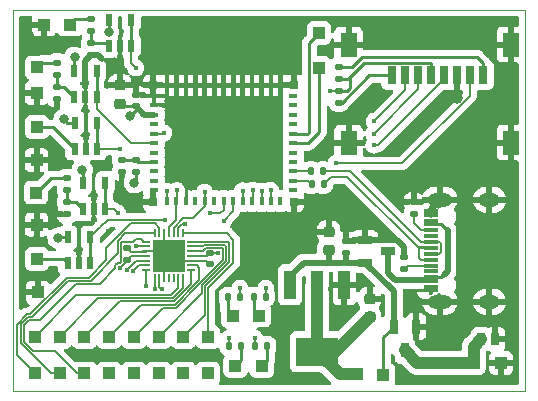
<source format=gbr>
%TF.GenerationSoftware,KiCad,Pcbnew,6.0.10-1.fc37*%
%TF.CreationDate,2023-01-09T06:29:54-08:00*%
%TF.ProjectId,data_logger_esp32c3,64617461-5f6c-46f6-9767-65725f657370,rev?*%
%TF.SameCoordinates,Original*%
%TF.FileFunction,Copper,L1,Top*%
%TF.FilePolarity,Positive*%
%FSLAX46Y46*%
G04 Gerber Fmt 4.6, Leading zero omitted, Abs format (unit mm)*
G04 Created by KiCad (PCBNEW 6.0.10-1.fc37) date 2023-01-09 06:29:54*
%MOMM*%
%LPD*%
G01*
G04 APERTURE LIST*
G04 Aperture macros list*
%AMRoundRect*
0 Rectangle with rounded corners*
0 $1 Rounding radius*
0 $2 $3 $4 $5 $6 $7 $8 $9 X,Y pos of 4 corners*
0 Add a 4 corners polygon primitive as box body*
4,1,4,$2,$3,$4,$5,$6,$7,$8,$9,$2,$3,0*
0 Add four circle primitives for the rounded corners*
1,1,$1+$1,$2,$3*
1,1,$1+$1,$4,$5*
1,1,$1+$1,$6,$7*
1,1,$1+$1,$8,$9*
0 Add four rect primitives between the rounded corners*
20,1,$1+$1,$2,$3,$4,$5,0*
20,1,$1+$1,$4,$5,$6,$7,0*
20,1,$1+$1,$6,$7,$8,$9,0*
20,1,$1+$1,$8,$9,$2,$3,0*%
%AMFreePoly0*
4,1,6,0.725000,-0.725000,-0.725000,-0.725000,-0.725000,0.125000,-0.125000,0.725000,0.725000,0.725000,0.725000,-0.725000,0.725000,-0.725000,$1*%
G04 Aperture macros list end*
%TA.AperFunction,Profile*%
%ADD10C,0.100000*%
%TD*%
%TA.AperFunction,SMDPad,CuDef*%
%ADD11R,0.599999X0.999998*%
%TD*%
%TA.AperFunction,ComponentPad*%
%ADD12R,1.000000X1.000000*%
%TD*%
%TA.AperFunction,SMDPad,CuDef*%
%ADD13RoundRect,0.135000X0.185000X-0.135000X0.185000X0.135000X-0.185000X0.135000X-0.185000X-0.135000X0*%
%TD*%
%TA.AperFunction,SMDPad,CuDef*%
%ADD14RoundRect,0.140000X-0.170000X0.140000X-0.170000X-0.140000X0.170000X-0.140000X0.170000X0.140000X0*%
%TD*%
%TA.AperFunction,SMDPad,CuDef*%
%ADD15RoundRect,0.135000X-0.185000X0.135000X-0.185000X-0.135000X0.185000X-0.135000X0.185000X0.135000X0*%
%TD*%
%TA.AperFunction,SMDPad,CuDef*%
%ADD16RoundRect,0.225000X0.250000X-0.225000X0.250000X0.225000X-0.250000X0.225000X-0.250000X-0.225000X0*%
%TD*%
%TA.AperFunction,SMDPad,CuDef*%
%ADD17R,0.799998X1.499997*%
%TD*%
%TA.AperFunction,SMDPad,CuDef*%
%ADD18R,1.450010X1.999996*%
%TD*%
%TA.AperFunction,SMDPad,CuDef*%
%ADD19RoundRect,0.135000X-0.135000X-0.185000X0.135000X-0.185000X0.135000X0.185000X-0.135000X0.185000X0*%
%TD*%
%TA.AperFunction,SMDPad,CuDef*%
%ADD20RoundRect,0.135000X0.135000X0.185000X-0.135000X0.185000X-0.135000X-0.185000X0.135000X-0.185000X0*%
%TD*%
%TA.AperFunction,SMDPad,CuDef*%
%ADD21R,0.800000X0.400000*%
%TD*%
%TA.AperFunction,SMDPad,CuDef*%
%ADD22R,0.400000X0.800000*%
%TD*%
%TA.AperFunction,SMDPad,CuDef*%
%ADD23R,1.450000X1.450000*%
%TD*%
%TA.AperFunction,SMDPad,CuDef*%
%ADD24FreePoly0,0.000000*%
%TD*%
%TA.AperFunction,SMDPad,CuDef*%
%ADD25R,0.700000X0.700000*%
%TD*%
%TA.AperFunction,SMDPad,CuDef*%
%ADD26R,0.699999X1.250010*%
%TD*%
%TA.AperFunction,SMDPad,CuDef*%
%ADD27R,0.699999X0.999998*%
%TD*%
%TA.AperFunction,SMDPad,CuDef*%
%ADD28R,0.980008X2.469998*%
%TD*%
%TA.AperFunction,SMDPad,CuDef*%
%ADD29R,3.599993X2.469998*%
%TD*%
%TA.AperFunction,SMDPad,CuDef*%
%ADD30R,0.664997X0.200000*%
%TD*%
%TA.AperFunction,SMDPad,CuDef*%
%ADD31R,0.200000X0.664997*%
%TD*%
%TA.AperFunction,SMDPad,CuDef*%
%ADD32R,2.699995X2.699995*%
%TD*%
%TA.AperFunction,SMDPad,CuDef*%
%ADD33RoundRect,0.140000X0.170000X-0.140000X0.170000X0.140000X-0.170000X0.140000X-0.170000X-0.140000X0*%
%TD*%
%TA.AperFunction,ComponentPad*%
%ADD34O,1.999996X1.199998*%
%TD*%
%TA.AperFunction,ComponentPad*%
%ADD35O,1.799996X1.199998*%
%TD*%
%TA.AperFunction,SMDPad,CuDef*%
%ADD36R,1.299997X0.299999*%
%TD*%
%TA.AperFunction,SMDPad,CuDef*%
%ADD37R,1.250010X0.699999*%
%TD*%
%TA.AperFunction,ViaPad*%
%ADD38C,0.400000*%
%TD*%
%TA.AperFunction,ViaPad*%
%ADD39C,1.000000*%
%TD*%
%TA.AperFunction,ViaPad*%
%ADD40C,0.800000*%
%TD*%
%TA.AperFunction,Conductor*%
%ADD41C,0.250000*%
%TD*%
%TA.AperFunction,Conductor*%
%ADD42C,0.500000*%
%TD*%
%TA.AperFunction,Conductor*%
%ADD43C,0.150000*%
%TD*%
%TA.AperFunction,Conductor*%
%ADD44C,0.200000*%
%TD*%
%TA.AperFunction,Conductor*%
%ADD45C,1.000000*%
%TD*%
%TA.AperFunction,Conductor*%
%ADD46C,0.127000*%
%TD*%
G04 APERTURE END LIST*
D10*
X98856800Y-49606200D02*
X142138400Y-49606200D01*
X142138400Y-49606200D02*
X142138400Y-81864200D01*
X142138400Y-81864200D02*
X98856800Y-81864200D01*
X98856800Y-81864200D02*
X98856800Y-49606200D01*
D11*
%TO.P,U5,1,+*%
%TO.N,Net-(R10-Pad2)*%
X106923853Y-52637018D03*
%TO.P,U5,2,V-*%
%TO.N,GND*%
X107873813Y-52637018D03*
%TO.P,U5,3,-*%
%TO.N,ADC1_CH2*%
X108823773Y-52637018D03*
%TO.P,U5,4*%
X108823773Y-50436870D03*
%TO.P,U5,5,V+*%
%TO.N,+3V3*%
X106923853Y-50436870D03*
%TD*%
D12*
%TO.P,IO13,1,1*%
%TO.N,Net-(IO13-Pad1)*%
X111157656Y-77292200D03*
%TD*%
%TO.P,DC-1,1,1*%
%TO.N,GND*%
X140157200Y-79502000D03*
%TD*%
%TO.P,DC+1,1,1*%
%TO.N,Net-(D1-Pad1)*%
X137820400Y-79502000D03*
%TD*%
D13*
%TO.P,R4,1*%
%TO.N,+3V3*%
X109220000Y-63324200D03*
%TO.P,R4,2*%
%TO.N,Net-(C1-Pad1)*%
X109220000Y-62304200D03*
%TD*%
D14*
%TO.P,C1,1*%
%TO.N,Net-(C1-Pad1)*%
X108026200Y-62334200D03*
%TO.P,C1,2*%
%TO.N,GND*%
X108026200Y-63294200D03*
%TD*%
D12*
%TO.P,IO11,1,1*%
%TO.N,Net-(IO11-Pad1)*%
X106963028Y-77292200D03*
%TD*%
%TO.P,IO5,1,1*%
%TO.N,Net-(IO5-Pad1)*%
X111157656Y-80391000D03*
%TD*%
D11*
%TO.P,U4,1,+*%
%TO.N,Net-(A0P1-Pad1)*%
X104053653Y-61349218D03*
%TO.P,U4,2,V-*%
%TO.N,GND*%
X105003613Y-61349218D03*
%TO.P,U4,3,-*%
%TO.N,ADC1_CH0*%
X105953573Y-61349218D03*
%TO.P,U4,4*%
X105953573Y-59149070D03*
%TO.P,U4,5,V+*%
%TO.N,+3V3*%
X104053653Y-59149070D03*
%TD*%
D15*
%TO.P,R2,1*%
%TO.N,GND*%
X131902200Y-70508400D03*
%TO.P,R2,2*%
%TO.N,Net-(R2-Pad2)*%
X131902200Y-71528400D03*
%TD*%
D12*
%TO.P,VIN1,1,1*%
%TO.N,Net-(C4-Pad1)*%
X130175000Y-80518000D03*
%TD*%
D16*
%TO.P,C2,1*%
%TO.N,+3V3*%
X107873800Y-57544000D03*
%TO.P,C2,2*%
%TO.N,GND*%
X107873800Y-55994000D03*
%TD*%
D11*
%TO.P,U8,1,+*%
%TO.N,Net-(I2SP1-Pad1)*%
X103469453Y-71077418D03*
%TO.P,U8,2,V-*%
%TO.N,GND*%
X104419413Y-71077418D03*
%TO.P,U8,3,-*%
%TO.N,I2S*%
X105369373Y-71077418D03*
%TO.P,U8,4*%
X105369373Y-68877270D03*
%TO.P,U8,5,V+*%
%TO.N,+3V3*%
X103469453Y-68877270D03*
%TD*%
D13*
%TO.P,R1,1*%
%TO.N,Net-(R1-Pad1)*%
X126415800Y-57456800D03*
%TO.P,R1,2*%
%TO.N,+3V3*%
X126415800Y-56436800D03*
%TD*%
D12*
%TO.P,IO15,1,1*%
%TO.N,Net-(IO15-Pad1)*%
X115352286Y-77292200D03*
%TD*%
D17*
%TO.P,SD1,1,DAT2*%
%TO.N,Net-(R1-Pad1)*%
X130911981Y-55142213D03*
%TO.P,SD1,2,DAT3/CD*%
%TO.N,CS*%
X132012055Y-55142213D03*
%TO.P,SD1,3,CMD*%
%TO.N,DI*%
X133112129Y-55142213D03*
%TO.P,SD1,4,VDD*%
%TO.N,+3V3*%
X134211949Y-55142213D03*
%TO.P,SD1,5,CLK*%
%TO.N,SCLK*%
X135312023Y-55142213D03*
%TO.P,SD1,6,VSS*%
%TO.N,GND*%
X136412097Y-55142213D03*
%TO.P,SD1,7,DAT0*%
%TO.N,DO*%
X137511917Y-55142213D03*
%TO.P,SD1,8,DAT1*%
%TO.N,Net-(R3-Pad1)*%
X138611991Y-55142213D03*
D18*
%TO.P,SD1,9,SHIELD*%
%TO.N,GND*%
X127232029Y-60841973D03*
%TO.P,SD1,10,SHIELD*%
X140991971Y-60841973D03*
%TO.P,SD1,11,SHIELD*%
X140991971Y-52542015D03*
%TO.P,SD1,12,SHIELD*%
X127232029Y-52542015D03*
%TD*%
D15*
%TO.P,R12,1*%
%TO.N,Net-(A4P1-Pad1)*%
X103378000Y-63853600D03*
%TO.P,R12,2*%
%TO.N,Net-(R12-Pad2)*%
X103378000Y-64873600D03*
%TD*%
D12*
%TO.P,A2N1,1,1*%
%TO.N,GND*%
X101473000Y-50850800D03*
%TD*%
D19*
%TO.P,R18,1*%
%TO.N,D-*%
X124102400Y-64363600D03*
%TO.P,R18,2*%
%TO.N,D_CONN-*%
X125122400Y-64363600D03*
%TD*%
D15*
%TO.P,R6,1*%
%TO.N,Net-(R12-Pad2)*%
X103378000Y-65911000D03*
%TO.P,R6,2*%
%TO.N,GND*%
X103378000Y-66931000D03*
%TD*%
D12*
%TO.P,A3N1,1,1*%
%TO.N,GND*%
X100812600Y-56642000D03*
%TD*%
%TO.P,SDA1,1,1*%
%TO.N,I2C_SDA*%
X119890000Y-79781400D03*
%TD*%
%TO.P,TX0,1,1*%
%TO.N,Net-(TX0-Pad1)*%
X124739400Y-51587400D03*
%TD*%
%TO.P,IO0,1,1*%
%TO.N,Net-(IO0-Pad1)*%
X100671086Y-80391000D03*
%TD*%
D20*
%TO.P,R16,1*%
%TO.N,I2C_SDA*%
X120347200Y-78079600D03*
%TO.P,R16,2*%
%TO.N,+3V3*%
X119327200Y-78079600D03*
%TD*%
D12*
%TO.P,IO1,1,1*%
%TO.N,Net-(IO1-Pad1)*%
X102768400Y-80391000D03*
%TD*%
D15*
%TO.P,R5,1*%
%TO.N,Net-(R11-Pad2)*%
X102565200Y-56106600D03*
%TO.P,R5,2*%
%TO.N,GND*%
X102565200Y-57126600D03*
%TD*%
D12*
%TO.P,A0N1,1,1*%
%TO.N,GND*%
X100812600Y-62306200D03*
%TD*%
D19*
%TO.P,R17,1*%
%TO.N,D+*%
X124077000Y-63271400D03*
%TO.P,R17,2*%
%TO.N,D_CONN+*%
X125097000Y-63271400D03*
%TD*%
D21*
%TO.P,U1,1,GND*%
%TO.N,GND*%
X110762200Y-56891400D03*
%TO.P,U1,2,GND*%
X110762200Y-57691400D03*
%TO.P,U1,3,3V3*%
%TO.N,+3V3*%
X110762200Y-58491400D03*
%TO.P,U1,4,NC*%
%TO.N,unconnected-(U1-Pad4)*%
X110762200Y-59291400D03*
%TO.P,U1,5,GPIO2/ADC1_CH2*%
%TO.N,ADC1_CH2*%
X110762200Y-60091400D03*
%TO.P,U1,6,GPIO3/ADC1_CH3*%
%TO.N,ADC1_CH3*%
X110762200Y-60891400D03*
%TO.P,U1,7,NC*%
%TO.N,unconnected-(U1-Pad7)*%
X110762200Y-61691400D03*
%TO.P,U1,8,EN/CHIP_PU*%
%TO.N,Net-(C1-Pad1)*%
X110762200Y-62491400D03*
%TO.P,U1,9,NC*%
%TO.N,unconnected-(U1-Pad9)*%
X110762200Y-63291400D03*
%TO.P,U1,10,NC*%
%TO.N,unconnected-(U1-Pad10)*%
X110762200Y-64091400D03*
%TO.P,U1,11,11*%
%TO.N,GND*%
X110762200Y-64891400D03*
D22*
%TO.P,U1,12,GPIO0/ADC1_CH0/XTAL_32K_P*%
%TO.N,ADC1_CH0*%
X111862200Y-65791400D03*
%TO.P,U1,13,GPIO1/ADC1_CH1/XTAL_32K_N*%
%TO.N,I2C_SCL*%
X112662200Y-65791400D03*
%TO.P,U1,14,14*%
%TO.N,GND*%
X113462200Y-65791400D03*
%TO.P,U1,15,NC*%
%TO.N,unconnected-(U1-Pad15)*%
X114262200Y-65791400D03*
%TO.P,U1,16,GPIO10*%
%TO.N,I2C_SDA*%
X115062200Y-65791400D03*
%TO.P,U1,17,NC*%
%TO.N,unconnected-(U1-Pad17)*%
X115862200Y-65791400D03*
%TO.P,U1,18,GPIO4/ADC1_CH4*%
%TO.N,ADC1_CH4*%
X116662200Y-65791400D03*
%TO.P,U1,19,GPIO5/ADC2_CH0*%
%TO.N,I2S*%
X117462200Y-65791400D03*
%TO.P,U1,20,GPIO6*%
%TO.N,CS*%
X118262200Y-65791400D03*
%TO.P,U1,21,GPIO7*%
%TO.N,DI*%
X119062200Y-65791400D03*
%TO.P,U1,22,GPIO8*%
%TO.N,SCLK*%
X119862200Y-65791400D03*
%TO.P,U1,23,GPIO9*%
%TO.N,DO*%
X120662200Y-65791400D03*
%TO.P,U1,24,NC*%
%TO.N,unconnected-(U1-Pad24)*%
X121462200Y-65791400D03*
D21*
%TO.P,U1,25,NC*%
%TO.N,unconnected-(U1-Pad25)*%
X122562200Y-64891400D03*
%TO.P,U1,26,GPIO18/USB_D-*%
%TO.N,D-*%
X122562200Y-64091400D03*
%TO.P,U1,27,GPIO19/USB_D+*%
%TO.N,D+*%
X122562200Y-63291400D03*
%TO.P,U1,28,NC*%
%TO.N,unconnected-(U1-Pad28)*%
X122562200Y-62491400D03*
%TO.P,U1,29,NC*%
%TO.N,unconnected-(U1-Pad29)*%
X122562200Y-61691400D03*
%TO.P,U1,30,GPIO20/U0RXD*%
%TO.N,Net-(RX0-Pad1)*%
X122562200Y-60891400D03*
%TO.P,U1,31,GPIO21/U0TXD*%
%TO.N,Net-(TX0-Pad1)*%
X122562200Y-60091400D03*
%TO.P,U1,32,NC*%
%TO.N,unconnected-(U1-Pad32)*%
X122562200Y-59291400D03*
%TO.P,U1,33,NC*%
%TO.N,unconnected-(U1-Pad33)*%
X122562200Y-58491400D03*
%TO.P,U1,34,NC*%
%TO.N,unconnected-(U1-Pad34)*%
X122562200Y-57691400D03*
%TO.P,U1,35,NC*%
%TO.N,unconnected-(U1-Pad35)*%
X122562200Y-56891400D03*
D22*
%TO.P,U1,36,GND*%
%TO.N,GND*%
X121462200Y-55991400D03*
%TO.P,U1,37,GND*%
X120662200Y-55991400D03*
%TO.P,U1,38,GND*%
X119862200Y-55991400D03*
%TO.P,U1,39,GND*%
X119062200Y-55991400D03*
%TO.P,U1,40,GND*%
X118262200Y-55991400D03*
%TO.P,U1,41,GND*%
X117462200Y-55991400D03*
%TO.P,U1,42,GND*%
X116662200Y-55991400D03*
%TO.P,U1,43,GND*%
X115862200Y-55991400D03*
%TO.P,U1,44,GND*%
X115062200Y-55991400D03*
%TO.P,U1,45,GND*%
X114262200Y-55991400D03*
%TO.P,U1,46,GND*%
X113462200Y-55991400D03*
%TO.P,U1,47,GND*%
X112662200Y-55991400D03*
%TO.P,U1,48,GND*%
X111862200Y-55991400D03*
D23*
%TO.P,U1,49,GND*%
X118637200Y-58916400D03*
X116662200Y-62866400D03*
X116662200Y-58916400D03*
X118637200Y-60891400D03*
X114687200Y-62866400D03*
D24*
X114687200Y-58916400D03*
D23*
X118637200Y-62866400D03*
X114687200Y-60891400D03*
X116662200Y-60891400D03*
D25*
%TO.P,U1,50,GND*%
X122612200Y-55941400D03*
%TO.P,U1,51,GND*%
X122612200Y-65841400D03*
%TO.P,U1,52,GND*%
X110712200Y-65841400D03*
%TO.P,U1,53,GND*%
X110712200Y-55941400D03*
%TD*%
D12*
%TO.P,3V3,1,1*%
%TO.N,+3V3*%
X127914400Y-80467200D03*
%TD*%
D15*
%TO.P,R11,1*%
%TO.N,Net-(A3P1-Pad1)*%
X102539800Y-54074600D03*
%TO.P,R11,2*%
%TO.N,Net-(R11-Pad2)*%
X102539800Y-55094600D03*
%TD*%
D12*
%TO.P,IO6,1,1*%
%TO.N,Net-(IO6-Pad1)*%
X113254970Y-80391000D03*
%TD*%
%TO.P,IO3,1,1*%
%TO.N,Net-(IO3-Pad1)*%
X106963028Y-80391000D03*
%TD*%
D16*
%TO.P,C5,1*%
%TO.N,+3V3*%
X129006600Y-75603400D03*
%TO.P,C5,2*%
%TO.N,GND*%
X129006600Y-74053400D03*
%TD*%
D15*
%TO.P,R10,1*%
%TO.N,Net-(A2P1-Pad1)*%
X105435400Y-50366200D03*
%TO.P,R10,2*%
%TO.N,Net-(R10-Pad2)*%
X105435400Y-51386200D03*
%TD*%
D26*
%TO.P,U9,1,G*%
%TO.N,GND*%
X132953760Y-76438436D03*
%TO.P,U9,2,S*%
%TO.N,Net-(C4-Pad1)*%
X131053840Y-76438436D03*
%TO.P,U9,3,D*%
%TO.N,Net-(D1-Pad1)*%
X132003800Y-78438432D03*
%TD*%
D12*
%TO.P,A3P1,1,1*%
%TO.N,Net-(A3P1-Pad1)*%
X100863400Y-54483000D03*
%TD*%
D19*
%TO.P,R15,1*%
%TO.N,NINT*%
X117015800Y-73914000D03*
%TO.P,R15,2*%
%TO.N,+3V3*%
X118035800Y-73914000D03*
%TD*%
D11*
%TO.P,U6,1,+*%
%TO.N,Net-(R11-Pad2)*%
X104002853Y-56980418D03*
%TO.P,U6,2,V-*%
%TO.N,GND*%
X104952813Y-56980418D03*
%TO.P,U6,3,-*%
%TO.N,ADC1_CH3*%
X105902773Y-56980418D03*
%TO.P,U6,4*%
X105902773Y-54780270D03*
%TO.P,U6,5,V+*%
%TO.N,+3V3*%
X104002853Y-54780270D03*
%TD*%
D20*
%TO.P,R8,1*%
%TO.N,I2C_SCL*%
X118112000Y-78028800D03*
%TO.P,R8,2*%
%TO.N,+3V3*%
X117092000Y-78028800D03*
%TD*%
D27*
%TO.P,D1,1,K*%
%TO.N,Net-(D1-Pad1)*%
X138449304Y-77495400D03*
%TO.P,D1,2,A*%
%TO.N,GND*%
X139649200Y-77495400D03*
%TD*%
D12*
%TO.P,A4P1,1,1*%
%TO.N,Net-(A4P1-Pad1)*%
X100787200Y-65074800D03*
%TD*%
%TO.P,RX0,1,1*%
%TO.N,Net-(RX0-Pad1)*%
X124739400Y-54533800D03*
%TD*%
%TO.P,A4N1,1,1*%
%TO.N,GND*%
X100812600Y-67792600D03*
%TD*%
D11*
%TO.P,U7,1,+*%
%TO.N,Net-(R12-Pad2)*%
X104714053Y-66480018D03*
%TO.P,U7,2,V-*%
%TO.N,GND*%
X105664013Y-66480018D03*
%TO.P,U7,3,-*%
%TO.N,ADC1_CH4*%
X106613973Y-66480018D03*
%TO.P,U7,4*%
X106613973Y-64279870D03*
%TO.P,U7,5,V+*%
%TO.N,+3V3*%
X104714053Y-64279870D03*
%TD*%
D28*
%TO.P,U2,1,ADJ/GND*%
%TO.N,GND*%
X126886970Y-72892406D03*
%TO.P,U2,2,OUTPUT*%
%TO.N,+3V3*%
X124587000Y-72892406D03*
%TO.P,U2,3,INPUT*%
%TO.N,Net-(C4-Pad1)*%
X122287030Y-72892406D03*
D29*
%TO.P,U2,4,VOUT*%
%TO.N,+3V3*%
X124587000Y-78562194D03*
%TD*%
D30*
%TO.P,U11,1,IO2*%
%TO.N,Net-(IO2-Pad1)*%
X110106460Y-69234304D03*
%TO.P,U11,2,IO3*%
%TO.N,Net-(IO3-Pad1)*%
X110106460Y-69634100D03*
%TO.P,U11,3,GND*%
%TO.N,GND*%
X110106460Y-70034150D03*
%TO.P,U11,4,VCC1*%
%TO.N,+3V3*%
X110106460Y-70434200D03*
%TO.P,U11,5,IO4*%
%TO.N,Net-(IO4-Pad1)*%
X110106460Y-70834250D03*
%TO.P,U11,6,IO5*%
%TO.N,Net-(IO5-Pad1)*%
X110106460Y-71234300D03*
%TO.P,U11,7,IO6*%
%TO.N,Net-(IO6-Pad1)*%
X110106460Y-71634096D03*
D31*
%TO.P,U11,8,IO7*%
%TO.N,Net-(IO7-Pad1)*%
X110814104Y-72341740D03*
%TO.P,U11,9,NINT*%
%TO.N,NINT*%
X111213900Y-72341740D03*
%TO.P,U11,10,ADDR1*%
%TO.N,GND*%
X111613950Y-72341740D03*
%TO.P,U11,11,OSCIO*%
%TO.N,unconnected-(U11-Pad11)*%
X112014000Y-72341740D03*
%TO.P,U11,12,VDDM*%
%TO.N,unconnected-(U11-Pad12)*%
X112414050Y-72341740D03*
%TO.P,U11,13,IO8*%
%TO.N,Net-(IO8-Pad1)*%
X112814100Y-72341740D03*
%TO.P,U11,14,IO9*%
%TO.N,Net-(IO9-Pad1)*%
X113213896Y-72341740D03*
D30*
%TO.P,U11,15,IO10*%
%TO.N,Net-(IO10-Pad1)*%
X113921540Y-71634096D03*
%TO.P,U11,16,IO11*%
%TO.N,Net-(IO11-Pad1)*%
X113921540Y-71234300D03*
%TO.P,U11,17,GND*%
%TO.N,GND*%
X113921540Y-70834250D03*
%TO.P,U11,18,VCC2*%
%TO.N,+3V3*%
X113921540Y-70434200D03*
%TO.P,U11,19,IO12*%
%TO.N,Net-(IO12-Pad1)*%
X113921540Y-70034150D03*
%TO.P,U11,20,IO13*%
%TO.N,Net-(IO13-Pad1)*%
X113921540Y-69634100D03*
%TO.P,U11,21,IO14*%
%TO.N,Net-(IO14-Pad1)*%
X113921540Y-69234304D03*
D31*
%TO.P,U11,22,IO15*%
%TO.N,Net-(IO15-Pad1)*%
X113213896Y-68526660D03*
%TO.P,U11,23,NRESET*%
%TO.N,NRESET*%
X112814100Y-68526660D03*
%TO.P,U11,24,SDA*%
%TO.N,I2C_SDA*%
X112414050Y-68526660D03*
%TO.P,U11,25,SCL*%
%TO.N,I2C_SCL*%
X112014000Y-68526660D03*
%TO.P,U11,26,ADDR0*%
%TO.N,GND*%
X111613950Y-68526660D03*
%TO.P,U11,27,IO0*%
%TO.N,Net-(IO0-Pad1)*%
X111213900Y-68526660D03*
%TO.P,U11,28,IO1*%
%TO.N,Net-(IO1-Pad1)*%
X110814104Y-68526660D03*
D32*
%TO.P,U11,29,PAD*%
%TO.N,GND*%
X112014000Y-70434200D03*
%TD*%
D33*
%TO.P,C3,1*%
%TO.N,+3V3*%
X109220000Y-57782400D03*
%TO.P,C3,2*%
%TO.N,GND*%
X109220000Y-56822400D03*
%TD*%
D15*
%TO.P,R3,1*%
%TO.N,Net-(R3-Pad1)*%
X126441200Y-54404800D03*
%TO.P,R3,2*%
%TO.N,+3V3*%
X126441200Y-55424800D03*
%TD*%
D12*
%TO.P,IO10,1,1*%
%TO.N,Net-(IO10-Pad1)*%
X104865714Y-77292200D03*
%TD*%
D19*
%TO.P,R14,1*%
%TO.N,NRESET*%
X119200200Y-73888600D03*
%TO.P,R14,2*%
%TO.N,+3V3*%
X120220200Y-73888600D03*
%TD*%
D16*
%TO.P,C4,1*%
%TO.N,Net-(C4-Pad1)*%
X125552200Y-69939200D03*
%TO.P,C4,2*%
%TO.N,GND*%
X125552200Y-68389200D03*
%TD*%
D34*
%TO.P,USB-C1,0,SH*%
%TO.N,GND*%
X134961630Y-74327512D03*
%TO.P,USB-C1,1,SH*%
X134961630Y-65677288D03*
D35*
%TO.P,USB-C1,2,SH*%
X139161520Y-65677288D03*
%TO.P,USB-C1,3,SH*%
X139161520Y-74327512D03*
D36*
%TO.P,USB-C1,A1,GND*%
X134193280Y-73352406D03*
%TO.P,USB-C1,A4,VBUS*%
%TO.N,+5V*%
X134193280Y-72552306D03*
%TO.P,USB-C1,A5,CC1*%
%TO.N,Net-(R2-Pad2)*%
X134193280Y-71252334D03*
%TO.P,USB-C1,A6,DP1*%
%TO.N,D_CONN+*%
X134193280Y-70252336D03*
%TO.P,USB-C1,A7,DN1*%
%TO.N,D_CONN-*%
X134193280Y-69752464D03*
%TO.P,USB-C1,A8,SBU1*%
%TO.N,unconnected-(USB-C1-PadA8)*%
X134193280Y-68752720D03*
%TO.P,USB-C1,A9,VBUS*%
%TO.N,+5V*%
X134193280Y-67452240D03*
%TO.P,USB-C1,A12,GND*%
%TO.N,GND*%
X134193280Y-66652394D03*
%TO.P,USB-C1,B1,GND*%
X134193280Y-66952368D03*
%TO.P,USB-C1,B4,VBUS*%
%TO.N,+5V*%
X134193280Y-67752468D03*
%TO.P,USB-C1,B5,CC2*%
%TO.N,Net-(R7-Pad2)*%
X134193280Y-68252340D03*
%TO.P,USB-C1,B6,DP2*%
%TO.N,D_CONN+*%
X134193280Y-69252338D03*
%TO.P,USB-C1,B7,DN2*%
%TO.N,D_CONN-*%
X134193280Y-70752462D03*
%TO.P,USB-C1,B8,SBU2*%
%TO.N,unconnected-(USB-C1-PadB8)*%
X134193280Y-71752460D03*
%TO.P,USB-C1,B9,VBUS*%
%TO.N,+5V*%
X134193280Y-72252332D03*
%TO.P,USB-C1,B12,GND*%
%TO.N,GND*%
X134193280Y-73052432D03*
%TD*%
D12*
%TO.P,I2SN1,1,1*%
%TO.N,GND*%
X100914200Y-73533000D03*
%TD*%
%TO.P,I2SP1,1,1*%
%TO.N,Net-(I2SP1-Pad1)*%
X100838000Y-70688200D03*
%TD*%
D37*
%TO.P,U10,1,G*%
%TO.N,GND*%
X128610036Y-69103240D03*
%TO.P,U10,2,S*%
%TO.N,Net-(C4-Pad1)*%
X128610036Y-71003160D03*
%TO.P,U10,3,D*%
%TO.N,+5V*%
X130610032Y-70053200D03*
%TD*%
D12*
%TO.P,NRESET1,1,1*%
%TO.N,NRESET*%
X119659400Y-75488800D03*
%TD*%
D15*
%TO.P,R9,1*%
%TO.N,GND*%
X127000000Y-69162200D03*
%TO.P,R9,2*%
%TO.N,Net-(C4-Pad1)*%
X127000000Y-70182200D03*
%TD*%
D12*
%TO.P,SCL1,1,1*%
%TO.N,I2C_SCL*%
X117652800Y-79730600D03*
%TD*%
D15*
%TO.P,R13,1*%
%TO.N,Net-(R10-Pad2)*%
X105435400Y-52398200D03*
%TO.P,R13,2*%
%TO.N,GND*%
X105435400Y-53418200D03*
%TD*%
D12*
%TO.P,IO9,1,1*%
%TO.N,Net-(IO9-Pad1)*%
X102768400Y-77292200D03*
%TD*%
%TO.P,A0P1,1,1*%
%TO.N,Net-(A0P1-Pad1)*%
X100838000Y-59537600D03*
%TD*%
%TO.P,IO8,1,1*%
%TO.N,Net-(IO8-Pad1)*%
X100671086Y-77292200D03*
%TD*%
D33*
%TO.P,C7,1*%
%TO.N,+3V3*%
X108508800Y-70761800D03*
%TO.P,C7,2*%
%TO.N,GND*%
X108508800Y-69801800D03*
%TD*%
D15*
%TO.P,R7,1*%
%TO.N,GND*%
X132740400Y-65834800D03*
%TO.P,R7,2*%
%TO.N,Net-(R7-Pad2)*%
X132740400Y-66854800D03*
%TD*%
D12*
%TO.P,IO2,1,1*%
%TO.N,Net-(IO2-Pad1)*%
X104865714Y-80391000D03*
%TD*%
%TO.P,IO4,1,1*%
%TO.N,Net-(IO4-Pad1)*%
X109060342Y-80391000D03*
%TD*%
%TO.P,A2P1,1,1*%
%TO.N,Net-(A2P1-Pad1)*%
X103606600Y-50850800D03*
%TD*%
D14*
%TO.P,C6,1*%
%TO.N,+3V3*%
X115493800Y-70182800D03*
%TO.P,C6,2*%
%TO.N,GND*%
X115493800Y-71142800D03*
%TD*%
D12*
%TO.P,IO14,1,1*%
%TO.N,Net-(IO14-Pad1)*%
X113254970Y-77292200D03*
%TD*%
%TO.P,NINT1,1,1*%
%TO.N,NINT*%
X117449600Y-75514200D03*
%TD*%
%TO.P,IO7,1,1*%
%TO.N,Net-(IO7-Pad1)*%
X115352286Y-80391000D03*
%TD*%
%TO.P,IO12,1,1*%
%TO.N,Net-(IO12-Pad1)*%
X109060342Y-77292200D03*
%TD*%
D38*
%TO.N,GND*%
X105003600Y-58166000D03*
D39*
X136372600Y-57048400D03*
D38*
X106375200Y-53746400D03*
X107899200Y-65303400D03*
X104952800Y-55778400D03*
X125349000Y-61722000D03*
X106832400Y-68326000D03*
X109194600Y-65963800D03*
X104419400Y-67995800D03*
X127990600Y-57912000D03*
X128574800Y-72390000D03*
D40*
X111328200Y-71043800D03*
X111353600Y-69723000D03*
D38*
X126873000Y-75488800D03*
X125679200Y-73279000D03*
D40*
X112674400Y-69748400D03*
X112750600Y-71069200D03*
D38*
X125552200Y-58216800D03*
X129032000Y-56921400D03*
X127177800Y-67589400D03*
D40*
%TO.N,+3V3*%
X106908600Y-51460400D03*
D38*
X116154200Y-70205600D03*
D40*
X102641400Y-68935600D03*
D38*
X118033800Y-73152000D03*
X117094000Y-77419200D03*
X107899200Y-71501000D03*
D40*
X124587000Y-75844400D03*
X104038400Y-53619400D03*
X104673400Y-63169800D03*
X123621800Y-78536800D03*
X103149400Y-58877200D03*
D38*
X119303800Y-77419200D03*
D40*
X108712000Y-58623200D03*
X125349006Y-78562194D03*
D38*
X125653800Y-56464200D03*
X120218200Y-73177400D03*
D40*
X109093000Y-64236600D03*
D38*
%TO.N,ADC1_CH0*%
X111861600Y-64973200D03*
X107899200Y-61366400D03*
%TO.N,ADC1_CH2*%
X109220000Y-54508400D03*
X111607600Y-60020200D03*
%TO.N,ADC1_CH4*%
X107696000Y-66827400D03*
X115519200Y-66827400D03*
%TO.N,I2S*%
X116662200Y-67462400D03*
X111683800Y-67437000D03*
%TO.N,CS*%
X118262400Y-64922400D03*
X129387600Y-59029600D03*
%TO.N,DI*%
X119100600Y-64871600D03*
X129362200Y-60096400D03*
%TO.N,SCLK*%
X119888000Y-64947800D03*
X129362200Y-61061600D03*
%TO.N,DO*%
X126161800Y-62611000D03*
X120624600Y-64871600D03*
%TO.N,I2C_SCL*%
X112699800Y-64897000D03*
%TO.N,I2C_SDA*%
X115036600Y-65024000D03*
%TO.N,Net-(IO3-Pad1)*%
X109220000Y-69621400D03*
%TO.N,Net-(IO4-Pad1)*%
X108432600Y-71653400D03*
%TO.N,Net-(IO5-Pad1)*%
X108991400Y-71704200D03*
%TO.N,Net-(IO6-Pad1)*%
X110109000Y-73025000D03*
%TO.N,Net-(IO7-Pad1)*%
X110820200Y-73279000D03*
%TO.N,NRESET*%
X113411000Y-67716400D03*
%TO.N,NINT*%
X111404400Y-73279000D03*
%TD*%
D41*
%TO.N,Net-(C1-Pad1)*%
X109190000Y-62334200D02*
X109220000Y-62304200D01*
X108026200Y-62334200D02*
X109190000Y-62334200D01*
X109407200Y-62491400D02*
X109220000Y-62304200D01*
X110762200Y-62491400D02*
X109407200Y-62491400D01*
D42*
%TO.N,GND*%
X136347200Y-56769000D02*
X136347200Y-57023000D01*
X131902200Y-69670364D02*
X131335076Y-69103240D01*
D43*
X112985550Y-70834250D02*
X112750600Y-71069200D01*
D41*
X113462200Y-65791400D02*
X113462200Y-64744200D01*
D44*
X108508800Y-69801800D02*
X108777900Y-70070900D01*
D42*
X105435400Y-53418200D02*
X106047000Y-53418200D01*
X105435400Y-53418200D02*
X104952800Y-53900800D01*
D43*
X113921540Y-70834250D02*
X112985550Y-70834250D01*
D42*
X104952800Y-53900800D02*
X104952800Y-55778400D01*
D43*
X111613950Y-69462650D02*
X111353600Y-69723000D01*
D42*
X136412097Y-56704103D02*
X136347200Y-56769000D01*
X134193280Y-66952368D02*
X134193280Y-66445638D01*
X106047000Y-53418200D02*
X106375200Y-53746400D01*
D43*
X111613950Y-71329550D02*
X111328200Y-71043800D01*
X115185250Y-70834250D02*
X113921540Y-70834250D01*
D44*
X110106460Y-70034150D02*
X111042450Y-70034150D01*
D43*
X111613950Y-72341740D02*
X111613950Y-71329550D01*
X111613950Y-68526660D02*
X111613950Y-69462650D01*
D41*
X113462200Y-64744200D02*
X114687200Y-63519200D01*
D42*
X131335076Y-69103240D02*
X128610036Y-69103240D01*
X134193280Y-66445638D02*
X134961630Y-65677288D01*
D41*
X114687200Y-63519200D02*
X114687200Y-62866400D01*
D42*
X131902200Y-70508400D02*
X131902200Y-69670364D01*
D44*
X108777900Y-70070900D02*
X110069710Y-70070900D01*
D43*
X115493800Y-71142800D02*
X115185250Y-70834250D01*
D42*
X136412097Y-55142213D02*
X136412097Y-56704103D01*
D44*
X111042450Y-70034150D02*
X111353600Y-69723000D01*
D42*
X136347200Y-57023000D02*
X136372600Y-57048400D01*
D44*
X110069710Y-70070900D02*
X110106460Y-70034150D01*
D42*
%TO.N,+3V3*%
X110762200Y-58491400D02*
X109929000Y-58491400D01*
D41*
X134211949Y-54142215D02*
X134136949Y-54067215D01*
X109220000Y-57782400D02*
X109220000Y-58115200D01*
D43*
X115493800Y-70182800D02*
X116131400Y-70182800D01*
D41*
X128533385Y-54067215D02*
X127317500Y-55283100D01*
D43*
X117092000Y-78028800D02*
X117092000Y-77421200D01*
D41*
X103421270Y-59149070D02*
X103149400Y-58877200D01*
D43*
X116131400Y-70182800D02*
X116154200Y-70205600D01*
D41*
X106923853Y-51445147D02*
X106908600Y-51460400D01*
X104053653Y-59149070D02*
X103421270Y-59149070D01*
X134211949Y-55142213D02*
X134211949Y-54142215D01*
X126415800Y-56436800D02*
X127103600Y-56436800D01*
D45*
X124587000Y-78562194D02*
X125349006Y-78562194D01*
D41*
X106923853Y-50436870D02*
X106923853Y-51445147D01*
D42*
X109929000Y-58491400D02*
X109220000Y-57782400D01*
D45*
X126492006Y-80467200D02*
X124587000Y-78562194D01*
D41*
X109220000Y-64109600D02*
X109093000Y-64236600D01*
D45*
X124587000Y-78562194D02*
X124587000Y-72892406D01*
D41*
X109220000Y-63324200D02*
X109220000Y-64109600D01*
D43*
X115493800Y-70182800D02*
X115242400Y-70434200D01*
D41*
X127175800Y-55424800D02*
X126441200Y-55424800D01*
X134136949Y-54067215D02*
X128533385Y-54067215D01*
D43*
X119327200Y-77442600D02*
X119303800Y-77419200D01*
X119327200Y-78079600D02*
X119327200Y-77442600D01*
D41*
X109220000Y-58115200D02*
X108712000Y-58623200D01*
D44*
X108508800Y-70761800D02*
X108836400Y-70434200D01*
D41*
X127317500Y-55283100D02*
X127175800Y-55424800D01*
D43*
X120220200Y-73179400D02*
X120218200Y-73177400D01*
D41*
X104002853Y-53654947D02*
X104038400Y-53619400D01*
D44*
X108508800Y-70891400D02*
X107899200Y-71501000D01*
D41*
X103469453Y-68877270D02*
X102699730Y-68877270D01*
D44*
X108508800Y-70761800D02*
X108508800Y-70891400D01*
D43*
X125681200Y-56436800D02*
X125653800Y-56464200D01*
X117092000Y-77421200D02*
X117094000Y-77419200D01*
X118035800Y-73154000D02*
X118033800Y-73152000D01*
D44*
X108836400Y-70434200D02*
X110106460Y-70434200D01*
D45*
X127914400Y-80467200D02*
X126492006Y-80467200D01*
D43*
X120220200Y-73888600D02*
X120220200Y-73179400D01*
D41*
X104714053Y-64279870D02*
X104714053Y-63210453D01*
D43*
X126415800Y-56436800D02*
X125681200Y-56436800D01*
D41*
X109220000Y-57782400D02*
X108112200Y-57782400D01*
D43*
X118035800Y-73914000D02*
X118035800Y-73154000D01*
D45*
X126047806Y-78562194D02*
X129006600Y-75603400D01*
D41*
X104002853Y-54780270D02*
X104002853Y-53654947D01*
X108112200Y-57782400D02*
X107873800Y-57544000D01*
X102699730Y-68877270D02*
X102641400Y-68935600D01*
D43*
X115242400Y-70434200D02*
X113921540Y-70434200D01*
D41*
X104714053Y-63210453D02*
X104673400Y-63169800D01*
X127103600Y-56436800D02*
X127317500Y-56222900D01*
X127317500Y-56222900D02*
X127317500Y-55283100D01*
D45*
X125349006Y-78562194D02*
X126047806Y-78562194D01*
D41*
%TO.N,Net-(R11-Pad2)*%
X102565200Y-56106600D02*
X103129035Y-56106600D01*
X103129035Y-56106600D02*
X104002853Y-56980418D01*
X102565200Y-56106600D02*
X102565200Y-55120000D01*
X102565200Y-55120000D02*
X102539800Y-55094600D01*
%TO.N,Net-(R12-Pad2)*%
X103378000Y-65911000D02*
X104145035Y-65911000D01*
X103378000Y-64873600D02*
X103378000Y-65911000D01*
X104145035Y-65911000D02*
X104714053Y-66480018D01*
%TO.N,Net-(R10-Pad2)*%
X105435400Y-51386200D02*
X105435400Y-52398200D01*
X106685035Y-52398200D02*
X106923853Y-52637018D01*
X105435400Y-52398200D02*
X106685035Y-52398200D01*
D43*
%TO.N,ADC1_CH0*%
X107882018Y-61349218D02*
X107899200Y-61366400D01*
X105953573Y-61349218D02*
X107882018Y-61349218D01*
X111862200Y-64973800D02*
X111861600Y-64973200D01*
X111862200Y-65791400D02*
X111862200Y-64973800D01*
D41*
X105953573Y-59149070D02*
X105953573Y-61349218D01*
D43*
%TO.N,ADC1_CH2*%
X110762200Y-60091400D02*
X111536400Y-60091400D01*
X111536400Y-60091400D02*
X111607600Y-60020200D01*
D41*
X108823773Y-52637018D02*
X108823773Y-50436870D01*
D43*
X108823773Y-52637018D02*
X108823773Y-54112173D01*
X108823773Y-54112173D02*
X109220000Y-54508400D01*
D46*
%TO.N,ADC1_CH3*%
X110762200Y-60891400D02*
X108822901Y-60891400D01*
X108822901Y-60891400D02*
X105902773Y-57971272D01*
D41*
X105902773Y-56980418D02*
X105902773Y-54780270D01*
D46*
X105902773Y-57971272D02*
X105902773Y-56980418D01*
D43*
%TO.N,ADC1_CH4*%
X116357400Y-66827400D02*
X115519200Y-66827400D01*
X116662200Y-65791400D02*
X116662200Y-66522600D01*
X116662200Y-66522600D02*
X116357400Y-66827400D01*
X107348618Y-66480018D02*
X107696000Y-66827400D01*
X106613973Y-66480018D02*
X107348618Y-66480018D01*
D41*
X106613973Y-66480018D02*
X106613973Y-64279870D01*
%TO.N,I2S*%
X105369373Y-71077418D02*
X105369373Y-68877270D01*
D43*
X105369373Y-68877270D02*
X106222800Y-68023843D01*
X111658400Y-67411600D02*
X111683800Y-67437000D01*
X106222800Y-68023843D02*
X106222800Y-68021200D01*
X117462200Y-65791400D02*
X117462200Y-66662400D01*
X117462200Y-66662400D02*
X116662200Y-67462400D01*
X106222800Y-68021200D02*
X106832400Y-67411600D01*
X106832400Y-67411600D02*
X111658400Y-67411600D01*
%TO.N,CS*%
X118262400Y-65791200D02*
X118262200Y-65791400D01*
X132012055Y-55142213D02*
X132012055Y-56405145D01*
X132012055Y-56405145D02*
X129387600Y-59029600D01*
X118262400Y-64922400D02*
X118262400Y-65791200D01*
%TO.N,DI*%
X133112129Y-55142213D02*
X133112129Y-56346471D01*
X119100600Y-65753000D02*
X119062200Y-65791400D01*
X119100600Y-64871600D02*
X119100600Y-65753000D01*
X133112129Y-56346471D02*
X129362200Y-60096400D01*
%TO.N,SCLK*%
X129742635Y-61061600D02*
X129362200Y-61061600D01*
X135312023Y-55142213D02*
X135312023Y-55492212D01*
X119888000Y-64947800D02*
X119888000Y-65765600D01*
X135312023Y-55492212D02*
X129742635Y-61061600D01*
X119888000Y-65765600D02*
X119862200Y-65791400D01*
%TO.N,DO*%
X137511917Y-55142213D02*
X137511917Y-56862971D01*
X120662200Y-65791400D02*
X120662200Y-64909200D01*
X137511917Y-56862971D02*
X131763888Y-62611000D01*
X120662200Y-64909200D02*
X120624600Y-64871600D01*
X131763888Y-62611000D02*
X126161800Y-62611000D01*
D41*
%TO.N,+5V*%
X135062468Y-67752468D02*
X135077200Y-67767200D01*
X134837932Y-72252332D02*
X134848600Y-72263000D01*
X134848600Y-72263000D02*
X135051800Y-72263000D01*
X135051800Y-72263000D02*
X135128000Y-72186800D01*
D42*
X130610032Y-70053200D02*
X130610032Y-71859832D01*
X131191000Y-72440800D02*
X134081774Y-72440800D01*
D41*
X134193280Y-72252332D02*
X134837932Y-72252332D01*
D43*
X134193280Y-67452240D02*
X134193280Y-67752468D01*
D41*
X134193280Y-72252332D02*
X134071868Y-72252332D01*
D42*
X135585200Y-71780400D02*
X135337788Y-72027812D01*
X134081774Y-72440800D02*
X134093907Y-72452933D01*
D41*
X134193280Y-67752468D02*
X135062468Y-67752468D01*
X135077200Y-67767200D02*
X135585200Y-68275200D01*
D42*
X130610032Y-71859832D02*
X131191000Y-72440800D01*
D41*
X135585200Y-68275200D02*
X135610600Y-68275200D01*
X134071868Y-72252332D02*
X133934200Y-72390000D01*
D42*
X135610600Y-71755000D02*
X135585200Y-71780400D01*
X135610600Y-68275200D02*
X135610600Y-71755000D01*
D44*
%TO.N,D+*%
X122582200Y-63271400D02*
X122562200Y-63291400D01*
X124077000Y-63271400D02*
X122582200Y-63271400D01*
%TO.N,D-*%
X123830200Y-64091400D02*
X124102400Y-64363600D01*
X122562200Y-64091400D02*
X123830200Y-64091400D01*
D43*
%TO.N,I2C_SCL*%
X112662200Y-67373000D02*
X112014000Y-68021200D01*
D41*
X118112000Y-78028800D02*
X118112000Y-79271400D01*
D43*
X112699800Y-64897000D02*
X112699800Y-65753800D01*
X112014000Y-68021200D02*
X112014000Y-68526660D01*
D41*
X118112000Y-79271400D02*
X117652800Y-79730600D01*
D43*
X112699800Y-65753800D02*
X112662200Y-65791400D01*
X112662200Y-65791400D02*
X112662200Y-67373000D01*
%TO.N,Net-(R2-Pad2)*%
X132178266Y-71252334D02*
X134193280Y-71252334D01*
X131902200Y-71528400D02*
X132178266Y-71252334D01*
D44*
%TO.N,Net-(R7-Pad2)*%
X134193280Y-68252340D02*
X133343282Y-68252340D01*
X132740400Y-67649458D02*
X132740400Y-66854800D01*
X133343282Y-68252340D02*
X132740400Y-67649458D01*
D41*
%TO.N,Net-(R1-Pad1)*%
X126667800Y-57456800D02*
X128982387Y-55142213D01*
X126415800Y-57456800D02*
X126667800Y-57456800D01*
X128982387Y-55142213D02*
X130911981Y-55142213D01*
%TO.N,Net-(C4-Pad1)*%
X130175000Y-77317276D02*
X131053840Y-76438436D01*
D42*
X122287030Y-72147411D02*
X122287030Y-72892406D01*
X127000000Y-70916800D02*
X126913640Y-71003160D01*
X131053840Y-76438436D02*
X131053840Y-73446964D01*
X131053840Y-73446964D02*
X128610036Y-71003160D01*
X123431281Y-71003160D02*
X122287030Y-72147411D01*
X125663960Y-71003160D02*
X123431281Y-71003160D01*
X127000000Y-70182200D02*
X127000000Y-70916800D01*
X125552200Y-70891400D02*
X125663960Y-71003160D01*
X128610036Y-71003160D02*
X126913640Y-71003160D01*
D41*
X130175000Y-80518000D02*
X130175000Y-77317276D01*
D42*
X125552200Y-69939200D02*
X125552200Y-70891400D01*
X126913640Y-71003160D02*
X125663960Y-71003160D01*
D45*
%TO.N,Net-(D1-Pad1)*%
X137820400Y-79502000D02*
X133067368Y-79502000D01*
X133067368Y-79502000D02*
X132003800Y-78438432D01*
X137820400Y-78124304D02*
X138449304Y-77495400D01*
X137820400Y-79502000D02*
X137820400Y-78124304D01*
D41*
%TO.N,Net-(RX0-Pad1)*%
X123817400Y-60891400D02*
X122562200Y-60891400D01*
X124739400Y-54533800D02*
X124739400Y-59969400D01*
X124739400Y-59969400D02*
X123817400Y-60891400D01*
%TO.N,Net-(TX0-Pad1)*%
X123804600Y-60091400D02*
X122562200Y-60091400D01*
X124739400Y-51587400D02*
X123914400Y-52412400D01*
X123914400Y-59981600D02*
X123804600Y-60091400D01*
X123914400Y-52412400D02*
X123914400Y-59981600D01*
%TO.N,Net-(R3-Pad1)*%
X127560110Y-54404800D02*
X126441200Y-54404800D01*
X138611991Y-55142213D02*
X138611991Y-54142215D01*
X138611991Y-54142215D02*
X138087490Y-53617714D01*
X128347196Y-53617714D02*
X127560110Y-54404800D01*
X138087490Y-53617714D02*
X128347196Y-53617714D01*
D43*
%TO.N,I2C_SDA*%
X113249812Y-67208400D02*
X114046000Y-67208400D01*
X112414050Y-68526660D02*
X112414050Y-68044162D01*
X115062200Y-66192200D02*
X115062200Y-65791400D01*
X115036600Y-65024000D02*
X115036600Y-65765800D01*
X112414050Y-68044162D02*
X113249812Y-67208400D01*
D41*
X120347200Y-79324200D02*
X119890000Y-79781400D01*
D43*
X114046000Y-67208400D02*
X115062200Y-66192200D01*
D41*
X120347200Y-78079600D02*
X120347200Y-79324200D01*
D43*
X115036600Y-65765800D02*
X115062200Y-65791400D01*
%TO.N,Net-(IO0-Pad1)*%
X111213900Y-68044162D02*
X111213900Y-68526660D01*
X99119798Y-78839712D02*
X99119798Y-76272706D01*
X106714398Y-70812448D02*
X106714398Y-69795706D01*
X110839837Y-67670099D02*
X111213900Y-68044162D01*
X99996306Y-75396198D02*
X100301106Y-75396198D01*
X106714398Y-69795706D02*
X108840005Y-67670099D01*
X105233947Y-72292899D02*
X106714398Y-70812448D01*
X100301106Y-75396198D02*
X103404405Y-72292899D01*
X100671086Y-80391000D02*
X99119798Y-78839712D01*
X108840005Y-67670099D02*
X110839837Y-67670099D01*
X99119798Y-76272706D02*
X99996306Y-75396198D01*
X103404405Y-72292899D02*
X105233947Y-72292899D01*
%TO.N,Net-(IO1-Pad1)*%
X100404453Y-75645699D02*
X103507752Y-72542400D01*
X108336292Y-68526660D02*
X110814104Y-68526660D01*
X107700499Y-70229253D02*
X107700499Y-69162453D01*
X103507752Y-72542400D02*
X105387352Y-72542400D01*
X99521699Y-77845661D02*
X99521699Y-76223653D01*
X107700499Y-69162453D02*
X108336292Y-68526660D01*
X102768400Y-80391000D02*
X102067038Y-80391000D01*
X99521699Y-76223653D02*
X100099653Y-75645699D01*
X105387352Y-72542400D02*
X107700499Y-70229253D01*
X102067038Y-80391000D02*
X99521699Y-77845661D01*
X100099653Y-75645699D02*
X100404453Y-75645699D01*
%TO.N,Net-(IO2-Pad1)*%
X107950000Y-70960396D02*
X107950000Y-69265800D01*
X99771200Y-76327000D02*
X100203000Y-75895200D01*
X107697966Y-71000300D02*
X107910096Y-71000300D01*
X107449300Y-71248966D02*
X107697966Y-71000300D01*
X107950000Y-69265800D02*
X107981496Y-69234304D01*
X107910096Y-71000300D02*
X107950000Y-70960396D01*
X100203000Y-75895200D02*
X101117400Y-75895200D01*
X109256762Y-68984304D02*
X109623962Y-68984304D01*
X104089200Y-72872600D02*
X104169400Y-72792400D01*
X102336114Y-78511400D02*
X100540286Y-78511400D01*
X107449300Y-71493700D02*
X107449300Y-71248966D01*
X104169400Y-72792400D02*
X106150600Y-72792400D01*
X109873962Y-69234304D02*
X110106460Y-69234304D01*
X104215714Y-80391000D02*
X102336114Y-78511400D01*
X104865714Y-80391000D02*
X104215714Y-80391000D01*
X99771200Y-77742314D02*
X99771200Y-76327000D01*
X109006762Y-69234304D02*
X109256762Y-68984304D01*
X100540286Y-78511400D02*
X99771200Y-77742314D01*
X107981496Y-69234304D02*
X109006762Y-69234304D01*
X106150600Y-72792400D02*
X107449300Y-71493700D01*
X101117400Y-75895200D02*
X104089200Y-72923400D01*
X104089200Y-72923400D02*
X104089200Y-72872600D01*
X109623962Y-68984304D02*
X109873962Y-69234304D01*
%TO.N,Net-(IO3-Pad1)*%
X110093760Y-69621400D02*
X110106460Y-69634100D01*
X109220000Y-69621400D02*
X110093760Y-69621400D01*
%TO.N,Net-(IO4-Pad1)*%
X109251750Y-70834250D02*
X110106460Y-70834250D01*
X108432600Y-71653400D02*
X109251750Y-70834250D01*
%TO.N,Net-(IO5-Pad1)*%
X108991400Y-71704200D02*
X109461300Y-71234300D01*
X109461300Y-71234300D02*
X110106460Y-71234300D01*
%TO.N,Net-(IO6-Pad1)*%
X110106460Y-73022460D02*
X110109000Y-73025000D01*
X110106460Y-71634096D02*
X110106460Y-73022460D01*
%TO.N,Net-(IO7-Pad1)*%
X110820200Y-72347836D02*
X110814104Y-72341740D01*
X110820200Y-73279000D02*
X110820200Y-72347836D01*
%TO.N,Net-(IO8-Pad1)*%
X112814100Y-73164700D02*
X112814100Y-72341740D01*
X100671086Y-77292200D02*
X104192688Y-73770598D01*
X104192688Y-73770598D02*
X112208202Y-73770598D01*
X112208202Y-73770598D02*
X112814100Y-73164700D01*
%TO.N,Net-(IO9-Pad1)*%
X106040501Y-74020099D02*
X112354166Y-74020099D01*
X113213896Y-73160369D02*
X113213896Y-72341740D01*
X112354166Y-74020099D02*
X113213896Y-73160369D01*
X102768400Y-77292200D02*
X106040501Y-74020099D01*
%TO.N,Net-(IO10-Pad1)*%
X107888314Y-74269600D02*
X112457513Y-74269600D01*
X113921540Y-72805573D02*
X113921540Y-71634096D01*
X104865714Y-77292200D02*
X107888314Y-74269600D01*
X112457513Y-74269600D02*
X113921540Y-72805573D01*
%TO.N,Net-(IO11-Pad1)*%
X114604800Y-71435062D02*
X114404038Y-71234300D01*
X106963028Y-77292200D02*
X109697230Y-74557998D01*
X114404038Y-71234300D02*
X113921540Y-71234300D01*
X114354282Y-72725679D02*
X114354282Y-72702326D01*
X109697230Y-74557998D02*
X112521963Y-74557998D01*
X114354282Y-72702326D02*
X114604800Y-72451808D01*
X114604800Y-72451808D02*
X114604800Y-71435062D01*
X112521963Y-74557998D02*
X114354282Y-72725679D01*
%TO.N,Net-(IO12-Pad1)*%
X112625310Y-74807499D02*
X114603783Y-72829026D01*
X116615899Y-69727800D02*
X115193323Y-69727800D01*
X116615899Y-70793557D02*
X116615899Y-69727800D01*
X114603783Y-72805673D02*
X116615899Y-70793557D01*
X111545043Y-74807499D02*
X112625310Y-74807499D01*
X115193323Y-69727800D02*
X114886973Y-70034150D01*
X109060342Y-77292200D02*
X111545043Y-74807499D01*
X114886973Y-70034150D02*
X113921540Y-70034150D01*
X114603783Y-72829026D02*
X114603783Y-72805673D01*
%TO.N,Net-(IO13-Pad1)*%
X116865400Y-69621400D02*
X116722299Y-69478299D01*
X114853284Y-73596572D02*
X114853284Y-72909020D01*
X114853284Y-72909020D02*
X116865400Y-70896904D01*
X116722299Y-69478299D02*
X115089976Y-69478299D01*
X116865400Y-70896904D02*
X116865400Y-69621400D01*
X111157656Y-77292200D02*
X114853284Y-73596572D01*
X114934175Y-69634100D02*
X113921540Y-69634100D01*
X115089976Y-69478299D02*
X114934175Y-69634100D01*
%TO.N,Net-(IO14-Pad1)*%
X117006198Y-69228798D02*
X113927046Y-69228798D01*
X117119400Y-69342000D02*
X117006198Y-69228798D01*
X117119400Y-70995752D02*
X117119400Y-69342000D01*
X113254970Y-77292200D02*
X115102785Y-75444385D01*
X113927046Y-69228798D02*
X113921540Y-69234304D01*
X115102785Y-75444385D02*
X115102785Y-73012367D01*
X115102785Y-73012367D02*
X117119400Y-70995752D01*
%TO.N,Net-(IO15-Pad1)*%
X117449600Y-71018400D02*
X117449600Y-69062600D01*
X116913660Y-68526660D02*
X113213896Y-68526660D01*
X117449600Y-69062600D02*
X116913660Y-68526660D01*
X115352286Y-77292200D02*
X115352286Y-73115714D01*
X115352286Y-73115714D02*
X117449600Y-71018400D01*
%TO.N,NRESET*%
X112814100Y-68044162D02*
X112814100Y-68526660D01*
X113411000Y-67716400D02*
X113141862Y-67716400D01*
X113141862Y-67716400D02*
X112814100Y-68044162D01*
D41*
X119200200Y-73888600D02*
X119200200Y-75029600D01*
X119200200Y-75029600D02*
X119659400Y-75488800D01*
D43*
%TO.N,NINT*%
X111404400Y-73279000D02*
X111213900Y-73088500D01*
D41*
X117015800Y-75080400D02*
X117449600Y-75514200D01*
D43*
X111213900Y-73088500D02*
X111213900Y-72341740D01*
D41*
X117015800Y-73914000D02*
X117015800Y-75080400D01*
%TO.N,Net-(A0P1-Pad1)*%
X102242035Y-59537600D02*
X104053653Y-61349218D01*
X100838000Y-59537600D02*
X102242035Y-59537600D01*
%TO.N,Net-(A2P1-Pad1)*%
X103606600Y-50850800D02*
X104038400Y-50419000D01*
X104038400Y-50419000D02*
X105382600Y-50419000D01*
X105382600Y-50419000D02*
X105435400Y-50366200D01*
%TO.N,Net-(A3P1-Pad1)*%
X101271800Y-54074600D02*
X100863400Y-54483000D01*
X102539800Y-54074600D02*
X101271800Y-54074600D01*
%TO.N,Net-(A4P1-Pad1)*%
X103378000Y-63853600D02*
X103376000Y-63855600D01*
X103376000Y-63855600D02*
X102006400Y-63855600D01*
X102006400Y-63855600D02*
X100787200Y-65074800D01*
%TO.N,Net-(I2SP1-Pad1)*%
X100838000Y-70688200D02*
X103080235Y-70688200D01*
X103080235Y-70688200D02*
X103469453Y-71077418D01*
D44*
%TO.N,D_CONN+*%
X134193280Y-69252338D02*
X133693281Y-69252338D01*
X133693281Y-69252338D02*
X133668218Y-69277401D01*
X135043278Y-69384278D02*
X134911338Y-69252338D01*
X134893405Y-70252336D02*
X135043278Y-70102463D01*
X134193280Y-70252336D02*
X134893405Y-70252336D01*
X135043278Y-70102463D02*
X135043278Y-69384278D01*
X134911338Y-69252338D02*
X134193280Y-69252338D01*
X127318200Y-63271400D02*
X125097000Y-63271400D01*
X133324201Y-69277401D02*
X127318200Y-63271400D01*
X133668218Y-69277401D02*
X133324201Y-69277401D01*
%TO.N,D_CONN-*%
X133343282Y-70752462D02*
X134193280Y-70752462D01*
X133137801Y-69727401D02*
X127131801Y-63721401D01*
X133218282Y-70627462D02*
X133343282Y-70752462D01*
X134193280Y-69752464D02*
X133693281Y-69752464D01*
X127131801Y-63721401D02*
X125764599Y-63721401D01*
X133218282Y-69752464D02*
X133218282Y-70627462D01*
X134193280Y-69752464D02*
X133218282Y-69752464D01*
X133668218Y-69727401D02*
X133137801Y-69727401D01*
X125764599Y-63721401D02*
X125122400Y-64363600D01*
X133693281Y-69752464D02*
X133668218Y-69727401D01*
%TD*%
%TA.AperFunction,Conductor*%
%TO.N,GND*%
G36*
X107957395Y-50134702D02*
G01*
X108003888Y-50188358D01*
X108015274Y-50240700D01*
X108015274Y-50985003D01*
X108022029Y-51047185D01*
X108073159Y-51183574D01*
X108138286Y-51270472D01*
X108160513Y-51300130D01*
X108158909Y-51301332D01*
X108187394Y-51353498D01*
X108190273Y-51380281D01*
X108190273Y-51521676D01*
X108170271Y-51589797D01*
X108153514Y-51604317D01*
X108154917Y-51605533D01*
X108129484Y-51634884D01*
X108127813Y-51642567D01*
X108127813Y-51775414D01*
X108107811Y-51843535D01*
X108102639Y-51850979D01*
X108073159Y-51890314D01*
X108022029Y-52026703D01*
X108015274Y-52088885D01*
X108015274Y-53185151D01*
X108022029Y-53247333D01*
X108073159Y-53383722D01*
X108078545Y-53390908D01*
X108102639Y-53423057D01*
X108127487Y-53489563D01*
X108127813Y-53498622D01*
X108127813Y-53626901D01*
X108132288Y-53642140D01*
X108133680Y-53643346D01*
X108141057Y-53644951D01*
X108203369Y-53678976D01*
X108237394Y-53741288D01*
X108240273Y-53768071D01*
X108240273Y-54065670D01*
X108239195Y-54082117D01*
X108235238Y-54112173D01*
X108240273Y-54150417D01*
X108255292Y-54264497D01*
X108314087Y-54406440D01*
X108407616Y-54528330D01*
X108414162Y-54533353D01*
X108431675Y-54546791D01*
X108444066Y-54557659D01*
X108490999Y-54604592D01*
X108524406Y-54664611D01*
X108525153Y-54671375D01*
X108584085Y-54832415D01*
X108588322Y-54838721D01*
X108588324Y-54838724D01*
X108671791Y-54962935D01*
X108693184Y-55030632D01*
X108674580Y-55099148D01*
X108621887Y-55146729D01*
X108551835Y-55158269D01*
X108501094Y-55140471D01*
X108441920Y-55103996D01*
X108428739Y-55097849D01*
X108279986Y-55048509D01*
X108266610Y-55045642D01*
X108175703Y-55036328D01*
X108169286Y-55036000D01*
X108145915Y-55036000D01*
X108130676Y-55040475D01*
X108129471Y-55041865D01*
X108127800Y-55049548D01*
X108127800Y-55721885D01*
X108132275Y-55737124D01*
X108133665Y-55738329D01*
X108141348Y-55740000D01*
X108838685Y-55740000D01*
X108853924Y-55735525D01*
X108855129Y-55734135D01*
X108856800Y-55726452D01*
X108856800Y-55723562D01*
X108856463Y-55717047D01*
X108851507Y-55669285D01*
X109854200Y-55669285D01*
X109858675Y-55684524D01*
X109860065Y-55685729D01*
X109867748Y-55687400D01*
X110440085Y-55687400D01*
X110455324Y-55682925D01*
X110456529Y-55681535D01*
X110458200Y-55673852D01*
X110458200Y-55669285D01*
X110966200Y-55669285D01*
X110970675Y-55684524D01*
X110972065Y-55685729D01*
X110979748Y-55687400D01*
X111490660Y-55687400D01*
X111558781Y-55707402D01*
X111605274Y-55761058D01*
X111611556Y-55777903D01*
X111614674Y-55788524D01*
X111616065Y-55789729D01*
X111623748Y-55791400D01*
X111644085Y-55791400D01*
X111659324Y-55786925D01*
X111660529Y-55785535D01*
X111662200Y-55777852D01*
X111662200Y-55773285D01*
X112062200Y-55773285D01*
X112066675Y-55788524D01*
X112068065Y-55789729D01*
X112075748Y-55791400D01*
X112444085Y-55791400D01*
X112459324Y-55786925D01*
X112460529Y-55785535D01*
X112462200Y-55777852D01*
X112462200Y-55773285D01*
X112862200Y-55773285D01*
X112866675Y-55788524D01*
X112868065Y-55789729D01*
X112875748Y-55791400D01*
X113244085Y-55791400D01*
X113259324Y-55786925D01*
X113260529Y-55785535D01*
X113262200Y-55777852D01*
X113262200Y-55773285D01*
X113662200Y-55773285D01*
X113666675Y-55788524D01*
X113668065Y-55789729D01*
X113675748Y-55791400D01*
X114044085Y-55791400D01*
X114059324Y-55786925D01*
X114060529Y-55785535D01*
X114062200Y-55777852D01*
X114062200Y-55773285D01*
X114462200Y-55773285D01*
X114466675Y-55788524D01*
X114468065Y-55789729D01*
X114475748Y-55791400D01*
X114844085Y-55791400D01*
X114859324Y-55786925D01*
X114860529Y-55785535D01*
X114862200Y-55777852D01*
X114862200Y-55773285D01*
X115262200Y-55773285D01*
X115266675Y-55788524D01*
X115268065Y-55789729D01*
X115275748Y-55791400D01*
X115644085Y-55791400D01*
X115659324Y-55786925D01*
X115660529Y-55785535D01*
X115662200Y-55777852D01*
X115662200Y-55773285D01*
X116062200Y-55773285D01*
X116066675Y-55788524D01*
X116068065Y-55789729D01*
X116075748Y-55791400D01*
X116444085Y-55791400D01*
X116459324Y-55786925D01*
X116460529Y-55785535D01*
X116462200Y-55777852D01*
X116462200Y-55773285D01*
X116862200Y-55773285D01*
X116866675Y-55788524D01*
X116868065Y-55789729D01*
X116875748Y-55791400D01*
X117244085Y-55791400D01*
X117259324Y-55786925D01*
X117260529Y-55785535D01*
X117262200Y-55777852D01*
X117262200Y-55773285D01*
X117662200Y-55773285D01*
X117666675Y-55788524D01*
X117668065Y-55789729D01*
X117675748Y-55791400D01*
X118044085Y-55791400D01*
X118059324Y-55786925D01*
X118060529Y-55785535D01*
X118062200Y-55777852D01*
X118062200Y-55773285D01*
X118462200Y-55773285D01*
X118466675Y-55788524D01*
X118468065Y-55789729D01*
X118475748Y-55791400D01*
X118844085Y-55791400D01*
X118859324Y-55786925D01*
X118860529Y-55785535D01*
X118862200Y-55777852D01*
X118862200Y-55773285D01*
X119262200Y-55773285D01*
X119266675Y-55788524D01*
X119268065Y-55789729D01*
X119275748Y-55791400D01*
X119644085Y-55791400D01*
X119659324Y-55786925D01*
X119660529Y-55785535D01*
X119662200Y-55777852D01*
X119662200Y-55773285D01*
X120062200Y-55773285D01*
X120066675Y-55788524D01*
X120068065Y-55789729D01*
X120075748Y-55791400D01*
X120444085Y-55791400D01*
X120459324Y-55786925D01*
X120460529Y-55785535D01*
X120462200Y-55777852D01*
X120462200Y-55773285D01*
X120862200Y-55773285D01*
X120866675Y-55788524D01*
X120868065Y-55789729D01*
X120875748Y-55791400D01*
X121244085Y-55791400D01*
X121259324Y-55786925D01*
X121260529Y-55785535D01*
X121262200Y-55777852D01*
X121262200Y-55773285D01*
X121662200Y-55773285D01*
X121666675Y-55788524D01*
X121668065Y-55789729D01*
X121675748Y-55791400D01*
X121696085Y-55791400D01*
X121711324Y-55786925D01*
X121713492Y-55784424D01*
X121746317Y-55724306D01*
X121808629Y-55690280D01*
X121835414Y-55687400D01*
X122340085Y-55687400D01*
X122355324Y-55682925D01*
X122356529Y-55681535D01*
X122358200Y-55673852D01*
X122358200Y-55101516D01*
X122353725Y-55086277D01*
X122352335Y-55085072D01*
X122344652Y-55083401D01*
X122217531Y-55083401D01*
X122210710Y-55083771D01*
X122159848Y-55089295D01*
X122144596Y-55092921D01*
X122024139Y-55138079D01*
X122022708Y-55138862D01*
X122021127Y-55139208D01*
X122015738Y-55141228D01*
X122015446Y-55140450D01*
X121953351Y-55154031D01*
X121908770Y-55140940D01*
X121908662Y-55141228D01*
X121904731Y-55139754D01*
X121901692Y-55138862D01*
X121900261Y-55138079D01*
X121779806Y-55092922D01*
X121764551Y-55089295D01*
X121713686Y-55083769D01*
X121706872Y-55083400D01*
X121680315Y-55083400D01*
X121665076Y-55087875D01*
X121663871Y-55089265D01*
X121662200Y-55096948D01*
X121662200Y-55773285D01*
X121262200Y-55773285D01*
X121262200Y-55101516D01*
X121257725Y-55086277D01*
X121256335Y-55085072D01*
X121248652Y-55083401D01*
X121217531Y-55083401D01*
X121210710Y-55083771D01*
X121159848Y-55089295D01*
X121144597Y-55092921D01*
X121106430Y-55107229D01*
X121035623Y-55112412D01*
X121017970Y-55107229D01*
X120979806Y-55092922D01*
X120964551Y-55089295D01*
X120913686Y-55083769D01*
X120906872Y-55083400D01*
X120880315Y-55083400D01*
X120865076Y-55087875D01*
X120863871Y-55089265D01*
X120862200Y-55096948D01*
X120862200Y-55773285D01*
X120462200Y-55773285D01*
X120462200Y-55101516D01*
X120457725Y-55086277D01*
X120456335Y-55085072D01*
X120448652Y-55083401D01*
X120417531Y-55083401D01*
X120410710Y-55083771D01*
X120359848Y-55089295D01*
X120344597Y-55092921D01*
X120306430Y-55107229D01*
X120235623Y-55112412D01*
X120217970Y-55107229D01*
X120179806Y-55092922D01*
X120164551Y-55089295D01*
X120113686Y-55083769D01*
X120106872Y-55083400D01*
X120080315Y-55083400D01*
X120065076Y-55087875D01*
X120063871Y-55089265D01*
X120062200Y-55096948D01*
X120062200Y-55773285D01*
X119662200Y-55773285D01*
X119662200Y-55101516D01*
X119657725Y-55086277D01*
X119656335Y-55085072D01*
X119648652Y-55083401D01*
X119617531Y-55083401D01*
X119610710Y-55083771D01*
X119559848Y-55089295D01*
X119544597Y-55092921D01*
X119506430Y-55107229D01*
X119435623Y-55112412D01*
X119417970Y-55107229D01*
X119379806Y-55092922D01*
X119364551Y-55089295D01*
X119313686Y-55083769D01*
X119306872Y-55083400D01*
X119280315Y-55083400D01*
X119265076Y-55087875D01*
X119263871Y-55089265D01*
X119262200Y-55096948D01*
X119262200Y-55773285D01*
X118862200Y-55773285D01*
X118862200Y-55101516D01*
X118857725Y-55086277D01*
X118856335Y-55085072D01*
X118848652Y-55083401D01*
X118817531Y-55083401D01*
X118810710Y-55083771D01*
X118759848Y-55089295D01*
X118744597Y-55092921D01*
X118706430Y-55107229D01*
X118635623Y-55112412D01*
X118617970Y-55107229D01*
X118579806Y-55092922D01*
X118564551Y-55089295D01*
X118513686Y-55083769D01*
X118506872Y-55083400D01*
X118480315Y-55083400D01*
X118465076Y-55087875D01*
X118463871Y-55089265D01*
X118462200Y-55096948D01*
X118462200Y-55773285D01*
X118062200Y-55773285D01*
X118062200Y-55101516D01*
X118057725Y-55086277D01*
X118056335Y-55085072D01*
X118048652Y-55083401D01*
X118017531Y-55083401D01*
X118010710Y-55083771D01*
X117959848Y-55089295D01*
X117944597Y-55092921D01*
X117906430Y-55107229D01*
X117835623Y-55112412D01*
X117817970Y-55107229D01*
X117779806Y-55092922D01*
X117764551Y-55089295D01*
X117713686Y-55083769D01*
X117706872Y-55083400D01*
X117680315Y-55083400D01*
X117665076Y-55087875D01*
X117663871Y-55089265D01*
X117662200Y-55096948D01*
X117662200Y-55773285D01*
X117262200Y-55773285D01*
X117262200Y-55101516D01*
X117257725Y-55086277D01*
X117256335Y-55085072D01*
X117248652Y-55083401D01*
X117217531Y-55083401D01*
X117210710Y-55083771D01*
X117159848Y-55089295D01*
X117144597Y-55092921D01*
X117106430Y-55107229D01*
X117035623Y-55112412D01*
X117017970Y-55107229D01*
X116979806Y-55092922D01*
X116964551Y-55089295D01*
X116913686Y-55083769D01*
X116906872Y-55083400D01*
X116880315Y-55083400D01*
X116865076Y-55087875D01*
X116863871Y-55089265D01*
X116862200Y-55096948D01*
X116862200Y-55773285D01*
X116462200Y-55773285D01*
X116462200Y-55101516D01*
X116457725Y-55086277D01*
X116456335Y-55085072D01*
X116448652Y-55083401D01*
X116417531Y-55083401D01*
X116410710Y-55083771D01*
X116359848Y-55089295D01*
X116344597Y-55092921D01*
X116306430Y-55107229D01*
X116235623Y-55112412D01*
X116217970Y-55107229D01*
X116179806Y-55092922D01*
X116164551Y-55089295D01*
X116113686Y-55083769D01*
X116106872Y-55083400D01*
X116080315Y-55083400D01*
X116065076Y-55087875D01*
X116063871Y-55089265D01*
X116062200Y-55096948D01*
X116062200Y-55773285D01*
X115662200Y-55773285D01*
X115662200Y-55101516D01*
X115657725Y-55086277D01*
X115656335Y-55085072D01*
X115648652Y-55083401D01*
X115617531Y-55083401D01*
X115610710Y-55083771D01*
X115559848Y-55089295D01*
X115544597Y-55092921D01*
X115506430Y-55107229D01*
X115435623Y-55112412D01*
X115417970Y-55107229D01*
X115379806Y-55092922D01*
X115364551Y-55089295D01*
X115313686Y-55083769D01*
X115306872Y-55083400D01*
X115280315Y-55083400D01*
X115265076Y-55087875D01*
X115263871Y-55089265D01*
X115262200Y-55096948D01*
X115262200Y-55773285D01*
X114862200Y-55773285D01*
X114862200Y-55101516D01*
X114857725Y-55086277D01*
X114856335Y-55085072D01*
X114848652Y-55083401D01*
X114817531Y-55083401D01*
X114810710Y-55083771D01*
X114759848Y-55089295D01*
X114744597Y-55092921D01*
X114706430Y-55107229D01*
X114635623Y-55112412D01*
X114617970Y-55107229D01*
X114579806Y-55092922D01*
X114564551Y-55089295D01*
X114513686Y-55083769D01*
X114506872Y-55083400D01*
X114480315Y-55083400D01*
X114465076Y-55087875D01*
X114463871Y-55089265D01*
X114462200Y-55096948D01*
X114462200Y-55773285D01*
X114062200Y-55773285D01*
X114062200Y-55101516D01*
X114057725Y-55086277D01*
X114056335Y-55085072D01*
X114048652Y-55083401D01*
X114017531Y-55083401D01*
X114010710Y-55083771D01*
X113959848Y-55089295D01*
X113944597Y-55092921D01*
X113906430Y-55107229D01*
X113835623Y-55112412D01*
X113817970Y-55107229D01*
X113779806Y-55092922D01*
X113764551Y-55089295D01*
X113713686Y-55083769D01*
X113706872Y-55083400D01*
X113680315Y-55083400D01*
X113665076Y-55087875D01*
X113663871Y-55089265D01*
X113662200Y-55096948D01*
X113662200Y-55773285D01*
X113262200Y-55773285D01*
X113262200Y-55101516D01*
X113257725Y-55086277D01*
X113256335Y-55085072D01*
X113248652Y-55083401D01*
X113217531Y-55083401D01*
X113210710Y-55083771D01*
X113159848Y-55089295D01*
X113144597Y-55092921D01*
X113106430Y-55107229D01*
X113035623Y-55112412D01*
X113017970Y-55107229D01*
X112979806Y-55092922D01*
X112964551Y-55089295D01*
X112913686Y-55083769D01*
X112906872Y-55083400D01*
X112880315Y-55083400D01*
X112865076Y-55087875D01*
X112863871Y-55089265D01*
X112862200Y-55096948D01*
X112862200Y-55773285D01*
X112462200Y-55773285D01*
X112462200Y-55101516D01*
X112457725Y-55086277D01*
X112456335Y-55085072D01*
X112448652Y-55083401D01*
X112417531Y-55083401D01*
X112410710Y-55083771D01*
X112359848Y-55089295D01*
X112344597Y-55092921D01*
X112306430Y-55107229D01*
X112235623Y-55112412D01*
X112217970Y-55107229D01*
X112179806Y-55092922D01*
X112164551Y-55089295D01*
X112113686Y-55083769D01*
X112106872Y-55083400D01*
X112080315Y-55083400D01*
X112065076Y-55087875D01*
X112063871Y-55089265D01*
X112062200Y-55096948D01*
X112062200Y-55773285D01*
X111662200Y-55773285D01*
X111662200Y-55101516D01*
X111657725Y-55086277D01*
X111656335Y-55085072D01*
X111648652Y-55083401D01*
X111617531Y-55083401D01*
X111610710Y-55083771D01*
X111559848Y-55089295D01*
X111544596Y-55092921D01*
X111424139Y-55138079D01*
X111422708Y-55138862D01*
X111421127Y-55139208D01*
X111415738Y-55141228D01*
X111415446Y-55140450D01*
X111353351Y-55154031D01*
X111308770Y-55140940D01*
X111308662Y-55141228D01*
X111304731Y-55139754D01*
X111301692Y-55138862D01*
X111300261Y-55138079D01*
X111179806Y-55092922D01*
X111164551Y-55089295D01*
X111113686Y-55083769D01*
X111106872Y-55083400D01*
X110984315Y-55083400D01*
X110969076Y-55087875D01*
X110967871Y-55089265D01*
X110966200Y-55096948D01*
X110966200Y-55669285D01*
X110458200Y-55669285D01*
X110458200Y-55101516D01*
X110453725Y-55086277D01*
X110452335Y-55085072D01*
X110444652Y-55083401D01*
X110317531Y-55083401D01*
X110310710Y-55083771D01*
X110259848Y-55089295D01*
X110244596Y-55092921D01*
X110124146Y-55138076D01*
X110108551Y-55146614D01*
X110006476Y-55223115D01*
X109993915Y-55235676D01*
X109917414Y-55337751D01*
X109908876Y-55353346D01*
X109863722Y-55473794D01*
X109860095Y-55489049D01*
X109854569Y-55539914D01*
X109854200Y-55546728D01*
X109854200Y-55669285D01*
X108851507Y-55669285D01*
X108846906Y-55624943D01*
X108844012Y-55611544D01*
X108794419Y-55462893D01*
X108788245Y-55449714D01*
X108706011Y-55316825D01*
X108697652Y-55306279D01*
X108671014Y-55240469D01*
X108684185Y-55170705D01*
X108732982Y-55119136D01*
X108801913Y-55102135D01*
X108856519Y-55117283D01*
X108910540Y-55146614D01*
X108957268Y-55171985D01*
X109123139Y-55215501D01*
X109210586Y-55216874D01*
X109287003Y-55218075D01*
X109287006Y-55218075D01*
X109294602Y-55218194D01*
X109302006Y-55216498D01*
X109302008Y-55216498D01*
X109364846Y-55202106D01*
X109461759Y-55179910D01*
X109614958Y-55102859D01*
X109620729Y-55097930D01*
X109620732Y-55097928D01*
X109739578Y-54996423D01*
X109745355Y-54991489D01*
X109845424Y-54852230D01*
X109909385Y-54693120D01*
X109929496Y-54551814D01*
X109932966Y-54527431D01*
X109932966Y-54527427D01*
X109933547Y-54523347D01*
X109933704Y-54508400D01*
X109920442Y-54398810D01*
X109914015Y-54345699D01*
X109914014Y-54345696D01*
X109913102Y-54338158D01*
X109881208Y-54253751D01*
X109855171Y-54184847D01*
X109852487Y-54177744D01*
X109834984Y-54152277D01*
X109759659Y-54042678D01*
X109759658Y-54042676D01*
X109755357Y-54036419D01*
X109749686Y-54031366D01*
X109632993Y-53927396D01*
X109632990Y-53927394D01*
X109627321Y-53922343D01*
X109563634Y-53888622D01*
X109475769Y-53842100D01*
X109477166Y-53839462D01*
X109431669Y-53804703D01*
X109407512Y-53737943D01*
X109407273Y-53730187D01*
X109407273Y-53623082D01*
X109427275Y-53554961D01*
X109457708Y-53522256D01*
X109479852Y-53505660D01*
X109487033Y-53500278D01*
X109574387Y-53383722D01*
X109625517Y-53247333D01*
X109632272Y-53185151D01*
X109632272Y-52088885D01*
X109625517Y-52026703D01*
X109574387Y-51890314D01*
X109487033Y-51773758D01*
X109488637Y-51772556D01*
X109460152Y-51720390D01*
X109457273Y-51693607D01*
X109457273Y-51380281D01*
X109477275Y-51312160D01*
X109486873Y-51300250D01*
X109487033Y-51300130D01*
X109574387Y-51183574D01*
X109625517Y-51047185D01*
X109632272Y-50985003D01*
X109632272Y-50240700D01*
X109652274Y-50172579D01*
X109705930Y-50126086D01*
X109758272Y-50114700D01*
X141503900Y-50114700D01*
X141572021Y-50134702D01*
X141618514Y-50188358D01*
X141629900Y-50240700D01*
X141629900Y-50908017D01*
X141609898Y-50976138D01*
X141556242Y-51022631D01*
X141503900Y-51034017D01*
X141264086Y-51034017D01*
X141248847Y-51038492D01*
X141247642Y-51039882D01*
X141245971Y-51047565D01*
X141245971Y-54031897D01*
X141250446Y-54047136D01*
X141251836Y-54048341D01*
X141259519Y-54050012D01*
X141503900Y-54050012D01*
X141572021Y-54070014D01*
X141618514Y-54123670D01*
X141629900Y-54176012D01*
X141629900Y-59207975D01*
X141609898Y-59276096D01*
X141556242Y-59322589D01*
X141503900Y-59333975D01*
X141264086Y-59333975D01*
X141248847Y-59338450D01*
X141247642Y-59339840D01*
X141245971Y-59347523D01*
X141245971Y-62331855D01*
X141250446Y-62347094D01*
X141251836Y-62348299D01*
X141259519Y-62349970D01*
X141503900Y-62349970D01*
X141572021Y-62369972D01*
X141618514Y-62423628D01*
X141629900Y-62475970D01*
X141629900Y-81229700D01*
X141609898Y-81297821D01*
X141556242Y-81344314D01*
X141503900Y-81355700D01*
X131273301Y-81355700D01*
X131205180Y-81335698D01*
X131158687Y-81282042D01*
X131148583Y-81211768D01*
X131155319Y-81185471D01*
X131173971Y-81135718D01*
X131173973Y-81135712D01*
X131176745Y-81128316D01*
X131183500Y-81066134D01*
X131183500Y-79969866D01*
X131176745Y-79907684D01*
X131125615Y-79771295D01*
X131038261Y-79654739D01*
X130921705Y-79567385D01*
X130913296Y-79564232D01*
X130913293Y-79564231D01*
X130890269Y-79555599D01*
X130833505Y-79512957D01*
X130808806Y-79446395D01*
X130808500Y-79437618D01*
X130808500Y-78824471D01*
X130828502Y-78756350D01*
X130882158Y-78709857D01*
X130952432Y-78699753D01*
X131017012Y-78729247D01*
X131055497Y-78789318D01*
X131056813Y-78793849D01*
X131062891Y-78814768D01*
X131086269Y-78859869D01*
X131131166Y-78946484D01*
X131145301Y-79004469D01*
X131145301Y-79111571D01*
X131152056Y-79173753D01*
X131203186Y-79310142D01*
X131290540Y-79426698D01*
X131407096Y-79514052D01*
X131543485Y-79565182D01*
X131605667Y-79571937D01*
X131658879Y-79571937D01*
X131727000Y-79591939D01*
X131747974Y-79608841D01*
X132310517Y-80171383D01*
X132319619Y-80181527D01*
X132343336Y-80211025D01*
X132381824Y-80243320D01*
X132385443Y-80246478D01*
X132387258Y-80248124D01*
X132389443Y-80250309D01*
X132391823Y-80252264D01*
X132391833Y-80252273D01*
X132422604Y-80277549D01*
X132423619Y-80278391D01*
X132448106Y-80298938D01*
X132494842Y-80338154D01*
X132499516Y-80340723D01*
X132503629Y-80344102D01*
X132577778Y-80383860D01*
X132585415Y-80387955D01*
X132586575Y-80388584D01*
X132645407Y-80420927D01*
X132668155Y-80433433D01*
X132673237Y-80435045D01*
X132677931Y-80437562D01*
X132766899Y-80464762D01*
X132767927Y-80465082D01*
X132856674Y-80493235D01*
X132861970Y-80493829D01*
X132867066Y-80495387D01*
X132959625Y-80504790D01*
X132960761Y-80504911D01*
X132991230Y-80508328D01*
X133007098Y-80510108D01*
X133007102Y-80510108D01*
X133010595Y-80510500D01*
X133014122Y-80510500D01*
X133015107Y-80510555D01*
X133020787Y-80511002D01*
X133050193Y-80513989D01*
X133057705Y-80514752D01*
X133057707Y-80514752D01*
X133063830Y-80515374D01*
X133109476Y-80511059D01*
X133121335Y-80510500D01*
X137760527Y-80510500D01*
X137773697Y-80511190D01*
X137807196Y-80514711D01*
X137807198Y-80514711D01*
X137813325Y-80515355D01*
X137860970Y-80511019D01*
X137872390Y-80510500D01*
X138368534Y-80510500D01*
X138372143Y-80510108D01*
X138376552Y-80509629D01*
X138430716Y-80503745D01*
X138567105Y-80452615D01*
X138683661Y-80365261D01*
X138771015Y-80248705D01*
X138822145Y-80112316D01*
X138828900Y-80050134D01*
X138828900Y-80046669D01*
X139149201Y-80046669D01*
X139149571Y-80053490D01*
X139155095Y-80104352D01*
X139158721Y-80119604D01*
X139203876Y-80240054D01*
X139212414Y-80255649D01*
X139288915Y-80357724D01*
X139301476Y-80370285D01*
X139403551Y-80446786D01*
X139419146Y-80455324D01*
X139539594Y-80500478D01*
X139554849Y-80504105D01*
X139605714Y-80509631D01*
X139612528Y-80510000D01*
X139885085Y-80510000D01*
X139900324Y-80505525D01*
X139901529Y-80504135D01*
X139903200Y-80496452D01*
X139903200Y-80491884D01*
X140411200Y-80491884D01*
X140415675Y-80507123D01*
X140417065Y-80508328D01*
X140424748Y-80509999D01*
X140701869Y-80509999D01*
X140708690Y-80509629D01*
X140759552Y-80504105D01*
X140774804Y-80500479D01*
X140895254Y-80455324D01*
X140910849Y-80446786D01*
X141012924Y-80370285D01*
X141025485Y-80357724D01*
X141101986Y-80255649D01*
X141110524Y-80240054D01*
X141155678Y-80119606D01*
X141159305Y-80104351D01*
X141164831Y-80053486D01*
X141165200Y-80046672D01*
X141165200Y-79774115D01*
X141160725Y-79758876D01*
X141159335Y-79757671D01*
X141151652Y-79756000D01*
X140429315Y-79756000D01*
X140414076Y-79760475D01*
X140412871Y-79761865D01*
X140411200Y-79769548D01*
X140411200Y-80491884D01*
X139903200Y-80491884D01*
X139903200Y-79774115D01*
X139898725Y-79758876D01*
X139897335Y-79757671D01*
X139889652Y-79756000D01*
X139167316Y-79756000D01*
X139152077Y-79760475D01*
X139150872Y-79761865D01*
X139149201Y-79769548D01*
X139149201Y-80046669D01*
X138828900Y-80046669D01*
X138828900Y-79561873D01*
X138829590Y-79548703D01*
X138833111Y-79515204D01*
X138833111Y-79515202D01*
X138833755Y-79509075D01*
X138829419Y-79461430D01*
X138828900Y-79450010D01*
X138828900Y-78614732D01*
X138848902Y-78546611D01*
X138902558Y-78500118D01*
X138910670Y-78496750D01*
X138971361Y-78473998D01*
X139005734Y-78461112D01*
X139076542Y-78455929D01*
X139094194Y-78461112D01*
X139181597Y-78493878D01*
X139182741Y-78494150D01*
X139183540Y-78494606D01*
X139188994Y-78496651D01*
X139188663Y-78497533D01*
X139244388Y-78529366D01*
X139277209Y-78592320D01*
X139270785Y-78663025D01*
X139254424Y-78692297D01*
X139212414Y-78748352D01*
X139203876Y-78763946D01*
X139158722Y-78884394D01*
X139155095Y-78899649D01*
X139149569Y-78950514D01*
X139149200Y-78957328D01*
X139149200Y-79229885D01*
X139153675Y-79245124D01*
X139155065Y-79246329D01*
X139162748Y-79248000D01*
X141147084Y-79248000D01*
X141162323Y-79243525D01*
X141163528Y-79242135D01*
X141165199Y-79234452D01*
X141165199Y-78957331D01*
X141164829Y-78950510D01*
X141159305Y-78899648D01*
X141155679Y-78884396D01*
X141110524Y-78763946D01*
X141101986Y-78748351D01*
X141025485Y-78646276D01*
X141012924Y-78633715D01*
X140910849Y-78557214D01*
X140895254Y-78548676D01*
X140774806Y-78503522D01*
X140759551Y-78499895D01*
X140708686Y-78494369D01*
X140701872Y-78494000D01*
X140512294Y-78494000D01*
X140444173Y-78473998D01*
X140397680Y-78420342D01*
X140387576Y-78350068D01*
X140411468Y-78292435D01*
X140443985Y-78249048D01*
X140452523Y-78233453D01*
X140497677Y-78113005D01*
X140501304Y-78097750D01*
X140506830Y-78046885D01*
X140507199Y-78040071D01*
X140507199Y-77767515D01*
X140502724Y-77752276D01*
X140501334Y-77751071D01*
X140493651Y-77749400D01*
X139576684Y-77749400D01*
X139508563Y-77729398D01*
X139462070Y-77675742D01*
X139451329Y-77610667D01*
X139462056Y-77505065D01*
X139462056Y-77505061D01*
X139462678Y-77498937D01*
X139448892Y-77353095D01*
X139444646Y-77308170D01*
X139444645Y-77308166D01*
X139444066Y-77302038D01*
X139439211Y-77285749D01*
X139420590Y-77223285D01*
X139903200Y-77223285D01*
X139907675Y-77238524D01*
X139909065Y-77239729D01*
X139916748Y-77241400D01*
X140489083Y-77241400D01*
X140504322Y-77236925D01*
X140505527Y-77235535D01*
X140507198Y-77227852D01*
X140507198Y-76950732D01*
X140506828Y-76943911D01*
X140501304Y-76893049D01*
X140497678Y-76877797D01*
X140452523Y-76757347D01*
X140443985Y-76741752D01*
X140367484Y-76639677D01*
X140354923Y-76627116D01*
X140252848Y-76550615D01*
X140237253Y-76542077D01*
X140116805Y-76496923D01*
X140101550Y-76493296D01*
X140050685Y-76487770D01*
X140043871Y-76487401D01*
X139921315Y-76487401D01*
X139906076Y-76491876D01*
X139904871Y-76493266D01*
X139903200Y-76500949D01*
X139903200Y-77223285D01*
X139420590Y-77223285D01*
X139400451Y-77155732D01*
X139395200Y-77119736D01*
X139395200Y-76505517D01*
X139390725Y-76490278D01*
X139389335Y-76489073D01*
X139381652Y-76487402D01*
X139254532Y-76487402D01*
X139247711Y-76487772D01*
X139196849Y-76493296D01*
X139181597Y-76496922D01*
X139094194Y-76529688D01*
X139023386Y-76534871D01*
X139005734Y-76529688D01*
X138909619Y-76493656D01*
X138847437Y-76486901D01*
X138511164Y-76486901D01*
X138497556Y-76486164D01*
X138466041Y-76482740D01*
X138466037Y-76482740D01*
X138459916Y-76482075D01*
X138413180Y-76486164D01*
X138410231Y-76486422D01*
X138399249Y-76486901D01*
X138051171Y-76486901D01*
X137988989Y-76493656D01*
X137852600Y-76544786D01*
X137736044Y-76632140D01*
X137648690Y-76748696D01*
X137597560Y-76885085D01*
X137596707Y-76892941D01*
X137595970Y-76896039D01*
X137562482Y-76955988D01*
X137151021Y-77367449D01*
X137140878Y-77376551D01*
X137111375Y-77400272D01*
X137107408Y-77405000D01*
X137079109Y-77438725D01*
X137075928Y-77442373D01*
X137074285Y-77444185D01*
X137072091Y-77446379D01*
X137044758Y-77479653D01*
X137044096Y-77480451D01*
X136984246Y-77551778D01*
X136981678Y-77556448D01*
X136978297Y-77560565D01*
X136951433Y-77610667D01*
X136934423Y-77642390D01*
X136933794Y-77643549D01*
X136891938Y-77719685D01*
X136891935Y-77719693D01*
X136888967Y-77725091D01*
X136887355Y-77730173D01*
X136884838Y-77734867D01*
X136857638Y-77823835D01*
X136857318Y-77824863D01*
X136829165Y-77913610D01*
X136828571Y-77918906D01*
X136827013Y-77924002D01*
X136819283Y-78000105D01*
X136817618Y-78016491D01*
X136817489Y-78017697D01*
X136811900Y-78067531D01*
X136811900Y-78071058D01*
X136811845Y-78072043D01*
X136811398Y-78077723D01*
X136807026Y-78120766D01*
X136807606Y-78126897D01*
X136811341Y-78166413D01*
X136811900Y-78178271D01*
X136811900Y-78367500D01*
X136791898Y-78435621D01*
X136738242Y-78482114D01*
X136685900Y-78493500D01*
X133537294Y-78493500D01*
X133469173Y-78473498D01*
X133448199Y-78456596D01*
X132899204Y-77907602D01*
X132865179Y-77845289D01*
X132862299Y-77818506D01*
X132862299Y-77765293D01*
X132855544Y-77703111D01*
X132804414Y-77566722D01*
X132794374Y-77553325D01*
X133207760Y-77553325D01*
X133212235Y-77568564D01*
X133213625Y-77569769D01*
X133221308Y-77571440D01*
X133348428Y-77571440D01*
X133355249Y-77571070D01*
X133406111Y-77565546D01*
X133421363Y-77561920D01*
X133541813Y-77516765D01*
X133557408Y-77508227D01*
X133659483Y-77431726D01*
X133672044Y-77419165D01*
X133748545Y-77317090D01*
X133757083Y-77301495D01*
X133802237Y-77181047D01*
X133805864Y-77165792D01*
X133811390Y-77114927D01*
X133811759Y-77108113D01*
X133811759Y-76710551D01*
X133807284Y-76695312D01*
X133805894Y-76694107D01*
X133798211Y-76692436D01*
X133225875Y-76692436D01*
X133210636Y-76696911D01*
X133209431Y-76698301D01*
X133207760Y-76705984D01*
X133207760Y-77553325D01*
X132794374Y-77553325D01*
X132724934Y-77460672D01*
X132700086Y-77394166D01*
X132699760Y-77385107D01*
X132699760Y-76166321D01*
X133207760Y-76166321D01*
X133212235Y-76181560D01*
X133213625Y-76182765D01*
X133221308Y-76184436D01*
X133793643Y-76184436D01*
X133808882Y-76179961D01*
X133810087Y-76178571D01*
X133811758Y-76170888D01*
X133811758Y-75768762D01*
X133811388Y-75761941D01*
X133805864Y-75711079D01*
X133802238Y-75695827D01*
X133757083Y-75575377D01*
X133748545Y-75559782D01*
X133672044Y-75457707D01*
X133659483Y-75445146D01*
X133557408Y-75368645D01*
X133541813Y-75360107D01*
X133421365Y-75314953D01*
X133406110Y-75311326D01*
X133355245Y-75305800D01*
X133348431Y-75305431D01*
X133225875Y-75305431D01*
X133210636Y-75309906D01*
X133209431Y-75311296D01*
X133207760Y-75318979D01*
X133207760Y-76166321D01*
X132699760Y-76166321D01*
X132699760Y-75323547D01*
X132695285Y-75308308D01*
X132693895Y-75307103D01*
X132686212Y-75305432D01*
X132559092Y-75305432D01*
X132552271Y-75305802D01*
X132501409Y-75311326D01*
X132486157Y-75314952D01*
X132365707Y-75360107D01*
X132350112Y-75368645D01*
X132248037Y-75445146D01*
X132235476Y-75457707D01*
X132158975Y-75559782D01*
X132150437Y-75575377D01*
X132122049Y-75651101D01*
X132079407Y-75707865D01*
X132012846Y-75732565D01*
X131943497Y-75717357D01*
X131893379Y-75667071D01*
X131886085Y-75651101D01*
X131869212Y-75606094D01*
X131854454Y-75566726D01*
X131849076Y-75559550D01*
X131849072Y-75559543D01*
X131837514Y-75544122D01*
X131812666Y-75477616D01*
X131812340Y-75468557D01*
X131812340Y-74594911D01*
X133486344Y-74594911D01*
X133507826Y-74684049D01*
X133511715Y-74695344D01*
X133594261Y-74876893D01*
X133600208Y-74887235D01*
X133715600Y-75049909D01*
X133723393Y-75058937D01*
X133867459Y-75196851D01*
X133876835Y-75204255D01*
X134044367Y-75312428D01*
X134054980Y-75317929D01*
X134239947Y-75392474D01*
X134251397Y-75395866D01*
X134448559Y-75434368D01*
X134457422Y-75435445D01*
X134460131Y-75435511D01*
X134689515Y-75435511D01*
X134704754Y-75431036D01*
X134705959Y-75429646D01*
X134707630Y-75421963D01*
X134707630Y-75417396D01*
X135215630Y-75417396D01*
X135220105Y-75432635D01*
X135221495Y-75433840D01*
X135229178Y-75435511D01*
X135411461Y-75435511D01*
X135417437Y-75435226D01*
X135566123Y-75421040D01*
X135577857Y-75418781D01*
X135769228Y-75362639D01*
X135780304Y-75358209D01*
X135957607Y-75266892D01*
X135967653Y-75260442D01*
X136124485Y-75137250D01*
X136133134Y-75129013D01*
X136263839Y-74978388D01*
X136270776Y-74968662D01*
X136370638Y-74796045D01*
X136375612Y-74785181D01*
X136441035Y-74596785D01*
X136441276Y-74595796D01*
X136441150Y-74594911D01*
X137786234Y-74594911D01*
X137807716Y-74684049D01*
X137811605Y-74695344D01*
X137894151Y-74876893D01*
X137900098Y-74887235D01*
X138015490Y-75049909D01*
X138023283Y-75058937D01*
X138167349Y-75196851D01*
X138176725Y-75204255D01*
X138344257Y-75312428D01*
X138354870Y-75317929D01*
X138539837Y-75392474D01*
X138551287Y-75395866D01*
X138748449Y-75434368D01*
X138757312Y-75435445D01*
X138760021Y-75435511D01*
X138889405Y-75435511D01*
X138904644Y-75431036D01*
X138905849Y-75429646D01*
X138907520Y-75421963D01*
X138907520Y-75417396D01*
X139415520Y-75417396D01*
X139419995Y-75432635D01*
X139421385Y-75433840D01*
X139429068Y-75435511D01*
X139511351Y-75435511D01*
X139517327Y-75435226D01*
X139666013Y-75421040D01*
X139677747Y-75418781D01*
X139869118Y-75362639D01*
X139880194Y-75358209D01*
X140057497Y-75266892D01*
X140067543Y-75260442D01*
X140224375Y-75137250D01*
X140233024Y-75129013D01*
X140363729Y-74978388D01*
X140370666Y-74968662D01*
X140470528Y-74796045D01*
X140475502Y-74785181D01*
X140540925Y-74596785D01*
X140541166Y-74595796D01*
X140539698Y-74585504D01*
X140526133Y-74581512D01*
X139433635Y-74581512D01*
X139418396Y-74585987D01*
X139417191Y-74587377D01*
X139415520Y-74595060D01*
X139415520Y-75417396D01*
X138907520Y-75417396D01*
X138907520Y-74599627D01*
X138903045Y-74584388D01*
X138901655Y-74583183D01*
X138893972Y-74581512D01*
X137801120Y-74581512D01*
X137787589Y-74585485D01*
X137786234Y-74594911D01*
X136441150Y-74594911D01*
X136439808Y-74585504D01*
X136426243Y-74581512D01*
X135233745Y-74581512D01*
X135218506Y-74585987D01*
X135217301Y-74587377D01*
X135215630Y-74595060D01*
X135215630Y-75417396D01*
X134707630Y-75417396D01*
X134707630Y-74599627D01*
X134703155Y-74584388D01*
X134701765Y-74583183D01*
X134694082Y-74581512D01*
X133501230Y-74581512D01*
X133487699Y-74585485D01*
X133486344Y-74594911D01*
X131812340Y-74594911D01*
X131812340Y-73514034D01*
X131813773Y-73495084D01*
X131815939Y-73480849D01*
X131815939Y-73480845D01*
X131817039Y-73473615D01*
X131816305Y-73464581D01*
X131812755Y-73420946D01*
X131812340Y-73410731D01*
X131812340Y-73402671D01*
X131809049Y-73374444D01*
X131808618Y-73370085D01*
X131807587Y-73357407D01*
X131805806Y-73335514D01*
X131820219Y-73265997D01*
X131869929Y-73215307D01*
X131931391Y-73199300D01*
X133020999Y-73199300D01*
X133047782Y-73202179D01*
X133048830Y-73202407D01*
X133415547Y-73202407D01*
X133432923Y-73204444D01*
X133432966Y-73204050D01*
X133495148Y-73210805D01*
X133999742Y-73210805D01*
X134011510Y-73212016D01*
X134011562Y-73211433D01*
X134018860Y-73212084D01*
X134026022Y-73213574D01*
X134126658Y-73210851D01*
X134130066Y-73210805D01*
X134217279Y-73210805D01*
X134285400Y-73230807D01*
X134331893Y-73284463D01*
X134343279Y-73336805D01*
X134343279Y-73624431D01*
X134323277Y-73692552D01*
X134269621Y-73739045D01*
X134217279Y-73750431D01*
X134169281Y-73750431D01*
X134101160Y-73730429D01*
X134054667Y-73676773D01*
X134043281Y-73624431D01*
X134043281Y-73520520D01*
X134038806Y-73505281D01*
X134037416Y-73504076D01*
X134029733Y-73502405D01*
X133053398Y-73502405D01*
X133038159Y-73506880D01*
X133036954Y-73508270D01*
X133035283Y-73515953D01*
X133035283Y-73547074D01*
X133035653Y-73553895D01*
X133041177Y-73604757D01*
X133044803Y-73620009D01*
X133089958Y-73740459D01*
X133098496Y-73756054D01*
X133174997Y-73858129D01*
X133187558Y-73870690D01*
X133289633Y-73947191D01*
X133305228Y-73955729D01*
X133406414Y-73993662D01*
X133463178Y-74036304D01*
X133472063Y-74057839D01*
X133481722Y-74069011D01*
X133497017Y-74073512D01*
X134689515Y-74073512D01*
X134704754Y-74069037D01*
X134705959Y-74067647D01*
X134707630Y-74059964D01*
X134707630Y-73695174D01*
X134727632Y-73627053D01*
X134781288Y-73580560D01*
X134851562Y-73570456D01*
X134917938Y-73601536D01*
X134939584Y-73621026D01*
X135100423Y-73713886D01*
X135106708Y-73715928D01*
X135106710Y-73715929D01*
X135128565Y-73723030D01*
X135187171Y-73763103D01*
X135214809Y-73828499D01*
X135215630Y-73842863D01*
X135215630Y-74055397D01*
X135220105Y-74070636D01*
X135221495Y-74071841D01*
X135229178Y-74073512D01*
X136422030Y-74073512D01*
X136435561Y-74069539D01*
X136436916Y-74060113D01*
X136436703Y-74059228D01*
X137781874Y-74059228D01*
X137783342Y-74069520D01*
X137796907Y-74073512D01*
X138889405Y-74073512D01*
X138904644Y-74069037D01*
X138905849Y-74067647D01*
X138907520Y-74059964D01*
X138907520Y-74055397D01*
X139415520Y-74055397D01*
X139419995Y-74070636D01*
X139421385Y-74071841D01*
X139429068Y-74073512D01*
X140521920Y-74073512D01*
X140535451Y-74069539D01*
X140536806Y-74060113D01*
X140515324Y-73970975D01*
X140511435Y-73959680D01*
X140428889Y-73778131D01*
X140422942Y-73767789D01*
X140307550Y-73605115D01*
X140299757Y-73596087D01*
X140155691Y-73458173D01*
X140146315Y-73450769D01*
X139978783Y-73342596D01*
X139968170Y-73337095D01*
X139783203Y-73262550D01*
X139771753Y-73259158D01*
X139574591Y-73220656D01*
X139565728Y-73219579D01*
X139563019Y-73219513D01*
X139433635Y-73219513D01*
X139418396Y-73223988D01*
X139417191Y-73225378D01*
X139415520Y-73233061D01*
X139415520Y-74055397D01*
X138907520Y-74055397D01*
X138907520Y-73237628D01*
X138903045Y-73222389D01*
X138901655Y-73221184D01*
X138893972Y-73219513D01*
X138811689Y-73219513D01*
X138805713Y-73219798D01*
X138657027Y-73233984D01*
X138645293Y-73236243D01*
X138453922Y-73292385D01*
X138442846Y-73296815D01*
X138265543Y-73388132D01*
X138255497Y-73394582D01*
X138098665Y-73517774D01*
X138090016Y-73526011D01*
X137959311Y-73676636D01*
X137952374Y-73686362D01*
X137852512Y-73858979D01*
X137847538Y-73869843D01*
X137782115Y-74058239D01*
X137781874Y-74059228D01*
X136436703Y-74059228D01*
X136415434Y-73970975D01*
X136411545Y-73959680D01*
X136328999Y-73778131D01*
X136323052Y-73767789D01*
X136207660Y-73605115D01*
X136199868Y-73596088D01*
X136190816Y-73587423D01*
X136155439Y-73525868D01*
X136158956Y-73454959D01*
X136176009Y-73422342D01*
X136177024Y-73420946D01*
X136219763Y-73362120D01*
X136227228Y-73351846D01*
X136227229Y-73351845D01*
X136231109Y-73346504D01*
X136235428Y-73336805D01*
X136303963Y-73182871D01*
X136303963Y-73182870D01*
X136306648Y-73176840D01*
X136331462Y-73060100D01*
X136343889Y-73001635D01*
X136343889Y-73001631D01*
X136345261Y-72995178D01*
X136345261Y-72809458D01*
X136342816Y-72797951D01*
X136319389Y-72687739D01*
X136306648Y-72627796D01*
X136289025Y-72588214D01*
X136233794Y-72464162D01*
X136233793Y-72464160D01*
X136231109Y-72458132D01*
X136186940Y-72397339D01*
X136163083Y-72330474D01*
X136179162Y-72261323D01*
X136190063Y-72245102D01*
X136195882Y-72237747D01*
X136198672Y-72234345D01*
X136241191Y-72184297D01*
X136241192Y-72184295D01*
X136245933Y-72178715D01*
X136249261Y-72172199D01*
X136252628Y-72167150D01*
X136255795Y-72162021D01*
X136260334Y-72156284D01*
X136291255Y-72090125D01*
X136293161Y-72086225D01*
X136326369Y-72021192D01*
X136328108Y-72014084D01*
X136330207Y-72008441D01*
X136332124Y-72002678D01*
X136335222Y-71996050D01*
X136350087Y-71924583D01*
X136351057Y-71920299D01*
X136356375Y-71898564D01*
X136368408Y-71849390D01*
X136369100Y-71838236D01*
X136369136Y-71838238D01*
X136369375Y-71834245D01*
X136369749Y-71830053D01*
X136371240Y-71822885D01*
X136369146Y-71745479D01*
X136369100Y-71742072D01*
X136369100Y-68230907D01*
X136356564Y-68123380D01*
X136354630Y-68106789D01*
X136354629Y-68106785D01*
X136353782Y-68099519D01*
X136336198Y-68051075D01*
X136295929Y-67940139D01*
X136295929Y-67940138D01*
X136293433Y-67933263D01*
X136289102Y-67926656D01*
X136200471Y-67791472D01*
X136196456Y-67785348D01*
X136191138Y-67780310D01*
X136186447Y-67774700D01*
X136188439Y-67773034D01*
X136158857Y-67722176D01*
X136162007Y-67651249D01*
X136179272Y-67618016D01*
X136227229Y-67552008D01*
X136231109Y-67546668D01*
X136236694Y-67534125D01*
X136303963Y-67383035D01*
X136303963Y-67383034D01*
X136306648Y-67377004D01*
X136338591Y-67226722D01*
X136343889Y-67201799D01*
X136343889Y-67201795D01*
X136345261Y-67195342D01*
X136345261Y-67009622D01*
X136335399Y-66963221D01*
X136308020Y-66834417D01*
X136306648Y-66827960D01*
X136293803Y-66799110D01*
X136233794Y-66664326D01*
X136233793Y-66664324D01*
X136231109Y-66658296D01*
X136227228Y-66652954D01*
X136174333Y-66580150D01*
X136150474Y-66513282D01*
X136166555Y-66444130D01*
X136181104Y-66423509D01*
X136263834Y-66328171D01*
X136270776Y-66318438D01*
X136370638Y-66145821D01*
X136375612Y-66134957D01*
X136441035Y-65946561D01*
X136441276Y-65945572D01*
X136441150Y-65944687D01*
X137786234Y-65944687D01*
X137807716Y-66033825D01*
X137811605Y-66045120D01*
X137894151Y-66226669D01*
X137900098Y-66237011D01*
X138015490Y-66399685D01*
X138023283Y-66408713D01*
X138167349Y-66546627D01*
X138176725Y-66554031D01*
X138344257Y-66662204D01*
X138354870Y-66667705D01*
X138539837Y-66742250D01*
X138551287Y-66745642D01*
X138748449Y-66784144D01*
X138757312Y-66785221D01*
X138760021Y-66785287D01*
X138889405Y-66785287D01*
X138904644Y-66780812D01*
X138905849Y-66779422D01*
X138907520Y-66771739D01*
X138907520Y-66767172D01*
X139415520Y-66767172D01*
X139419995Y-66782411D01*
X139421385Y-66783616D01*
X139429068Y-66785287D01*
X139511351Y-66785287D01*
X139517327Y-66785002D01*
X139666013Y-66770816D01*
X139677747Y-66768557D01*
X139869118Y-66712415D01*
X139880194Y-66707985D01*
X140057497Y-66616668D01*
X140067543Y-66610218D01*
X140224375Y-66487026D01*
X140233024Y-66478789D01*
X140363729Y-66328164D01*
X140370666Y-66318438D01*
X140470528Y-66145821D01*
X140475502Y-66134957D01*
X140540925Y-65946561D01*
X140541166Y-65945572D01*
X140539698Y-65935280D01*
X140526133Y-65931288D01*
X139433635Y-65931288D01*
X139418396Y-65935763D01*
X139417191Y-65937153D01*
X139415520Y-65944836D01*
X139415520Y-66767172D01*
X138907520Y-66767172D01*
X138907520Y-65949403D01*
X138903045Y-65934164D01*
X138901655Y-65932959D01*
X138893972Y-65931288D01*
X137801120Y-65931288D01*
X137787589Y-65935261D01*
X137786234Y-65944687D01*
X136441150Y-65944687D01*
X136439808Y-65935280D01*
X136426243Y-65931288D01*
X135233745Y-65931288D01*
X135218506Y-65935763D01*
X135217301Y-65937153D01*
X135215630Y-65944836D01*
X135215630Y-66161937D01*
X135195628Y-66230058D01*
X135141972Y-66276551D01*
X135128565Y-66281770D01*
X135106710Y-66288871D01*
X135106708Y-66288872D01*
X135100423Y-66290914D01*
X135094701Y-66294217D01*
X135094700Y-66294218D01*
X135068013Y-66309626D01*
X134939584Y-66383774D01*
X134917938Y-66403264D01*
X134853932Y-66433980D01*
X134783478Y-66425215D01*
X134728948Y-66379752D01*
X134707630Y-66309626D01*
X134707630Y-65949403D01*
X134703155Y-65934164D01*
X134701765Y-65932959D01*
X134694082Y-65931288D01*
X133626515Y-65931288D01*
X133611276Y-65935763D01*
X133610071Y-65937153D01*
X133608400Y-65944836D01*
X133608400Y-65962800D01*
X133588398Y-66030921D01*
X133534742Y-66077414D01*
X133482400Y-66088800D01*
X133077942Y-66088800D01*
X133042790Y-66083797D01*
X133033047Y-66080966D01*
X133033040Y-66080965D01*
X133026866Y-66079171D01*
X133020459Y-66078667D01*
X133020455Y-66078666D01*
X132992844Y-66076493D01*
X132992838Y-66076493D01*
X132990389Y-66076300D01*
X132740552Y-66076300D01*
X132490412Y-66076301D01*
X132453934Y-66079171D01*
X132447752Y-66080967D01*
X132447747Y-66080968D01*
X132438010Y-66083797D01*
X132402858Y-66088800D01*
X131938500Y-66088800D01*
X131924969Y-66092773D01*
X131923834Y-66100671D01*
X131958381Y-66219583D01*
X131964629Y-66234020D01*
X131991922Y-66280170D01*
X132009382Y-66348987D01*
X131991923Y-66408446D01*
X131960131Y-66462204D01*
X131957920Y-66469815D01*
X131957919Y-66469817D01*
X131946813Y-66508045D01*
X131914771Y-66618334D01*
X131914267Y-66624741D01*
X131914266Y-66624745D01*
X131912733Y-66644226D01*
X131911900Y-66654811D01*
X131911900Y-66700361D01*
X131891898Y-66768482D01*
X131838242Y-66814975D01*
X131767968Y-66825079D01*
X131703388Y-66795585D01*
X131696805Y-66789456D01*
X130470754Y-65563405D01*
X131925439Y-65563405D01*
X131925479Y-65577505D01*
X131932749Y-65580800D01*
X132468285Y-65580800D01*
X132483524Y-65576325D01*
X132484729Y-65574935D01*
X132486400Y-65567252D01*
X132486400Y-65562685D01*
X132994400Y-65562685D01*
X132998875Y-65577924D01*
X133000265Y-65579129D01*
X133007948Y-65580800D01*
X133395517Y-65580800D01*
X133410756Y-65576325D01*
X133411961Y-65574935D01*
X133413632Y-65567252D01*
X133413632Y-65549288D01*
X133433634Y-65481167D01*
X133487290Y-65434674D01*
X133539632Y-65423288D01*
X134689515Y-65423288D01*
X134704754Y-65418813D01*
X134705959Y-65417423D01*
X134707630Y-65409740D01*
X134707630Y-65405173D01*
X135215630Y-65405173D01*
X135220105Y-65420412D01*
X135221495Y-65421617D01*
X135229178Y-65423288D01*
X136422030Y-65423288D01*
X136435561Y-65419315D01*
X136436916Y-65409889D01*
X136436703Y-65409004D01*
X137781874Y-65409004D01*
X137783342Y-65419296D01*
X137796907Y-65423288D01*
X138889405Y-65423288D01*
X138904644Y-65418813D01*
X138905849Y-65417423D01*
X138907520Y-65409740D01*
X138907520Y-65405173D01*
X139415520Y-65405173D01*
X139419995Y-65420412D01*
X139421385Y-65421617D01*
X139429068Y-65423288D01*
X140521920Y-65423288D01*
X140535451Y-65419315D01*
X140536806Y-65409889D01*
X140515324Y-65320751D01*
X140511435Y-65309456D01*
X140428889Y-65127907D01*
X140422942Y-65117565D01*
X140307550Y-64954891D01*
X140299757Y-64945863D01*
X140155691Y-64807949D01*
X140146315Y-64800545D01*
X139978783Y-64692372D01*
X139968170Y-64686871D01*
X139783203Y-64612326D01*
X139771753Y-64608934D01*
X139574591Y-64570432D01*
X139565728Y-64569355D01*
X139563019Y-64569289D01*
X139433635Y-64569289D01*
X139418396Y-64573764D01*
X139417191Y-64575154D01*
X139415520Y-64582837D01*
X139415520Y-65405173D01*
X138907520Y-65405173D01*
X138907520Y-64587404D01*
X138903045Y-64572165D01*
X138901655Y-64570960D01*
X138893972Y-64569289D01*
X138811689Y-64569289D01*
X138805713Y-64569574D01*
X138657027Y-64583760D01*
X138645293Y-64586019D01*
X138453922Y-64642161D01*
X138442846Y-64646591D01*
X138265543Y-64737908D01*
X138255497Y-64744358D01*
X138098665Y-64867550D01*
X138090016Y-64875787D01*
X137959311Y-65026412D01*
X137952374Y-65036138D01*
X137852512Y-65208755D01*
X137847538Y-65219619D01*
X137782115Y-65408015D01*
X137781874Y-65409004D01*
X136436703Y-65409004D01*
X136415434Y-65320751D01*
X136411545Y-65309456D01*
X136328999Y-65127907D01*
X136323052Y-65117565D01*
X136207660Y-64954891D01*
X136199867Y-64945863D01*
X136055801Y-64807949D01*
X136046425Y-64800545D01*
X135878893Y-64692372D01*
X135868280Y-64686871D01*
X135683313Y-64612326D01*
X135671863Y-64608934D01*
X135474701Y-64570432D01*
X135465838Y-64569355D01*
X135463129Y-64569289D01*
X135233745Y-64569289D01*
X135218506Y-64573764D01*
X135217301Y-64575154D01*
X135215630Y-64582837D01*
X135215630Y-65405173D01*
X134707630Y-65405173D01*
X134707630Y-64587404D01*
X134703155Y-64572165D01*
X134701765Y-64570960D01*
X134694082Y-64569289D01*
X134511799Y-64569289D01*
X134505823Y-64569574D01*
X134357137Y-64583760D01*
X134345403Y-64586019D01*
X134154032Y-64642161D01*
X134142956Y-64646591D01*
X133965653Y-64737908D01*
X133955607Y-64744358D01*
X133798775Y-64867550D01*
X133790126Y-64875787D01*
X133659421Y-65026412D01*
X133652487Y-65036134D01*
X133558204Y-65199106D01*
X133506778Y-65248054D01*
X133437053Y-65261429D01*
X133371165Y-65234984D01*
X133360045Y-65225105D01*
X133328241Y-65193301D01*
X133315805Y-65183654D01*
X133189622Y-65109030D01*
X133175183Y-65102781D01*
X133032964Y-65061462D01*
X133020377Y-65059163D01*
X133012457Y-65058540D01*
X132997370Y-65061710D01*
X132994400Y-65073174D01*
X132994400Y-65562685D01*
X132486400Y-65562685D01*
X132486400Y-65075234D01*
X132482056Y-65060439D01*
X132470397Y-65058379D01*
X132460423Y-65059163D01*
X132447836Y-65061462D01*
X132305617Y-65102781D01*
X132291178Y-65109030D01*
X132164995Y-65183654D01*
X132152559Y-65193301D01*
X132048901Y-65296959D01*
X132039254Y-65309395D01*
X131964630Y-65435578D01*
X131958381Y-65450017D01*
X131925439Y-65563405D01*
X130470754Y-65563405D01*
X128316944Y-63409595D01*
X128282918Y-63347283D01*
X128287983Y-63276468D01*
X128330530Y-63219632D01*
X128397050Y-63194821D01*
X128406039Y-63194500D01*
X131717385Y-63194500D01*
X131733832Y-63195578D01*
X131763888Y-63199535D01*
X131772076Y-63198457D01*
X131802132Y-63194500D01*
X131916212Y-63179481D01*
X132058155Y-63120686D01*
X132180045Y-63027157D01*
X132198507Y-63003097D01*
X132209374Y-62990707D01*
X133313441Y-61886640D01*
X139758967Y-61886640D01*
X139759337Y-61893461D01*
X139764861Y-61944323D01*
X139768487Y-61959575D01*
X139813642Y-62080025D01*
X139822180Y-62095620D01*
X139898681Y-62197695D01*
X139911242Y-62210256D01*
X140013317Y-62286757D01*
X140028912Y-62295295D01*
X140149360Y-62340449D01*
X140164615Y-62344076D01*
X140215480Y-62349602D01*
X140222294Y-62349971D01*
X140719856Y-62349971D01*
X140735095Y-62345496D01*
X140736300Y-62344106D01*
X140737971Y-62336423D01*
X140737971Y-61114088D01*
X140733496Y-61098849D01*
X140732106Y-61097644D01*
X140724423Y-61095973D01*
X139777082Y-61095973D01*
X139761843Y-61100448D01*
X139760638Y-61101838D01*
X139758967Y-61109521D01*
X139758967Y-61886640D01*
X133313441Y-61886640D01*
X134630223Y-60569858D01*
X139758966Y-60569858D01*
X139763441Y-60585097D01*
X139764831Y-60586302D01*
X139772514Y-60587973D01*
X140719856Y-60587973D01*
X140735095Y-60583498D01*
X140736300Y-60582108D01*
X140737971Y-60574425D01*
X140737971Y-59352091D01*
X140733496Y-59336852D01*
X140732106Y-59335647D01*
X140724423Y-59333976D01*
X140222297Y-59333976D01*
X140215476Y-59334346D01*
X140164614Y-59339870D01*
X140149362Y-59343496D01*
X140028912Y-59388651D01*
X140013317Y-59397189D01*
X139911242Y-59473690D01*
X139898681Y-59486251D01*
X139822180Y-59588326D01*
X139813642Y-59603921D01*
X139768488Y-59724369D01*
X139764861Y-59739624D01*
X139759335Y-59790489D01*
X139758966Y-59797303D01*
X139758966Y-60569858D01*
X134630223Y-60569858D01*
X137891628Y-57308454D01*
X137904019Y-57297586D01*
X137921528Y-57284151D01*
X137921529Y-57284150D01*
X137928074Y-57279128D01*
X137951554Y-57248528D01*
X137951557Y-57248525D01*
X138021603Y-57157238D01*
X138080398Y-57015295D01*
X138100452Y-56862971D01*
X138096495Y-56832913D01*
X138095417Y-56816468D01*
X138095417Y-56526711D01*
X138115419Y-56458590D01*
X138169075Y-56412097D01*
X138221417Y-56400711D01*
X139060124Y-56400711D01*
X139122306Y-56393956D01*
X139258695Y-56342826D01*
X139375251Y-56255472D01*
X139462605Y-56138916D01*
X139513735Y-56002527D01*
X139520490Y-55940345D01*
X139520490Y-54344081D01*
X139513735Y-54281899D01*
X139462605Y-54145510D01*
X139375251Y-54028954D01*
X139258695Y-53941600D01*
X139250287Y-53938448D01*
X139246561Y-53936408D01*
X139198559Y-53888297D01*
X139198010Y-53888622D01*
X139196739Y-53886472D01*
X139196737Y-53886470D01*
X139188382Y-53872343D01*
X139187698Y-53871186D01*
X139179001Y-53853436D01*
X139171543Y-53834598D01*
X139164494Y-53824895D01*
X139145563Y-53798840D01*
X139139044Y-53788916D01*
X139120569Y-53757675D01*
X139120565Y-53757670D01*
X139116533Y-53750852D01*
X139102209Y-53736528D01*
X139089367Y-53721493D01*
X139077463Y-53705108D01*
X139043397Y-53676926D01*
X139034618Y-53668937D01*
X138952363Y-53586682D01*
X139758967Y-53586682D01*
X139759337Y-53593503D01*
X139764861Y-53644365D01*
X139768487Y-53659617D01*
X139813642Y-53780067D01*
X139822180Y-53795662D01*
X139898681Y-53897737D01*
X139911242Y-53910298D01*
X140013317Y-53986799D01*
X140028912Y-53995337D01*
X140149360Y-54040491D01*
X140164615Y-54044118D01*
X140215480Y-54049644D01*
X140222294Y-54050013D01*
X140719856Y-54050013D01*
X140735095Y-54045538D01*
X140736300Y-54044148D01*
X140737971Y-54036465D01*
X140737971Y-52814130D01*
X140733496Y-52798891D01*
X140732106Y-52797686D01*
X140724423Y-52796015D01*
X139777082Y-52796015D01*
X139761843Y-52800490D01*
X139760638Y-52801880D01*
X139758967Y-52809563D01*
X139758967Y-53586682D01*
X138952363Y-53586682D01*
X138591142Y-53225461D01*
X138583602Y-53217175D01*
X138579490Y-53210696D01*
X138529838Y-53164070D01*
X138526997Y-53161316D01*
X138507260Y-53141579D01*
X138504063Y-53139099D01*
X138495041Y-53131394D01*
X138491926Y-53128469D01*
X138462811Y-53101128D01*
X138455865Y-53097309D01*
X138455862Y-53097307D01*
X138445056Y-53091366D01*
X138428537Y-53080515D01*
X138424712Y-53077548D01*
X138412531Y-53068100D01*
X138405262Y-53064955D01*
X138405258Y-53064952D01*
X138371953Y-53050540D01*
X138361303Y-53045323D01*
X138322550Y-53024019D01*
X138302927Y-53018981D01*
X138284224Y-53012577D01*
X138272910Y-53007681D01*
X138272909Y-53007681D01*
X138265635Y-53004533D01*
X138257812Y-53003294D01*
X138257802Y-53003291D01*
X138221966Y-52997615D01*
X138210346Y-52995209D01*
X138175201Y-52986186D01*
X138175200Y-52986186D01*
X138167520Y-52984214D01*
X138147266Y-52984214D01*
X138127555Y-52982663D01*
X138115376Y-52980734D01*
X138107547Y-52979494D01*
X138099655Y-52980240D01*
X138063529Y-52983655D01*
X138051671Y-52984214D01*
X128591034Y-52984214D01*
X128522913Y-52964212D01*
X128476420Y-52910556D01*
X128465034Y-52858214D01*
X128465034Y-52814130D01*
X128460559Y-52798891D01*
X128459169Y-52797686D01*
X128451486Y-52796015D01*
X126017140Y-52796015D01*
X126001901Y-52800490D01*
X126000696Y-52801880D01*
X125999025Y-52809563D01*
X125999025Y-53586686D01*
X125999487Y-53595217D01*
X125983197Y-53664319D01*
X125937810Y-53710483D01*
X125865485Y-53753256D01*
X125865479Y-53753261D01*
X125858659Y-53757294D01*
X125852258Y-53763695D01*
X125851481Y-53764119D01*
X125846793Y-53767756D01*
X125846206Y-53767000D01*
X125789946Y-53797721D01*
X125719131Y-53792656D01*
X125662337Y-53750165D01*
X125658651Y-53745246D01*
X125602661Y-53670539D01*
X125486105Y-53583185D01*
X125349716Y-53532055D01*
X125287534Y-53525300D01*
X124673900Y-53525300D01*
X124605779Y-53505298D01*
X124559286Y-53451642D01*
X124547900Y-53399300D01*
X124547900Y-52726994D01*
X124567902Y-52658873D01*
X124584805Y-52637899D01*
X124589899Y-52632805D01*
X124652211Y-52598779D01*
X124678994Y-52595900D01*
X125287534Y-52595900D01*
X125349716Y-52589145D01*
X125486105Y-52538015D01*
X125602661Y-52450661D01*
X125690015Y-52334105D01*
X125741145Y-52197716D01*
X125747761Y-52136814D01*
X125775003Y-52071252D01*
X125833366Y-52030826D01*
X125904320Y-52028371D01*
X125965338Y-52064666D01*
X125997047Y-52128188D01*
X125999024Y-52150422D01*
X125999024Y-52269900D01*
X126003499Y-52285139D01*
X126004889Y-52286344D01*
X126012572Y-52288015D01*
X126959914Y-52288015D01*
X126975153Y-52283540D01*
X126976358Y-52282150D01*
X126978029Y-52274467D01*
X126978029Y-52269900D01*
X127486029Y-52269900D01*
X127490504Y-52285139D01*
X127491894Y-52286344D01*
X127499577Y-52288015D01*
X128446918Y-52288015D01*
X128462157Y-52283540D01*
X128463362Y-52282150D01*
X128465033Y-52274467D01*
X128465033Y-52269900D01*
X139758966Y-52269900D01*
X139763441Y-52285139D01*
X139764831Y-52286344D01*
X139772514Y-52288015D01*
X140719856Y-52288015D01*
X140735095Y-52283540D01*
X140736300Y-52282150D01*
X140737971Y-52274467D01*
X140737971Y-51052133D01*
X140733496Y-51036894D01*
X140732106Y-51035689D01*
X140724423Y-51034018D01*
X140222297Y-51034018D01*
X140215476Y-51034388D01*
X140164614Y-51039912D01*
X140149362Y-51043538D01*
X140028912Y-51088693D01*
X140013317Y-51097231D01*
X139911242Y-51173732D01*
X139898681Y-51186293D01*
X139822180Y-51288368D01*
X139813642Y-51303963D01*
X139768488Y-51424411D01*
X139764861Y-51439666D01*
X139759335Y-51490531D01*
X139758966Y-51497345D01*
X139758966Y-52269900D01*
X128465033Y-52269900D01*
X128465033Y-51497348D01*
X128464663Y-51490527D01*
X128459139Y-51439665D01*
X128455513Y-51424413D01*
X128410358Y-51303963D01*
X128401820Y-51288368D01*
X128325319Y-51186293D01*
X128312758Y-51173732D01*
X128210683Y-51097231D01*
X128195088Y-51088693D01*
X128074640Y-51043539D01*
X128059385Y-51039912D01*
X128008520Y-51034386D01*
X128001706Y-51034017D01*
X127504144Y-51034017D01*
X127488905Y-51038492D01*
X127487700Y-51039882D01*
X127486029Y-51047565D01*
X127486029Y-52269900D01*
X126978029Y-52269900D01*
X126978029Y-51052133D01*
X126973554Y-51036894D01*
X126972164Y-51035689D01*
X126964481Y-51034018D01*
X126462355Y-51034018D01*
X126455534Y-51034388D01*
X126404672Y-51039912D01*
X126389420Y-51043538D01*
X126268970Y-51088693D01*
X126253375Y-51097231D01*
X126151300Y-51173732D01*
X126138739Y-51186293D01*
X126062238Y-51288368D01*
X126053700Y-51303963D01*
X126008546Y-51424411D01*
X126004919Y-51439666D01*
X125999163Y-51492648D01*
X125971921Y-51558210D01*
X125913558Y-51598636D01*
X125842604Y-51601091D01*
X125781586Y-51564796D01*
X125749877Y-51501274D01*
X125747900Y-51479040D01*
X125747900Y-51039266D01*
X125741145Y-50977084D01*
X125690015Y-50840695D01*
X125602661Y-50724139D01*
X125486105Y-50636785D01*
X125349716Y-50585655D01*
X125287534Y-50578900D01*
X124191266Y-50578900D01*
X124129084Y-50585655D01*
X123992695Y-50636785D01*
X123876139Y-50724139D01*
X123788785Y-50840695D01*
X123737655Y-50977084D01*
X123730900Y-51039266D01*
X123730900Y-51647805D01*
X123710898Y-51715926D01*
X123693995Y-51736900D01*
X123522147Y-51908748D01*
X123513861Y-51916288D01*
X123507382Y-51920400D01*
X123501957Y-51926177D01*
X123460757Y-51970051D01*
X123458002Y-51972893D01*
X123438265Y-51992630D01*
X123435785Y-51995827D01*
X123428082Y-52004847D01*
X123397814Y-52037079D01*
X123393995Y-52044025D01*
X123393993Y-52044028D01*
X123388052Y-52054834D01*
X123377201Y-52071353D01*
X123364786Y-52087359D01*
X123361641Y-52094628D01*
X123361638Y-52094632D01*
X123347226Y-52127937D01*
X123342009Y-52138587D01*
X123320705Y-52177340D01*
X123318734Y-52185015D01*
X123318734Y-52185016D01*
X123315667Y-52196962D01*
X123309263Y-52215666D01*
X123301219Y-52234255D01*
X123299980Y-52242078D01*
X123299977Y-52242088D01*
X123294301Y-52277924D01*
X123291895Y-52289544D01*
X123280900Y-52332370D01*
X123280900Y-52352624D01*
X123279349Y-52372334D01*
X123276180Y-52392343D01*
X123276926Y-52400235D01*
X123280341Y-52436361D01*
X123280900Y-52448219D01*
X123280900Y-54986510D01*
X123260898Y-55054631D01*
X123207242Y-55101124D01*
X123136968Y-55111228D01*
X123110671Y-55104492D01*
X123079809Y-55092922D01*
X123064551Y-55089295D01*
X123013686Y-55083769D01*
X123006872Y-55083400D01*
X122884315Y-55083400D01*
X122869076Y-55087875D01*
X122867871Y-55089265D01*
X122866200Y-55096948D01*
X122866200Y-56056900D01*
X122846198Y-56125021D01*
X122792542Y-56171514D01*
X122740200Y-56182900D01*
X122114066Y-56182900D01*
X122110669Y-56183269D01*
X122059734Y-56188802D01*
X122059732Y-56188802D01*
X122051884Y-56189655D01*
X122045365Y-56192099D01*
X122017214Y-56195400D01*
X121732588Y-56195400D01*
X121705805Y-56192521D01*
X121700652Y-56191400D01*
X121680315Y-56191400D01*
X121665076Y-56195875D01*
X121663871Y-56197265D01*
X121662200Y-56204948D01*
X121662200Y-56563236D01*
X121660112Y-56581047D01*
X121660455Y-56581084D01*
X121653700Y-56643266D01*
X121653700Y-57139534D01*
X121654069Y-57142931D01*
X121657232Y-57172043D01*
X121660455Y-57201716D01*
X121663227Y-57209109D01*
X121663227Y-57209111D01*
X121677495Y-57247171D01*
X121682678Y-57317978D01*
X121677495Y-57335629D01*
X121660455Y-57381084D01*
X121653700Y-57443266D01*
X121653700Y-57939534D01*
X121654069Y-57942931D01*
X121659509Y-57993005D01*
X121660455Y-58001716D01*
X121663227Y-58009109D01*
X121663227Y-58009111D01*
X121677495Y-58047171D01*
X121682678Y-58117978D01*
X121677495Y-58135629D01*
X121663227Y-58173689D01*
X121660455Y-58181084D01*
X121659602Y-58188932D01*
X121659602Y-58188934D01*
X121655072Y-58230632D01*
X121653700Y-58243266D01*
X121653700Y-58739534D01*
X121660455Y-58801716D01*
X121663227Y-58809109D01*
X121663227Y-58809111D01*
X121677495Y-58847171D01*
X121682678Y-58917978D01*
X121677495Y-58935629D01*
X121660455Y-58981084D01*
X121659602Y-58988932D01*
X121659602Y-58988934D01*
X121655996Y-59022126D01*
X121653700Y-59043266D01*
X121653700Y-59539534D01*
X121660455Y-59601716D01*
X121663227Y-59609109D01*
X121663227Y-59609111D01*
X121677495Y-59647171D01*
X121682678Y-59717978D01*
X121677495Y-59735629D01*
X121665816Y-59766784D01*
X121660455Y-59781084D01*
X121659602Y-59788932D01*
X121659602Y-59788934D01*
X121655694Y-59824914D01*
X121653700Y-59843266D01*
X121653700Y-60339534D01*
X121654069Y-60342931D01*
X121659397Y-60391974D01*
X121660455Y-60401716D01*
X121663227Y-60409109D01*
X121663227Y-60409111D01*
X121677495Y-60447171D01*
X121682678Y-60517978D01*
X121677495Y-60535629D01*
X121660455Y-60581084D01*
X121659602Y-60588932D01*
X121659602Y-60588934D01*
X121657213Y-60610924D01*
X121653700Y-60643266D01*
X121653700Y-61139534D01*
X121660455Y-61201716D01*
X121663227Y-61209109D01*
X121663227Y-61209111D01*
X121677495Y-61247171D01*
X121682678Y-61317978D01*
X121677495Y-61335629D01*
X121663227Y-61373689D01*
X121660455Y-61381084D01*
X121659602Y-61388932D01*
X121659602Y-61388934D01*
X121654281Y-61437915D01*
X121653700Y-61443266D01*
X121653700Y-61939534D01*
X121654069Y-61942931D01*
X121655873Y-61959533D01*
X121660455Y-62001716D01*
X121663227Y-62009109D01*
X121663227Y-62009111D01*
X121677495Y-62047171D01*
X121682678Y-62117978D01*
X121677495Y-62135629D01*
X121663227Y-62173689D01*
X121660455Y-62181084D01*
X121659602Y-62188932D01*
X121659602Y-62188934D01*
X121656460Y-62217859D01*
X121653700Y-62243266D01*
X121653700Y-62739534D01*
X121660455Y-62801716D01*
X121663227Y-62809109D01*
X121663227Y-62809111D01*
X121677495Y-62847171D01*
X121682678Y-62917978D01*
X121677495Y-62935629D01*
X121663263Y-62973594D01*
X121660455Y-62981084D01*
X121659602Y-62988932D01*
X121659602Y-62988934D01*
X121656161Y-63020611D01*
X121653700Y-63043266D01*
X121653700Y-63539534D01*
X121660455Y-63601716D01*
X121663227Y-63609109D01*
X121663227Y-63609111D01*
X121677495Y-63647171D01*
X121682678Y-63717978D01*
X121677495Y-63735629D01*
X121660455Y-63781084D01*
X121653700Y-63843266D01*
X121653700Y-64339534D01*
X121654069Y-64342931D01*
X121656060Y-64361254D01*
X121660455Y-64401716D01*
X121663227Y-64409109D01*
X121663227Y-64409111D01*
X121677495Y-64447171D01*
X121682678Y-64517978D01*
X121677495Y-64535629D01*
X121663318Y-64573447D01*
X121660455Y-64581084D01*
X121659602Y-64588932D01*
X121659602Y-64588934D01*
X121657192Y-64611120D01*
X121653700Y-64643266D01*
X121653700Y-64756900D01*
X121633698Y-64825021D01*
X121580042Y-64871514D01*
X121527700Y-64882900D01*
X121451342Y-64882900D01*
X121383221Y-64862898D01*
X121336728Y-64809242D01*
X121326255Y-64772037D01*
X121325746Y-64767826D01*
X121322116Y-64737829D01*
X121318615Y-64708899D01*
X121318614Y-64708896D01*
X121317702Y-64701358D01*
X121314854Y-64693819D01*
X121259771Y-64548047D01*
X121257087Y-64540944D01*
X121209937Y-64472340D01*
X121164259Y-64405878D01*
X121164258Y-64405876D01*
X121159957Y-64399619D01*
X121122847Y-64366555D01*
X121037593Y-64290596D01*
X121037590Y-64290594D01*
X121031921Y-64285543D01*
X121023925Y-64281309D01*
X120935053Y-64234254D01*
X120880369Y-64205300D01*
X120862796Y-64200886D01*
X120721422Y-64165375D01*
X120721418Y-64165375D01*
X120714051Y-64163524D01*
X120706452Y-64163484D01*
X120706450Y-64163484D01*
X120634994Y-64163110D01*
X120542569Y-64162626D01*
X120535189Y-64164398D01*
X120535187Y-64164398D01*
X120383202Y-64200886D01*
X120383198Y-64200887D01*
X120375823Y-64202658D01*
X120238361Y-64273607D01*
X120168655Y-64287076D01*
X120143832Y-64281247D01*
X120143769Y-64281500D01*
X119984822Y-64241575D01*
X119984818Y-64241575D01*
X119977451Y-64239724D01*
X119969852Y-64239684D01*
X119969850Y-64239684D01*
X119898394Y-64239310D01*
X119805969Y-64238826D01*
X119798589Y-64240598D01*
X119798587Y-64240598D01*
X119719205Y-64259656D01*
X119639223Y-64278858D01*
X119632473Y-64282342D01*
X119632470Y-64282343D01*
X119624844Y-64286279D01*
X119555136Y-64299747D01*
X119509290Y-64282958D01*
X119507921Y-64285543D01*
X119447323Y-64253458D01*
X119356369Y-64205300D01*
X119338796Y-64200886D01*
X119197422Y-64165375D01*
X119197418Y-64165375D01*
X119190051Y-64163524D01*
X119182452Y-64163484D01*
X119182450Y-64163484D01*
X119110994Y-64163110D01*
X119018569Y-64162626D01*
X119011189Y-64164398D01*
X119011187Y-64164398D01*
X118859202Y-64200886D01*
X118859198Y-64200887D01*
X118851823Y-64202658D01*
X118699439Y-64281309D01*
X118699116Y-64280683D01*
X118636981Y-64300677D01*
X118574780Y-64286073D01*
X118524886Y-64259656D01*
X118524883Y-64259655D01*
X118518169Y-64256100D01*
X118452814Y-64239684D01*
X118359222Y-64216175D01*
X118359218Y-64216175D01*
X118351851Y-64214324D01*
X118344252Y-64214284D01*
X118344250Y-64214284D01*
X118272794Y-64213910D01*
X118180369Y-64213426D01*
X118172989Y-64215198D01*
X118172987Y-64215198D01*
X118021002Y-64251686D01*
X118020998Y-64251687D01*
X118013623Y-64253458D01*
X117861239Y-64332109D01*
X117732015Y-64444839D01*
X117633410Y-64585139D01*
X117609451Y-64646591D01*
X117575255Y-64734299D01*
X117571118Y-64744909D01*
X117570126Y-64752442D01*
X117570126Y-64752443D01*
X117567374Y-64773347D01*
X117538651Y-64838274D01*
X117479386Y-64877365D01*
X117442452Y-64882900D01*
X117214066Y-64882900D01*
X117210669Y-64883269D01*
X117159734Y-64888802D01*
X117159732Y-64888802D01*
X117151884Y-64889655D01*
X117144491Y-64892427D01*
X117144489Y-64892427D01*
X117106429Y-64906695D01*
X117035622Y-64911878D01*
X117017971Y-64906695D01*
X116979911Y-64892427D01*
X116979909Y-64892427D01*
X116972516Y-64889655D01*
X116964668Y-64888802D01*
X116964666Y-64888802D01*
X116913731Y-64883269D01*
X116910334Y-64882900D01*
X116414066Y-64882900D01*
X116410669Y-64883269D01*
X116359734Y-64888802D01*
X116359732Y-64888802D01*
X116351884Y-64889655D01*
X116344491Y-64892427D01*
X116344489Y-64892427D01*
X116306429Y-64906695D01*
X116235622Y-64911878D01*
X116217971Y-64906695D01*
X116179911Y-64892427D01*
X116179909Y-64892427D01*
X116172516Y-64889655D01*
X116164668Y-64888802D01*
X116164666Y-64888802D01*
X116113731Y-64883269D01*
X116110334Y-64882900D01*
X115827798Y-64882900D01*
X115759677Y-64862898D01*
X115713184Y-64809242D01*
X115709932Y-64801438D01*
X115691419Y-64752443D01*
X115669087Y-64693344D01*
X115632335Y-64639869D01*
X115576259Y-64558278D01*
X115576258Y-64558276D01*
X115571957Y-64552019D01*
X115566286Y-64546966D01*
X115449593Y-64442996D01*
X115449590Y-64442994D01*
X115443921Y-64437943D01*
X115435925Y-64433709D01*
X115299081Y-64361254D01*
X115299082Y-64361254D01*
X115292369Y-64357700D01*
X115261328Y-64349903D01*
X115133422Y-64317775D01*
X115133418Y-64317775D01*
X115126051Y-64315924D01*
X115118452Y-64315884D01*
X115118450Y-64315884D01*
X115046994Y-64315510D01*
X114954569Y-64315026D01*
X114947189Y-64316798D01*
X114947187Y-64316798D01*
X114795202Y-64353286D01*
X114795198Y-64353287D01*
X114787823Y-64355058D01*
X114635439Y-64433709D01*
X114506215Y-64546439D01*
X114407610Y-64686739D01*
X114398970Y-64708899D01*
X114362410Y-64802670D01*
X114319029Y-64858872D01*
X114245017Y-64882900D01*
X114014066Y-64882900D01*
X113951884Y-64889655D01*
X113906430Y-64906695D01*
X113905718Y-64906962D01*
X113834911Y-64912145D01*
X113817258Y-64906962D01*
X113779806Y-64892922D01*
X113764551Y-64889295D01*
X113713686Y-64883769D01*
X113706872Y-64883400D01*
X113680315Y-64883400D01*
X113665076Y-64887875D01*
X113663871Y-64889265D01*
X113660977Y-64902570D01*
X113626952Y-64964883D01*
X113564640Y-64998908D01*
X113493825Y-64993844D01*
X113436988Y-64951298D01*
X113412769Y-64890926D01*
X113393815Y-64734299D01*
X113393814Y-64734296D01*
X113392902Y-64726758D01*
X113383305Y-64701358D01*
X113334971Y-64573447D01*
X113332287Y-64566344D01*
X113285205Y-64497839D01*
X113239459Y-64431278D01*
X113239458Y-64431276D01*
X113235157Y-64425019D01*
X113229485Y-64419965D01*
X113112793Y-64315996D01*
X113112790Y-64315994D01*
X113107121Y-64310943D01*
X113099125Y-64306709D01*
X113010257Y-64259656D01*
X112955569Y-64230700D01*
X112937996Y-64226286D01*
X112796622Y-64190775D01*
X112796618Y-64190775D01*
X112789251Y-64188924D01*
X112781652Y-64188884D01*
X112781650Y-64188884D01*
X112710194Y-64188510D01*
X112617769Y-64188026D01*
X112610389Y-64189798D01*
X112610387Y-64189798D01*
X112458402Y-64226286D01*
X112458398Y-64226287D01*
X112451023Y-64228058D01*
X112298639Y-64306709D01*
X112292919Y-64311699D01*
X112286631Y-64315972D01*
X112285413Y-64314180D01*
X112230812Y-64339336D01*
X112160505Y-64329467D01*
X112153526Y-64326044D01*
X112117369Y-64306900D01*
X112088892Y-64299747D01*
X111958422Y-64266975D01*
X111958418Y-64266975D01*
X111951051Y-64265124D01*
X111943452Y-64265084D01*
X111943450Y-64265084D01*
X111796040Y-64264312D01*
X111728025Y-64243954D01*
X111681814Y-64190055D01*
X111670700Y-64138314D01*
X111670700Y-63843266D01*
X111663945Y-63781084D01*
X111646905Y-63735629D01*
X111641722Y-63664822D01*
X111646905Y-63647171D01*
X111661173Y-63609111D01*
X111661173Y-63609109D01*
X111663945Y-63601716D01*
X111670700Y-63539534D01*
X111670700Y-63043266D01*
X111668239Y-63020611D01*
X111664798Y-62988934D01*
X111664798Y-62988932D01*
X111663945Y-62981084D01*
X111661137Y-62973594D01*
X111646905Y-62935629D01*
X111641722Y-62864822D01*
X111646905Y-62847171D01*
X111661173Y-62809111D01*
X111661173Y-62809109D01*
X111663945Y-62801716D01*
X111670700Y-62739534D01*
X111670700Y-62243266D01*
X111667940Y-62217859D01*
X111664798Y-62188934D01*
X111664798Y-62188932D01*
X111663945Y-62181084D01*
X111661173Y-62173689D01*
X111646905Y-62135629D01*
X111641722Y-62064822D01*
X111646905Y-62047171D01*
X111661173Y-62009111D01*
X111661173Y-62009109D01*
X111663945Y-62001716D01*
X111668528Y-61959533D01*
X111670331Y-61942931D01*
X111670700Y-61939534D01*
X111670700Y-61443266D01*
X111670119Y-61437915D01*
X111664798Y-61388934D01*
X111664798Y-61388932D01*
X111663945Y-61381084D01*
X111661173Y-61373689D01*
X111646905Y-61335629D01*
X111641722Y-61264822D01*
X111646905Y-61247171D01*
X111661173Y-61209111D01*
X111661173Y-61209109D01*
X111663945Y-61201716D01*
X111670700Y-61139534D01*
X111670700Y-60833033D01*
X111690702Y-60764912D01*
X111744358Y-60718419D01*
X111768569Y-60710213D01*
X111824262Y-60697458D01*
X111841959Y-60693405D01*
X111841960Y-60693405D01*
X111849359Y-60691710D01*
X112002558Y-60614659D01*
X112008329Y-60609730D01*
X112008332Y-60609728D01*
X112127178Y-60508223D01*
X112132955Y-60503289D01*
X112217205Y-60386044D01*
X112228592Y-60370198D01*
X112228593Y-60370197D01*
X112233024Y-60364030D01*
X112296985Y-60204920D01*
X112313493Y-60088926D01*
X112320566Y-60039231D01*
X112320566Y-60039227D01*
X112321147Y-60035147D01*
X112321221Y-60028057D01*
X112321261Y-60024333D01*
X112321261Y-60024327D01*
X112321304Y-60020200D01*
X112307116Y-59902960D01*
X112301615Y-59857499D01*
X112301614Y-59857496D01*
X112300702Y-59849958D01*
X112280806Y-59797303D01*
X112242771Y-59696647D01*
X112240087Y-59689544D01*
X112210965Y-59647171D01*
X112147259Y-59554478D01*
X112147258Y-59554476D01*
X112142957Y-59548219D01*
X112137022Y-59542931D01*
X112020593Y-59439196D01*
X112020590Y-59439194D01*
X112014921Y-59434143D01*
X111863369Y-59353900D01*
X111766005Y-59329444D01*
X111704809Y-59293449D01*
X111672788Y-59230084D01*
X111670700Y-59207240D01*
X111670700Y-59043266D01*
X111668404Y-59022126D01*
X111664798Y-58988934D01*
X111664798Y-58988932D01*
X111663945Y-58981084D01*
X111646905Y-58935629D01*
X111641722Y-58864822D01*
X111646905Y-58847171D01*
X111661173Y-58809111D01*
X111661173Y-58809109D01*
X111663945Y-58801716D01*
X111670700Y-58739534D01*
X111670700Y-58243266D01*
X111663945Y-58181084D01*
X111646638Y-58134918D01*
X111641455Y-58064111D01*
X111646638Y-58046458D01*
X111660678Y-58009006D01*
X111664305Y-57993751D01*
X111669831Y-57942886D01*
X111670200Y-57936072D01*
X111670200Y-57909515D01*
X111665725Y-57894276D01*
X111664335Y-57893071D01*
X111656652Y-57891400D01*
X111518416Y-57891400D01*
X111450295Y-57871398D01*
X111442851Y-57866226D01*
X111416092Y-57846171D01*
X111416090Y-57846170D01*
X111408905Y-57840785D01*
X111272516Y-57789655D01*
X111210334Y-57782900D01*
X111068176Y-57782900D01*
X111028725Y-57775801D01*
X111028392Y-57775631D01*
X110856590Y-57733592D01*
X110850988Y-57733244D01*
X110850985Y-57733244D01*
X110847375Y-57733020D01*
X110847365Y-57733020D01*
X110845436Y-57732900D01*
X110688200Y-57732900D01*
X110620079Y-57712898D01*
X110573586Y-57659242D01*
X110562200Y-57606900D01*
X110562200Y-57473285D01*
X110962200Y-57473285D01*
X110966675Y-57488524D01*
X110968065Y-57489729D01*
X110975748Y-57491400D01*
X111652084Y-57491400D01*
X111667323Y-57486925D01*
X111668528Y-57485535D01*
X111670199Y-57477852D01*
X111670199Y-57446731D01*
X111669829Y-57439910D01*
X111664305Y-57389048D01*
X111660679Y-57373797D01*
X111646371Y-57335630D01*
X111641188Y-57264823D01*
X111646371Y-57247170D01*
X111660678Y-57209006D01*
X111664305Y-57193751D01*
X111669831Y-57142886D01*
X111670200Y-57136072D01*
X111670200Y-57109515D01*
X111665725Y-57094276D01*
X111664335Y-57093071D01*
X111656652Y-57091400D01*
X110980315Y-57091400D01*
X110965076Y-57095875D01*
X110963871Y-57097265D01*
X110962200Y-57104948D01*
X110962200Y-57473285D01*
X110562200Y-57473285D01*
X110562200Y-57109515D01*
X110557725Y-57094276D01*
X110556335Y-57093071D01*
X110548652Y-57091400D01*
X109870713Y-57091400D01*
X109840290Y-57082467D01*
X109839759Y-57084907D01*
X109800652Y-57076400D01*
X109741379Y-57076400D01*
X109677240Y-57058854D01*
X109656420Y-57046541D01*
X109656419Y-57046541D01*
X109649597Y-57042506D01*
X109641986Y-57040295D01*
X109641984Y-57040294D01*
X109582195Y-57022924D01*
X109492254Y-56996794D01*
X109485849Y-56996290D01*
X109485844Y-56996289D01*
X109457940Y-56994093D01*
X109457932Y-56994093D01*
X109455484Y-56993900D01*
X109092000Y-56993900D01*
X109023879Y-56973898D01*
X108977386Y-56920242D01*
X108968911Y-56881284D01*
X112062200Y-56881284D01*
X112066675Y-56896523D01*
X112068065Y-56897728D01*
X112075748Y-56899399D01*
X112106869Y-56899399D01*
X112113690Y-56899029D01*
X112164552Y-56893505D01*
X112179803Y-56889879D01*
X112217970Y-56875571D01*
X112288777Y-56870388D01*
X112306430Y-56875571D01*
X112344594Y-56889878D01*
X112359849Y-56893505D01*
X112410714Y-56899031D01*
X112417528Y-56899400D01*
X112444085Y-56899400D01*
X112459324Y-56894925D01*
X112460529Y-56893535D01*
X112462200Y-56885852D01*
X112462200Y-56881284D01*
X112862200Y-56881284D01*
X112866675Y-56896523D01*
X112868065Y-56897728D01*
X112875748Y-56899399D01*
X112906869Y-56899399D01*
X112913690Y-56899029D01*
X112964552Y-56893505D01*
X112979803Y-56889879D01*
X113017970Y-56875571D01*
X113088777Y-56870388D01*
X113106430Y-56875571D01*
X113144594Y-56889878D01*
X113159849Y-56893505D01*
X113210714Y-56899031D01*
X113217528Y-56899400D01*
X113244085Y-56899400D01*
X113259324Y-56894925D01*
X113260529Y-56893535D01*
X113262200Y-56885852D01*
X113262200Y-56881284D01*
X113662200Y-56881284D01*
X113666675Y-56896523D01*
X113668065Y-56897728D01*
X113675748Y-56899399D01*
X113706869Y-56899399D01*
X113713690Y-56899029D01*
X113764552Y-56893505D01*
X113779803Y-56889879D01*
X113817970Y-56875571D01*
X113888777Y-56870388D01*
X113906430Y-56875571D01*
X113944594Y-56889878D01*
X113959849Y-56893505D01*
X114010714Y-56899031D01*
X114017528Y-56899400D01*
X114044085Y-56899400D01*
X114059324Y-56894925D01*
X114060529Y-56893535D01*
X114062200Y-56885852D01*
X114062200Y-56881284D01*
X114462200Y-56881284D01*
X114466675Y-56896523D01*
X114468065Y-56897728D01*
X114475748Y-56899399D01*
X114506869Y-56899399D01*
X114513690Y-56899029D01*
X114564552Y-56893505D01*
X114579803Y-56889879D01*
X114617970Y-56875571D01*
X114688777Y-56870388D01*
X114706430Y-56875571D01*
X114744594Y-56889878D01*
X114759849Y-56893505D01*
X114810714Y-56899031D01*
X114817528Y-56899400D01*
X114844085Y-56899400D01*
X114859324Y-56894925D01*
X114860529Y-56893535D01*
X114862200Y-56885852D01*
X114862200Y-56881284D01*
X115262200Y-56881284D01*
X115266675Y-56896523D01*
X115268065Y-56897728D01*
X115275748Y-56899399D01*
X115306869Y-56899399D01*
X115313690Y-56899029D01*
X115364552Y-56893505D01*
X115379803Y-56889879D01*
X115417970Y-56875571D01*
X115488777Y-56870388D01*
X115506430Y-56875571D01*
X115544594Y-56889878D01*
X115559849Y-56893505D01*
X115610714Y-56899031D01*
X115617528Y-56899400D01*
X115644085Y-56899400D01*
X115659324Y-56894925D01*
X115660529Y-56893535D01*
X115662200Y-56885852D01*
X115662200Y-56881284D01*
X116062200Y-56881284D01*
X116066675Y-56896523D01*
X116068065Y-56897728D01*
X116075748Y-56899399D01*
X116106869Y-56899399D01*
X116113690Y-56899029D01*
X116164552Y-56893505D01*
X116179803Y-56889879D01*
X116217970Y-56875571D01*
X116288777Y-56870388D01*
X116306430Y-56875571D01*
X116344594Y-56889878D01*
X116359849Y-56893505D01*
X116410714Y-56899031D01*
X116417528Y-56899400D01*
X116444085Y-56899400D01*
X116459324Y-56894925D01*
X116460529Y-56893535D01*
X116462200Y-56885852D01*
X116462200Y-56881284D01*
X116862200Y-56881284D01*
X116866675Y-56896523D01*
X116868065Y-56897728D01*
X116875748Y-56899399D01*
X116906869Y-56899399D01*
X116913690Y-56899029D01*
X116964552Y-56893505D01*
X116979803Y-56889879D01*
X117017970Y-56875571D01*
X117088777Y-56870388D01*
X117106430Y-56875571D01*
X117144594Y-56889878D01*
X117159849Y-56893505D01*
X117210714Y-56899031D01*
X117217528Y-56899400D01*
X117244085Y-56899400D01*
X117259324Y-56894925D01*
X117260529Y-56893535D01*
X117262200Y-56885852D01*
X117262200Y-56881284D01*
X117662200Y-56881284D01*
X117666675Y-56896523D01*
X117668065Y-56897728D01*
X117675748Y-56899399D01*
X117706869Y-56899399D01*
X117713690Y-56899029D01*
X117764552Y-56893505D01*
X117779803Y-56889879D01*
X117817970Y-56875571D01*
X117888777Y-56870388D01*
X117906430Y-56875571D01*
X117944594Y-56889878D01*
X117959849Y-56893505D01*
X118010714Y-56899031D01*
X118017528Y-56899400D01*
X118044085Y-56899400D01*
X118059324Y-56894925D01*
X118060529Y-56893535D01*
X118062200Y-56885852D01*
X118062200Y-56881284D01*
X118462200Y-56881284D01*
X118466675Y-56896523D01*
X118468065Y-56897728D01*
X118475748Y-56899399D01*
X118506869Y-56899399D01*
X118513690Y-56899029D01*
X118564552Y-56893505D01*
X118579803Y-56889879D01*
X118617970Y-56875571D01*
X118688777Y-56870388D01*
X118706430Y-56875571D01*
X118744594Y-56889878D01*
X118759849Y-56893505D01*
X118810714Y-56899031D01*
X118817528Y-56899400D01*
X118844085Y-56899400D01*
X118859324Y-56894925D01*
X118860529Y-56893535D01*
X118862200Y-56885852D01*
X118862200Y-56881284D01*
X119262200Y-56881284D01*
X119266675Y-56896523D01*
X119268065Y-56897728D01*
X119275748Y-56899399D01*
X119306869Y-56899399D01*
X119313690Y-56899029D01*
X119364552Y-56893505D01*
X119379803Y-56889879D01*
X119417970Y-56875571D01*
X119488777Y-56870388D01*
X119506430Y-56875571D01*
X119544594Y-56889878D01*
X119559849Y-56893505D01*
X119610714Y-56899031D01*
X119617528Y-56899400D01*
X119644085Y-56899400D01*
X119659324Y-56894925D01*
X119660529Y-56893535D01*
X119662200Y-56885852D01*
X119662200Y-56881284D01*
X120062200Y-56881284D01*
X120066675Y-56896523D01*
X120068065Y-56897728D01*
X120075748Y-56899399D01*
X120106869Y-56899399D01*
X120113690Y-56899029D01*
X120164552Y-56893505D01*
X120179803Y-56889879D01*
X120217970Y-56875571D01*
X120288777Y-56870388D01*
X120306430Y-56875571D01*
X120344594Y-56889878D01*
X120359849Y-56893505D01*
X120410714Y-56899031D01*
X120417528Y-56899400D01*
X120444085Y-56899400D01*
X120459324Y-56894925D01*
X120460529Y-56893535D01*
X120462200Y-56885852D01*
X120462200Y-56881284D01*
X120862200Y-56881284D01*
X120866675Y-56896523D01*
X120868065Y-56897728D01*
X120875748Y-56899399D01*
X120906869Y-56899399D01*
X120913690Y-56899029D01*
X120964552Y-56893505D01*
X120979803Y-56889879D01*
X121017970Y-56875571D01*
X121088777Y-56870388D01*
X121106430Y-56875571D01*
X121144594Y-56889878D01*
X121159849Y-56893505D01*
X121210714Y-56899031D01*
X121217528Y-56899400D01*
X121244085Y-56899400D01*
X121259324Y-56894925D01*
X121260529Y-56893535D01*
X121262200Y-56885852D01*
X121262200Y-56209515D01*
X121257725Y-56194276D01*
X121256335Y-56193071D01*
X121248652Y-56191400D01*
X120880315Y-56191400D01*
X120865076Y-56195875D01*
X120863871Y-56197265D01*
X120862200Y-56204948D01*
X120862200Y-56881284D01*
X120462200Y-56881284D01*
X120462200Y-56209515D01*
X120457725Y-56194276D01*
X120456335Y-56193071D01*
X120448652Y-56191400D01*
X120080315Y-56191400D01*
X120065076Y-56195875D01*
X120063871Y-56197265D01*
X120062200Y-56204948D01*
X120062200Y-56881284D01*
X119662200Y-56881284D01*
X119662200Y-56209515D01*
X119657725Y-56194276D01*
X119656335Y-56193071D01*
X119648652Y-56191400D01*
X119280315Y-56191400D01*
X119265076Y-56195875D01*
X119263871Y-56197265D01*
X119262200Y-56204948D01*
X119262200Y-56881284D01*
X118862200Y-56881284D01*
X118862200Y-56209515D01*
X118857725Y-56194276D01*
X118856335Y-56193071D01*
X118848652Y-56191400D01*
X118480315Y-56191400D01*
X118465076Y-56195875D01*
X118463871Y-56197265D01*
X118462200Y-56204948D01*
X118462200Y-56881284D01*
X118062200Y-56881284D01*
X118062200Y-56209515D01*
X118057725Y-56194276D01*
X118056335Y-56193071D01*
X118048652Y-56191400D01*
X117680315Y-56191400D01*
X117665076Y-56195875D01*
X117663871Y-56197265D01*
X117662200Y-56204948D01*
X117662200Y-56881284D01*
X117262200Y-56881284D01*
X117262200Y-56209515D01*
X117257725Y-56194276D01*
X117256335Y-56193071D01*
X117248652Y-56191400D01*
X116880315Y-56191400D01*
X116865076Y-56195875D01*
X116863871Y-56197265D01*
X116862200Y-56204948D01*
X116862200Y-56881284D01*
X116462200Y-56881284D01*
X116462200Y-56209515D01*
X116457725Y-56194276D01*
X116456335Y-56193071D01*
X116448652Y-56191400D01*
X116080315Y-56191400D01*
X116065076Y-56195875D01*
X116063871Y-56197265D01*
X116062200Y-56204948D01*
X116062200Y-56881284D01*
X115662200Y-56881284D01*
X115662200Y-56209515D01*
X115657725Y-56194276D01*
X115656335Y-56193071D01*
X115648652Y-56191400D01*
X115280315Y-56191400D01*
X115265076Y-56195875D01*
X115263871Y-56197265D01*
X115262200Y-56204948D01*
X115262200Y-56881284D01*
X114862200Y-56881284D01*
X114862200Y-56209515D01*
X114857725Y-56194276D01*
X114856335Y-56193071D01*
X114848652Y-56191400D01*
X114480315Y-56191400D01*
X114465076Y-56195875D01*
X114463871Y-56197265D01*
X114462200Y-56204948D01*
X114462200Y-56881284D01*
X114062200Y-56881284D01*
X114062200Y-56209515D01*
X114057725Y-56194276D01*
X114056335Y-56193071D01*
X114048652Y-56191400D01*
X113680315Y-56191400D01*
X113665076Y-56195875D01*
X113663871Y-56197265D01*
X113662200Y-56204948D01*
X113662200Y-56881284D01*
X113262200Y-56881284D01*
X113262200Y-56209515D01*
X113257725Y-56194276D01*
X113256335Y-56193071D01*
X113248652Y-56191400D01*
X112880315Y-56191400D01*
X112865076Y-56195875D01*
X112863871Y-56197265D01*
X112862200Y-56204948D01*
X112862200Y-56881284D01*
X112462200Y-56881284D01*
X112462200Y-56209515D01*
X112457725Y-56194276D01*
X112456335Y-56193071D01*
X112448652Y-56191400D01*
X112080315Y-56191400D01*
X112065076Y-56195875D01*
X112063871Y-56197265D01*
X112062200Y-56204948D01*
X112062200Y-56881284D01*
X108968911Y-56881284D01*
X108966000Y-56867900D01*
X108966000Y-56550285D01*
X109474000Y-56550285D01*
X109478475Y-56565524D01*
X109479865Y-56566729D01*
X109487548Y-56568400D01*
X109952881Y-56568400D01*
X110021002Y-56588402D01*
X110067495Y-56642058D01*
X110073777Y-56658902D01*
X110082475Y-56688524D01*
X110083865Y-56689729D01*
X110091548Y-56691400D01*
X110440085Y-56691400D01*
X110455324Y-56686925D01*
X110456529Y-56685535D01*
X110458200Y-56677852D01*
X110458200Y-56673285D01*
X110966200Y-56673285D01*
X110970675Y-56688524D01*
X110972065Y-56689729D01*
X110979748Y-56691400D01*
X111644085Y-56691400D01*
X111659324Y-56686925D01*
X111660529Y-56685535D01*
X111662200Y-56677852D01*
X111662200Y-56209515D01*
X111657725Y-56194276D01*
X111656335Y-56193071D01*
X111648652Y-56191400D01*
X111624397Y-56191400D01*
X111596577Y-56195400D01*
X110984315Y-56195400D01*
X110969076Y-56199875D01*
X110967871Y-56201265D01*
X110966200Y-56208948D01*
X110966200Y-56673285D01*
X110458200Y-56673285D01*
X110458200Y-56213515D01*
X110453725Y-56198276D01*
X110452335Y-56197071D01*
X110444652Y-56195400D01*
X109869341Y-56195400D01*
X109801220Y-56175398D01*
X109792113Y-56168958D01*
X109783499Y-56162276D01*
X109656220Y-56087004D01*
X109641784Y-56080757D01*
X109498359Y-56039088D01*
X109490391Y-56037632D01*
X109476969Y-56040452D01*
X109474000Y-56051913D01*
X109474000Y-56550285D01*
X108966000Y-56550285D01*
X108966000Y-56053976D01*
X108961656Y-56039181D01*
X108951224Y-56037337D01*
X108941642Y-56039087D01*
X108914197Y-56047061D01*
X108900810Y-56055611D01*
X108896800Y-56064326D01*
X108896800Y-56122000D01*
X108876798Y-56190121D01*
X108823142Y-56236614D01*
X108770800Y-56248000D01*
X106908915Y-56248000D01*
X106893676Y-56252475D01*
X106871411Y-56278170D01*
X106870632Y-56277495D01*
X106864360Y-56288980D01*
X106802047Y-56323003D01*
X106731231Y-56317936D01*
X106674397Y-56275388D01*
X106657285Y-56244111D01*
X106656540Y-56242124D01*
X106656539Y-56242122D01*
X106653387Y-56233714D01*
X106566033Y-56117158D01*
X106567637Y-56115956D01*
X106539152Y-56063790D01*
X106536273Y-56037007D01*
X106536273Y-55723681D01*
X106536730Y-55722126D01*
X106890871Y-55722126D01*
X106895275Y-55737124D01*
X106896665Y-55738329D01*
X106904348Y-55740000D01*
X107601685Y-55740000D01*
X107616924Y-55735525D01*
X107618129Y-55734135D01*
X107619800Y-55726452D01*
X107619800Y-55054115D01*
X107615325Y-55038876D01*
X107613935Y-55037671D01*
X107606252Y-55036000D01*
X107578362Y-55036000D01*
X107571847Y-55036337D01*
X107479743Y-55045894D01*
X107466344Y-55048788D01*
X107317693Y-55098381D01*
X107304514Y-55104555D01*
X107171627Y-55186788D01*
X107160226Y-55195824D01*
X107049814Y-55306429D01*
X107040802Y-55317840D01*
X106958796Y-55450880D01*
X106952649Y-55464061D01*
X106903309Y-55612814D01*
X106900442Y-55626190D01*
X106891128Y-55717097D01*
X106890871Y-55722126D01*
X106536730Y-55722126D01*
X106556275Y-55655560D01*
X106565873Y-55643650D01*
X106566033Y-55643530D01*
X106653387Y-55526974D01*
X106704517Y-55390585D01*
X106711272Y-55328403D01*
X106711272Y-54232137D01*
X106704517Y-54169955D01*
X106653387Y-54033566D01*
X106566033Y-53917010D01*
X106506434Y-53872343D01*
X106463919Y-53815484D01*
X106458893Y-53744665D01*
X106492953Y-53682372D01*
X106555284Y-53648382D01*
X106581999Y-53645517D01*
X107271986Y-53645517D01*
X107334168Y-53638762D01*
X107345401Y-53634551D01*
X107355314Y-53630835D01*
X107426121Y-53625651D01*
X107443776Y-53630835D01*
X107456204Y-53635494D01*
X107471463Y-53639122D01*
X107522328Y-53644648D01*
X107529142Y-53645017D01*
X107601698Y-53645017D01*
X107616937Y-53640542D01*
X107618142Y-53639152D01*
X107619813Y-53631469D01*
X107619813Y-53498622D01*
X107639815Y-53430501D01*
X107644987Y-53423057D01*
X107669081Y-53390908D01*
X107674467Y-53383722D01*
X107725597Y-53247333D01*
X107732352Y-53185151D01*
X107732352Y-52088885D01*
X107725597Y-52026703D01*
X107722825Y-52019308D01*
X107722823Y-52019301D01*
X107709117Y-51982741D01*
X107703934Y-51911934D01*
X107717980Y-51875512D01*
X107739823Y-51837679D01*
X107739824Y-51837678D01*
X107743127Y-51831956D01*
X107802142Y-51650328D01*
X107805050Y-51622666D01*
X107821414Y-51466965D01*
X107822104Y-51460400D01*
X107818321Y-51424411D01*
X107802832Y-51277035D01*
X107802832Y-51277033D01*
X107802142Y-51270472D01*
X107743127Y-51088844D01*
X107739828Y-51083130D01*
X107739077Y-51081443D01*
X107728921Y-51016589D01*
X107731983Y-50988402D01*
X107731983Y-50988398D01*
X107732352Y-50985003D01*
X107732352Y-50240700D01*
X107752354Y-50172579D01*
X107806010Y-50126086D01*
X107858352Y-50114700D01*
X107889274Y-50114700D01*
X107957395Y-50134702D01*
G37*
%TD.AperFunction*%
%TA.AperFunction,Conductor*%
G36*
X126895683Y-64349903D02*
G01*
X126916657Y-64366806D01*
X131583542Y-69033691D01*
X131617568Y-69096003D01*
X131612503Y-69166818D01*
X131569956Y-69223654D01*
X131503436Y-69248465D01*
X131450218Y-69240768D01*
X131345353Y-69201456D01*
X131283171Y-69194701D01*
X129936893Y-69194701D01*
X129874711Y-69201456D01*
X129738322Y-69252586D01*
X129715363Y-69269793D01*
X129632272Y-69332066D01*
X129565766Y-69356914D01*
X129556707Y-69357240D01*
X127886115Y-69357240D01*
X127870876Y-69361715D01*
X127861347Y-69372712D01*
X127801621Y-69411096D01*
X127766122Y-69416200D01*
X127337542Y-69416200D01*
X127302390Y-69411197D01*
X127292647Y-69408366D01*
X127292640Y-69408365D01*
X127286466Y-69406571D01*
X127280059Y-69406067D01*
X127280055Y-69406066D01*
X127252444Y-69403893D01*
X127252438Y-69403893D01*
X127249989Y-69403700D01*
X127240070Y-69403700D01*
X126871999Y-69403701D01*
X126803880Y-69383699D01*
X126757387Y-69330044D01*
X126746000Y-69277701D01*
X126746000Y-68890085D01*
X127254000Y-68890085D01*
X127258475Y-68905324D01*
X127259865Y-68906529D01*
X127267548Y-68908200D01*
X127418916Y-68908200D01*
X127434155Y-68903725D01*
X127443684Y-68892728D01*
X127503410Y-68854344D01*
X127538909Y-68849240D01*
X128337921Y-68849240D01*
X128353160Y-68844765D01*
X128354365Y-68843375D01*
X128356036Y-68835692D01*
X128356036Y-68831125D01*
X128864036Y-68831125D01*
X128868511Y-68846364D01*
X128869901Y-68847569D01*
X128877584Y-68849240D01*
X129724925Y-68849240D01*
X129740164Y-68844765D01*
X129741369Y-68843375D01*
X129743040Y-68835692D01*
X129743040Y-68708572D01*
X129742670Y-68701751D01*
X129737146Y-68650889D01*
X129733520Y-68635637D01*
X129688365Y-68515187D01*
X129679827Y-68499592D01*
X129603326Y-68397517D01*
X129590765Y-68384956D01*
X129488690Y-68308455D01*
X129473095Y-68299917D01*
X129352647Y-68254763D01*
X129337392Y-68251136D01*
X129286527Y-68245610D01*
X129279713Y-68245241D01*
X128882151Y-68245241D01*
X128866912Y-68249716D01*
X128865707Y-68251106D01*
X128864036Y-68258789D01*
X128864036Y-68831125D01*
X128356036Y-68831125D01*
X128356036Y-68263357D01*
X128351561Y-68248118D01*
X128350171Y-68246913D01*
X128342488Y-68245242D01*
X127940362Y-68245242D01*
X127933541Y-68245612D01*
X127882679Y-68251136D01*
X127867427Y-68254762D01*
X127746977Y-68299917D01*
X127731382Y-68308455D01*
X127629310Y-68384953D01*
X127616741Y-68397522D01*
X127612833Y-68402737D01*
X127555975Y-68445254D01*
X127485157Y-68450281D01*
X127456698Y-68439099D01*
X127456492Y-68439576D01*
X127434783Y-68430181D01*
X127292564Y-68388862D01*
X127279977Y-68386563D01*
X127272057Y-68385940D01*
X127256970Y-68389110D01*
X127254000Y-68400574D01*
X127254000Y-68890085D01*
X126746000Y-68890085D01*
X126746000Y-68402634D01*
X126741656Y-68387839D01*
X126729997Y-68385779D01*
X126720023Y-68386563D01*
X126707437Y-68388862D01*
X126696356Y-68392082D01*
X126625360Y-68391881D01*
X126565743Y-68353329D01*
X126536432Y-68288665D01*
X126535200Y-68271086D01*
X126535200Y-68118762D01*
X126534863Y-68112247D01*
X126525306Y-68020143D01*
X126522412Y-68006744D01*
X126472819Y-67858093D01*
X126466645Y-67844914D01*
X126384412Y-67712027D01*
X126375376Y-67700626D01*
X126264771Y-67590214D01*
X126253360Y-67581202D01*
X126120320Y-67499196D01*
X126107139Y-67493049D01*
X125958386Y-67443709D01*
X125945010Y-67440842D01*
X125854103Y-67431528D01*
X125847686Y-67431200D01*
X125824315Y-67431200D01*
X125809076Y-67435675D01*
X125807871Y-67437065D01*
X125806200Y-67444748D01*
X125806200Y-68517200D01*
X125786198Y-68585321D01*
X125732542Y-68631814D01*
X125680200Y-68643200D01*
X124587315Y-68643200D01*
X124572076Y-68647675D01*
X124570871Y-68649065D01*
X124569200Y-68656748D01*
X124569200Y-68659638D01*
X124569537Y-68666153D01*
X124579094Y-68758257D01*
X124581988Y-68771656D01*
X124631581Y-68920307D01*
X124637755Y-68933486D01*
X124719988Y-69066373D01*
X124733571Y-69083511D01*
X124731641Y-69085041D01*
X124760103Y-69137080D01*
X124755087Y-69207899D01*
X124731401Y-69244817D01*
X124732357Y-69245572D01*
X124727819Y-69251318D01*
X124722648Y-69256498D01*
X124718808Y-69262728D01*
X124718807Y-69262729D01*
X124657603Y-69362021D01*
X124632898Y-69402099D01*
X124579051Y-69564443D01*
X124568700Y-69665468D01*
X124568700Y-70118660D01*
X124548698Y-70186781D01*
X124495042Y-70233274D01*
X124442700Y-70244660D01*
X123498350Y-70244660D01*
X123479402Y-70243227D01*
X123472061Y-70242110D01*
X123465164Y-70241061D01*
X123465162Y-70241061D01*
X123457932Y-70239961D01*
X123450640Y-70240554D01*
X123450637Y-70240554D01*
X123405263Y-70244245D01*
X123395048Y-70244660D01*
X123386988Y-70244660D01*
X123373698Y-70246209D01*
X123358774Y-70247949D01*
X123354399Y-70248382D01*
X123288942Y-70253706D01*
X123288939Y-70253707D01*
X123281644Y-70254300D01*
X123274680Y-70256556D01*
X123268721Y-70257747D01*
X123262866Y-70259131D01*
X123255600Y-70259978D01*
X123186954Y-70284895D01*
X123182826Y-70286312D01*
X123120345Y-70306553D01*
X123120343Y-70306554D01*
X123113382Y-70308809D01*
X123107127Y-70312605D01*
X123101653Y-70315111D01*
X123096223Y-70317830D01*
X123089344Y-70320327D01*
X123028297Y-70360351D01*
X123024608Y-70362678D01*
X123004416Y-70374931D01*
X122966974Y-70397651D01*
X122966969Y-70397655D01*
X122962173Y-70400565D01*
X122953797Y-70407963D01*
X122953774Y-70407937D01*
X122950784Y-70410586D01*
X122947545Y-70413294D01*
X122941429Y-70417304D01*
X122936402Y-70422611D01*
X122936398Y-70422614D01*
X122888153Y-70473543D01*
X122885775Y-70475985D01*
X122249758Y-71112002D01*
X122187446Y-71146028D01*
X122160663Y-71148907D01*
X121748892Y-71148907D01*
X121686710Y-71155662D01*
X121550321Y-71206792D01*
X121433765Y-71294146D01*
X121346411Y-71410702D01*
X121295281Y-71547091D01*
X121288526Y-71609273D01*
X121288526Y-74175539D01*
X121295281Y-74237721D01*
X121346411Y-74374110D01*
X121433765Y-74490666D01*
X121550321Y-74578020D01*
X121686710Y-74629150D01*
X121748892Y-74635905D01*
X122825168Y-74635905D01*
X122887350Y-74629150D01*
X123023739Y-74578020D01*
X123140295Y-74490666D01*
X123227649Y-74374110D01*
X123278779Y-74237721D01*
X123285534Y-74175539D01*
X123285534Y-72273778D01*
X123305536Y-72205657D01*
X123322439Y-72184683D01*
X123373401Y-72133721D01*
X123435713Y-72099695D01*
X123506528Y-72104760D01*
X123563364Y-72147307D01*
X123588175Y-72213827D01*
X123588496Y-72222816D01*
X123588496Y-72739470D01*
X123587711Y-72753515D01*
X123578500Y-72835633D01*
X123578500Y-76692695D01*
X123558498Y-76760816D01*
X123504842Y-76807309D01*
X123452500Y-76818695D01*
X122738870Y-76818695D01*
X122676688Y-76825450D01*
X122540299Y-76876580D01*
X122423743Y-76963934D01*
X122336389Y-77080490D01*
X122285259Y-77216879D01*
X122278504Y-77279061D01*
X122278504Y-79845327D01*
X122285259Y-79907509D01*
X122336389Y-80043898D01*
X122423743Y-80160454D01*
X122540299Y-80247808D01*
X122676688Y-80298938D01*
X122738870Y-80305693D01*
X124852075Y-80305693D01*
X124920196Y-80325695D01*
X124941170Y-80342598D01*
X125735151Y-81136579D01*
X125744252Y-81146722D01*
X125747489Y-81150748D01*
X125774586Y-81216370D01*
X125761903Y-81286225D01*
X125713467Y-81338133D01*
X125649293Y-81355700D01*
X116391413Y-81355700D01*
X116323292Y-81335698D01*
X116276799Y-81282042D01*
X116266695Y-81211768D01*
X116290587Y-81154136D01*
X116302901Y-81137705D01*
X116354031Y-81001316D01*
X116360786Y-80939134D01*
X116360786Y-79842866D01*
X116354031Y-79780684D01*
X116302901Y-79644295D01*
X116215547Y-79527739D01*
X116098991Y-79440385D01*
X115962602Y-79389255D01*
X115900420Y-79382500D01*
X114804152Y-79382500D01*
X114741970Y-79389255D01*
X114605581Y-79440385D01*
X114489025Y-79527739D01*
X114418832Y-79621398D01*
X114404454Y-79640582D01*
X114347595Y-79683097D01*
X114276776Y-79688123D01*
X114214483Y-79654063D01*
X114202802Y-79640582D01*
X114188425Y-79621398D01*
X114118231Y-79527739D01*
X114001675Y-79440385D01*
X113865286Y-79389255D01*
X113803104Y-79382500D01*
X112706836Y-79382500D01*
X112644654Y-79389255D01*
X112508265Y-79440385D01*
X112391709Y-79527739D01*
X112386328Y-79534919D01*
X112386327Y-79534920D01*
X112307139Y-79640580D01*
X112250280Y-79683095D01*
X112179461Y-79688121D01*
X112117168Y-79654061D01*
X112105487Y-79640580D01*
X112026299Y-79534920D01*
X112026298Y-79534919D01*
X112020917Y-79527739D01*
X111904361Y-79440385D01*
X111767972Y-79389255D01*
X111705790Y-79382500D01*
X110609522Y-79382500D01*
X110547340Y-79389255D01*
X110410951Y-79440385D01*
X110294395Y-79527739D01*
X110289014Y-79534919D01*
X110289013Y-79534920D01*
X110209825Y-79640580D01*
X110152966Y-79683095D01*
X110082147Y-79688121D01*
X110019854Y-79654061D01*
X110008173Y-79640580D01*
X109928985Y-79534920D01*
X109928984Y-79534919D01*
X109923603Y-79527739D01*
X109807047Y-79440385D01*
X109670658Y-79389255D01*
X109608476Y-79382500D01*
X108512208Y-79382500D01*
X108450026Y-79389255D01*
X108313637Y-79440385D01*
X108197081Y-79527739D01*
X108191700Y-79534919D01*
X108191699Y-79534920D01*
X108112511Y-79640580D01*
X108055652Y-79683095D01*
X107984833Y-79688121D01*
X107922540Y-79654061D01*
X107910859Y-79640580D01*
X107831671Y-79534920D01*
X107831670Y-79534919D01*
X107826289Y-79527739D01*
X107709733Y-79440385D01*
X107573344Y-79389255D01*
X107511162Y-79382500D01*
X106414894Y-79382500D01*
X106352712Y-79389255D01*
X106216323Y-79440385D01*
X106099767Y-79527739D01*
X106094386Y-79534919D01*
X106094385Y-79534920D01*
X106015197Y-79640580D01*
X105958338Y-79683095D01*
X105887519Y-79688121D01*
X105825226Y-79654061D01*
X105813545Y-79640580D01*
X105734357Y-79534920D01*
X105734356Y-79534919D01*
X105728975Y-79527739D01*
X105612419Y-79440385D01*
X105476030Y-79389255D01*
X105413848Y-79382500D01*
X104317580Y-79382500D01*
X104255398Y-79389255D01*
X104248002Y-79392027D01*
X104247996Y-79392029D01*
X104174083Y-79419738D01*
X104103276Y-79424921D01*
X104040761Y-79390853D01*
X103165701Y-78515793D01*
X103131677Y-78453483D01*
X103136741Y-78382668D01*
X103179288Y-78325832D01*
X103245808Y-78301021D01*
X103254797Y-78300700D01*
X103316534Y-78300700D01*
X103378716Y-78293945D01*
X103515105Y-78242815D01*
X103631661Y-78155461D01*
X103656123Y-78122822D01*
X103716231Y-78042620D01*
X103773090Y-78000105D01*
X103843909Y-77995079D01*
X103906202Y-78029139D01*
X103917883Y-78042620D01*
X103977991Y-78122822D01*
X104002453Y-78155461D01*
X104119009Y-78242815D01*
X104255398Y-78293945D01*
X104317580Y-78300700D01*
X105413848Y-78300700D01*
X105476030Y-78293945D01*
X105612419Y-78242815D01*
X105728975Y-78155461D01*
X105753437Y-78122822D01*
X105813545Y-78042620D01*
X105870404Y-78000105D01*
X105941223Y-77995079D01*
X106003516Y-78029139D01*
X106015197Y-78042620D01*
X106075305Y-78122822D01*
X106099767Y-78155461D01*
X106216323Y-78242815D01*
X106352712Y-78293945D01*
X106414894Y-78300700D01*
X107511162Y-78300700D01*
X107573344Y-78293945D01*
X107709733Y-78242815D01*
X107826289Y-78155461D01*
X107850751Y-78122822D01*
X107910859Y-78042620D01*
X107967718Y-78000105D01*
X108038537Y-77995079D01*
X108100830Y-78029139D01*
X108112511Y-78042620D01*
X108172619Y-78122822D01*
X108197081Y-78155461D01*
X108313637Y-78242815D01*
X108450026Y-78293945D01*
X108512208Y-78300700D01*
X109608476Y-78300700D01*
X109670658Y-78293945D01*
X109807047Y-78242815D01*
X109923603Y-78155461D01*
X109948065Y-78122822D01*
X110008173Y-78042620D01*
X110065032Y-78000105D01*
X110135851Y-77995079D01*
X110198144Y-78029139D01*
X110209825Y-78042620D01*
X110269933Y-78122822D01*
X110294395Y-78155461D01*
X110410951Y-78242815D01*
X110547340Y-78293945D01*
X110609522Y-78300700D01*
X111705790Y-78300700D01*
X111767972Y-78293945D01*
X111904361Y-78242815D01*
X112020917Y-78155461D01*
X112045379Y-78122822D01*
X112105487Y-78042620D01*
X112162346Y-78000105D01*
X112233165Y-77995079D01*
X112295458Y-78029139D01*
X112307139Y-78042620D01*
X112367247Y-78122822D01*
X112391709Y-78155461D01*
X112508265Y-78242815D01*
X112644654Y-78293945D01*
X112706836Y-78300700D01*
X113803104Y-78300700D01*
X113865286Y-78293945D01*
X114001675Y-78242815D01*
X114118231Y-78155461D01*
X114202803Y-78042618D01*
X114259661Y-78000103D01*
X114330480Y-77995077D01*
X114392773Y-78029137D01*
X114404452Y-78042616D01*
X114489025Y-78155461D01*
X114605581Y-78242815D01*
X114741970Y-78293945D01*
X114804152Y-78300700D01*
X115900420Y-78300700D01*
X115962602Y-78293945D01*
X116098991Y-78242815D01*
X116116214Y-78229907D01*
X116182720Y-78205059D01*
X116252103Y-78220112D01*
X116302333Y-78270286D01*
X116315729Y-78308098D01*
X116315866Y-78308849D01*
X116316371Y-78315266D01*
X116361731Y-78471396D01*
X116365766Y-78478218D01*
X116365766Y-78478219D01*
X116374803Y-78493500D01*
X116444494Y-78611341D01*
X116559459Y-78726306D01*
X116566280Y-78730340D01*
X116671137Y-78792352D01*
X116719590Y-78844245D01*
X116732295Y-78914096D01*
X116710978Y-78968346D01*
X116711879Y-78968840D01*
X116707999Y-78975927D01*
X116707825Y-78976370D01*
X116702185Y-78983895D01*
X116651055Y-79120284D01*
X116644300Y-79182466D01*
X116644300Y-80278734D01*
X116651055Y-80340916D01*
X116702185Y-80477305D01*
X116789539Y-80593861D01*
X116906095Y-80681215D01*
X117042484Y-80732345D01*
X117104666Y-80739100D01*
X118200934Y-80739100D01*
X118263116Y-80732345D01*
X118399505Y-80681215D01*
X118516061Y-80593861D01*
X118603415Y-80477305D01*
X118645775Y-80364310D01*
X118688417Y-80307546D01*
X118754978Y-80282846D01*
X118824327Y-80298053D01*
X118874445Y-80348339D01*
X118886340Y-80379395D01*
X118887402Y-80383860D01*
X118888255Y-80391716D01*
X118891027Y-80399111D01*
X118891028Y-80399114D01*
X118927353Y-80496010D01*
X118939385Y-80528105D01*
X119026739Y-80644661D01*
X119143295Y-80732015D01*
X119279684Y-80783145D01*
X119341866Y-80789900D01*
X120438134Y-80789900D01*
X120500316Y-80783145D01*
X120636705Y-80732015D01*
X120753261Y-80644661D01*
X120840615Y-80528105D01*
X120891745Y-80391716D01*
X120898500Y-80329534D01*
X120898500Y-79671438D01*
X120908863Y-79621398D01*
X120914373Y-79608665D01*
X120919595Y-79598005D01*
X120937075Y-79566209D01*
X120937075Y-79566208D01*
X120940895Y-79559260D01*
X120942866Y-79551583D01*
X120942868Y-79551578D01*
X120945932Y-79539642D01*
X120952338Y-79520930D01*
X120954219Y-79516585D01*
X120960381Y-79502345D01*
X120964359Y-79477234D01*
X120967297Y-79458681D01*
X120969704Y-79447060D01*
X120978728Y-79411911D01*
X120978728Y-79411910D01*
X120980700Y-79404230D01*
X120980700Y-79383969D01*
X120982251Y-79364258D01*
X120984179Y-79352085D01*
X120985419Y-79344257D01*
X120981259Y-79300246D01*
X120980700Y-79288389D01*
X120980700Y-78720294D01*
X120998246Y-78656155D01*
X121004089Y-78646276D01*
X121036034Y-78592259D01*
X121073434Y-78529019D01*
X121073434Y-78529018D01*
X121077469Y-78522196D01*
X121085554Y-78494369D01*
X121121034Y-78372244D01*
X121122829Y-78366066D01*
X121124089Y-78350068D01*
X121125507Y-78332044D01*
X121125507Y-78332038D01*
X121125700Y-78329589D01*
X121125699Y-77829612D01*
X121122829Y-77793134D01*
X121094522Y-77695702D01*
X121079681Y-77644617D01*
X121079680Y-77644615D01*
X121077469Y-77637004D01*
X121073221Y-77629820D01*
X120998740Y-77503880D01*
X120994706Y-77497059D01*
X120879741Y-77382094D01*
X120870368Y-77376551D01*
X120746619Y-77303366D01*
X120746618Y-77303366D01*
X120739796Y-77299331D01*
X120732185Y-77297120D01*
X120732183Y-77297119D01*
X120589844Y-77255766D01*
X120589845Y-77255766D01*
X120583666Y-77253971D01*
X120577259Y-77253467D01*
X120577255Y-77253466D01*
X120549644Y-77251293D01*
X120549638Y-77251293D01*
X120547189Y-77251100D01*
X120347322Y-77251100D01*
X120147212Y-77251101D01*
X120125399Y-77252817D01*
X120117151Y-77253466D01*
X120117150Y-77253466D01*
X120110734Y-77253971D01*
X120108236Y-77254697D01*
X120039011Y-77247401D01*
X119983636Y-77202969D01*
X119969118Y-77175429D01*
X119938971Y-77095647D01*
X119936287Y-77088544D01*
X119855580Y-76971114D01*
X119843459Y-76953478D01*
X119843458Y-76953476D01*
X119839157Y-76947219D01*
X119833249Y-76941955D01*
X119716793Y-76838196D01*
X119716790Y-76838194D01*
X119711121Y-76833143D01*
X119703125Y-76828909D01*
X119614132Y-76781790D01*
X119559569Y-76752900D01*
X119530124Y-76745504D01*
X119468928Y-76709509D01*
X119436907Y-76646144D01*
X119444227Y-76575526D01*
X119488565Y-76520076D01*
X119560819Y-76497300D01*
X120207534Y-76497300D01*
X120211005Y-76496923D01*
X120213840Y-76496615D01*
X120269716Y-76490545D01*
X120406105Y-76439415D01*
X120522661Y-76352061D01*
X120610015Y-76235505D01*
X120661145Y-76099116D01*
X120667900Y-76036934D01*
X120667900Y-74940666D01*
X120661145Y-74878484D01*
X120658373Y-74871088D01*
X120658371Y-74871082D01*
X120625131Y-74782415D01*
X120619948Y-74711608D01*
X120653869Y-74649239D01*
X120678973Y-74629733D01*
X120745918Y-74590142D01*
X120745923Y-74590138D01*
X120752741Y-74586106D01*
X120867706Y-74471141D01*
X120930206Y-74365459D01*
X120946434Y-74338019D01*
X120946434Y-74338018D01*
X120950469Y-74331196D01*
X120957383Y-74307400D01*
X120988450Y-74200466D01*
X120995829Y-74175066D01*
X120996508Y-74166450D01*
X120998507Y-74141044D01*
X120998507Y-74141038D01*
X120998700Y-74138589D01*
X120998699Y-73638612D01*
X120995829Y-73602134D01*
X120964728Y-73495084D01*
X120952681Y-73453617D01*
X120952680Y-73453615D01*
X120950469Y-73446004D01*
X120928804Y-73409370D01*
X120911345Y-73340553D01*
X120912515Y-73327477D01*
X120917510Y-73292385D01*
X120931747Y-73192347D01*
X120931904Y-73177400D01*
X120923178Y-73105294D01*
X120912215Y-73014699D01*
X120912214Y-73014696D01*
X120911302Y-73007158D01*
X120906776Y-72995178D01*
X120853371Y-72853847D01*
X120850687Y-72846744D01*
X120825061Y-72809458D01*
X120757859Y-72711678D01*
X120757858Y-72711676D01*
X120753557Y-72705419D01*
X120747886Y-72700366D01*
X120631193Y-72596396D01*
X120631190Y-72596394D01*
X120625521Y-72591343D01*
X120617525Y-72587109D01*
X120480681Y-72514654D01*
X120480682Y-72514654D01*
X120473969Y-72511100D01*
X120456396Y-72506686D01*
X120315022Y-72471175D01*
X120315018Y-72471175D01*
X120307651Y-72469324D01*
X120300052Y-72469284D01*
X120300050Y-72469284D01*
X120228594Y-72468910D01*
X120136169Y-72468426D01*
X120128789Y-72470198D01*
X120128787Y-72470198D01*
X119976802Y-72506686D01*
X119976798Y-72506687D01*
X119969423Y-72508458D01*
X119817039Y-72587109D01*
X119687815Y-72699839D01*
X119589210Y-72840139D01*
X119537798Y-72972003D01*
X119534368Y-72980801D01*
X119490987Y-73037002D01*
X119424108Y-73060829D01*
X119407088Y-73060643D01*
X119402644Y-73060293D01*
X119402638Y-73060293D01*
X119400189Y-73060100D01*
X119200322Y-73060100D01*
X119000212Y-73060101D01*
X118963734Y-73062971D01*
X118886591Y-73085383D01*
X118815597Y-73085180D01*
X118755981Y-73046627D01*
X118729076Y-72994439D01*
X118727816Y-72989307D01*
X118726902Y-72981758D01*
X118666287Y-72821344D01*
X118637426Y-72779351D01*
X118573459Y-72686278D01*
X118573458Y-72686276D01*
X118569157Y-72680019D01*
X118563486Y-72674966D01*
X118446793Y-72570996D01*
X118446790Y-72570994D01*
X118441121Y-72565943D01*
X118433125Y-72561709D01*
X118344253Y-72514654D01*
X118289569Y-72485700D01*
X118271996Y-72481286D01*
X118130622Y-72445775D01*
X118130618Y-72445775D01*
X118123251Y-72443924D01*
X118115652Y-72443884D01*
X118115650Y-72443884D01*
X118044194Y-72443510D01*
X117951769Y-72443026D01*
X117944389Y-72444798D01*
X117944387Y-72444798D01*
X117792402Y-72481286D01*
X117792398Y-72481287D01*
X117785023Y-72483058D01*
X117632639Y-72561709D01*
X117503415Y-72674439D01*
X117404810Y-72814739D01*
X117342518Y-72974509D01*
X117341526Y-72982042D01*
X117339638Y-72989397D01*
X117336735Y-72988652D01*
X117313570Y-73040969D01*
X117254291Y-73080041D01*
X117215789Y-73085036D01*
X117215789Y-73085500D01*
X116815812Y-73085501D01*
X116779334Y-73088371D01*
X116708508Y-73108948D01*
X116630817Y-73131519D01*
X116630815Y-73131520D01*
X116623204Y-73133731D01*
X116616382Y-73137766D01*
X116616381Y-73137766D01*
X116492801Y-73210851D01*
X116483259Y-73216494D01*
X116368294Y-73331459D01*
X116364260Y-73338280D01*
X116295257Y-73454959D01*
X116285531Y-73471404D01*
X116283320Y-73479015D01*
X116283319Y-73479017D01*
X116275689Y-73505281D01*
X116240171Y-73627534D01*
X116239667Y-73633941D01*
X116239666Y-73633945D01*
X116238448Y-73649421D01*
X116237300Y-73664011D01*
X116237301Y-74163988D01*
X116240171Y-74200466D01*
X116265427Y-74287398D01*
X116278152Y-74331196D01*
X116285531Y-74356596D01*
X116289566Y-74363418D01*
X116289566Y-74363419D01*
X116364754Y-74490555D01*
X116382300Y-74554694D01*
X116382300Y-75001633D01*
X116381773Y-75012816D01*
X116380098Y-75020309D01*
X116380347Y-75028235D01*
X116380347Y-75028236D01*
X116382238Y-75088386D01*
X116382300Y-75092345D01*
X116382300Y-75120256D01*
X116382797Y-75124190D01*
X116382797Y-75124191D01*
X116382805Y-75124256D01*
X116383738Y-75136093D01*
X116385127Y-75180289D01*
X116387483Y-75188397D01*
X116390778Y-75199739D01*
X116394787Y-75219100D01*
X116397326Y-75239197D01*
X116400245Y-75246568D01*
X116400245Y-75246570D01*
X116413604Y-75280312D01*
X116417449Y-75291542D01*
X116425115Y-75317929D01*
X116429782Y-75333993D01*
X116431346Y-75336638D01*
X116441100Y-75383739D01*
X116441100Y-76062334D01*
X116447855Y-76124516D01*
X116498985Y-76260905D01*
X116586339Y-76377461D01*
X116702895Y-76464815D01*
X116711303Y-76467967D01*
X116839284Y-76515945D01*
X116838302Y-76518563D01*
X116888356Y-76547157D01*
X116921178Y-76610112D01*
X116914753Y-76680817D01*
X116871121Y-76736825D01*
X116846490Y-76749954D01*
X116845223Y-76750258D01*
X116838479Y-76753739D01*
X116838474Y-76753741D01*
X116763059Y-76792666D01*
X116692839Y-76828909D01*
X116687120Y-76833898D01*
X116569616Y-76936404D01*
X116505134Y-76966112D01*
X116434826Y-76956243D01*
X116381016Y-76909929D01*
X116360786Y-76841455D01*
X116360786Y-76744066D01*
X116354031Y-76681884D01*
X116302901Y-76545495D01*
X116215547Y-76428939D01*
X116098991Y-76341585D01*
X116086425Y-76336874D01*
X116017556Y-76311056D01*
X115960792Y-76268414D01*
X115936092Y-76201852D01*
X115935786Y-76193074D01*
X115935786Y-73409597D01*
X115955788Y-73341476D01*
X115972691Y-73320502D01*
X117829307Y-71463886D01*
X117841698Y-71453018D01*
X117859211Y-71439580D01*
X117865757Y-71434557D01*
X117884062Y-71410702D01*
X117952355Y-71321700D01*
X117959286Y-71312667D01*
X118018081Y-71170724D01*
X118033100Y-71056644D01*
X118038135Y-71018400D01*
X118034178Y-70988344D01*
X118033100Y-70971897D01*
X118033100Y-69109103D01*
X118034178Y-69092657D01*
X118037057Y-69070788D01*
X118038135Y-69062600D01*
X118018081Y-68910276D01*
X117959286Y-68768333D01*
X117889240Y-68677046D01*
X117889237Y-68677043D01*
X117865757Y-68646443D01*
X117841697Y-68627981D01*
X117829311Y-68617118D01*
X117359142Y-68146949D01*
X117348274Y-68134557D01*
X117335052Y-68117326D01*
X124569271Y-68117326D01*
X124573675Y-68132324D01*
X124575065Y-68133529D01*
X124582748Y-68135200D01*
X125280085Y-68135200D01*
X125295324Y-68130725D01*
X125296529Y-68129335D01*
X125298200Y-68121652D01*
X125298200Y-67449315D01*
X125293725Y-67434076D01*
X125292335Y-67432871D01*
X125284652Y-67431200D01*
X125256762Y-67431200D01*
X125250247Y-67431537D01*
X125158143Y-67441094D01*
X125144744Y-67443988D01*
X124996093Y-67493581D01*
X124982914Y-67499755D01*
X124850027Y-67581988D01*
X124838626Y-67591024D01*
X124728214Y-67701629D01*
X124719202Y-67713040D01*
X124637196Y-67846080D01*
X124631049Y-67859261D01*
X124581709Y-68008014D01*
X124578842Y-68021390D01*
X124569528Y-68112297D01*
X124569271Y-68117326D01*
X117335052Y-68117326D01*
X117334845Y-68117056D01*
X117329817Y-68110503D01*
X117315503Y-68099519D01*
X117276369Y-68069491D01*
X117258556Y-68055823D01*
X117216689Y-67998485D01*
X117212467Y-67927614D01*
X117232938Y-67882333D01*
X117283192Y-67812398D01*
X117283193Y-67812397D01*
X117287624Y-67806230D01*
X117351585Y-67647120D01*
X117353778Y-67631711D01*
X117383178Y-67567088D01*
X117389426Y-67560367D01*
X117606516Y-67343278D01*
X117841919Y-67107875D01*
X117854310Y-67097009D01*
X117871804Y-67083586D01*
X117871807Y-67083583D01*
X117878357Y-67078557D01*
X117893364Y-67059000D01*
X117901837Y-67047957D01*
X117901840Y-67047954D01*
X117966857Y-66963221D01*
X117971886Y-66956667D01*
X118030681Y-66814724D01*
X118031759Y-66806536D01*
X118033896Y-66798560D01*
X118035950Y-66799110D01*
X118060100Y-66744523D01*
X118119367Y-66705434D01*
X118156297Y-66699900D01*
X118510334Y-66699900D01*
X118514946Y-66699399D01*
X118564666Y-66693998D01*
X118564668Y-66693998D01*
X118572516Y-66693145D01*
X118579909Y-66690373D01*
X118579911Y-66690373D01*
X118617971Y-66676105D01*
X118688778Y-66670922D01*
X118706429Y-66676105D01*
X118744489Y-66690373D01*
X118744491Y-66690373D01*
X118751884Y-66693145D01*
X118759732Y-66693998D01*
X118759734Y-66693998D01*
X118809454Y-66699399D01*
X118814066Y-66699900D01*
X119310334Y-66699900D01*
X119314946Y-66699399D01*
X119364666Y-66693998D01*
X119364668Y-66693998D01*
X119372516Y-66693145D01*
X119379909Y-66690373D01*
X119379911Y-66690373D01*
X119417971Y-66676105D01*
X119488778Y-66670922D01*
X119506429Y-66676105D01*
X119544489Y-66690373D01*
X119544491Y-66690373D01*
X119551884Y-66693145D01*
X119559732Y-66693998D01*
X119559734Y-66693998D01*
X119609454Y-66699399D01*
X119614066Y-66699900D01*
X120110334Y-66699900D01*
X120114946Y-66699399D01*
X120164666Y-66693998D01*
X120164668Y-66693998D01*
X120172516Y-66693145D01*
X120179909Y-66690373D01*
X120179911Y-66690373D01*
X120217971Y-66676105D01*
X120288778Y-66670922D01*
X120306429Y-66676105D01*
X120344489Y-66690373D01*
X120344491Y-66690373D01*
X120351884Y-66693145D01*
X120359732Y-66693998D01*
X120359734Y-66693998D01*
X120409454Y-66699399D01*
X120414066Y-66699900D01*
X120910334Y-66699900D01*
X120914946Y-66699399D01*
X120964666Y-66693998D01*
X120964668Y-66693998D01*
X120972516Y-66693145D01*
X120979909Y-66690373D01*
X120979911Y-66690373D01*
X121017971Y-66676105D01*
X121088778Y-66670922D01*
X121106429Y-66676105D01*
X121144489Y-66690373D01*
X121144491Y-66690373D01*
X121151884Y-66693145D01*
X121159732Y-66693998D01*
X121159734Y-66693998D01*
X121209454Y-66699399D01*
X121214066Y-66699900D01*
X121710334Y-66699900D01*
X121772516Y-66693145D01*
X121849391Y-66664326D01*
X121900501Y-66645166D01*
X121900504Y-66645164D01*
X121908905Y-66642015D01*
X121909164Y-66642707D01*
X121971574Y-66629057D01*
X122015585Y-66641980D01*
X122015738Y-66641572D01*
X122021312Y-66643662D01*
X122023234Y-66644226D01*
X122024139Y-66644721D01*
X122144594Y-66689878D01*
X122159849Y-66693505D01*
X122210714Y-66699031D01*
X122217528Y-66699400D01*
X122340085Y-66699400D01*
X122355324Y-66694925D01*
X122356529Y-66693535D01*
X122358200Y-66685852D01*
X122358200Y-66681284D01*
X122866200Y-66681284D01*
X122870675Y-66696523D01*
X122872065Y-66697728D01*
X122879748Y-66699399D01*
X123006869Y-66699399D01*
X123013690Y-66699029D01*
X123064552Y-66693505D01*
X123079804Y-66689879D01*
X123200254Y-66644724D01*
X123215849Y-66636186D01*
X123317924Y-66559685D01*
X123330485Y-66547124D01*
X123406986Y-66445049D01*
X123415524Y-66429454D01*
X123460678Y-66309006D01*
X123464305Y-66293751D01*
X123469831Y-66242886D01*
X123470200Y-66236072D01*
X123470200Y-66113515D01*
X123465725Y-66098276D01*
X123464335Y-66097071D01*
X123456652Y-66095400D01*
X122884315Y-66095400D01*
X122869076Y-66099875D01*
X122867871Y-66101265D01*
X122866200Y-66108948D01*
X122866200Y-66681284D01*
X122358200Y-66681284D01*
X122358200Y-65725900D01*
X122378202Y-65657779D01*
X122431858Y-65611286D01*
X122484200Y-65599900D01*
X123010334Y-65599900D01*
X123013731Y-65599531D01*
X123064666Y-65593998D01*
X123064668Y-65593998D01*
X123072516Y-65593145D01*
X123079035Y-65590701D01*
X123107186Y-65587400D01*
X123452084Y-65587400D01*
X123467323Y-65582925D01*
X123468528Y-65581535D01*
X123470199Y-65573852D01*
X123470199Y-65446731D01*
X123469829Y-65439910D01*
X123464305Y-65389048D01*
X123460679Y-65373796D01*
X123446638Y-65336342D01*
X123441455Y-65265535D01*
X123446638Y-65247882D01*
X123461172Y-65209114D01*
X123461173Y-65209111D01*
X123463945Y-65201716D01*
X123464798Y-65193860D01*
X123465872Y-65189344D01*
X123501088Y-65127698D01*
X123564043Y-65094876D01*
X123634748Y-65101301D01*
X123652594Y-65110036D01*
X123702975Y-65139831D01*
X123702979Y-65139833D01*
X123709804Y-65143869D01*
X123717415Y-65146080D01*
X123717417Y-65146081D01*
X123784031Y-65165434D01*
X123865934Y-65189229D01*
X123872341Y-65189733D01*
X123872345Y-65189734D01*
X123899956Y-65191907D01*
X123899962Y-65191907D01*
X123902411Y-65192100D01*
X124102278Y-65192100D01*
X124302388Y-65192099D01*
X124338866Y-65189229D01*
X124456132Y-65155160D01*
X124487383Y-65146081D01*
X124487385Y-65146080D01*
X124494996Y-65143869D01*
X124501821Y-65139833D01*
X124501825Y-65139831D01*
X124548261Y-65112369D01*
X124617077Y-65094909D01*
X124676539Y-65112369D01*
X124722975Y-65139831D01*
X124722979Y-65139833D01*
X124729804Y-65143869D01*
X124737415Y-65146080D01*
X124737417Y-65146081D01*
X124804031Y-65165434D01*
X124885934Y-65189229D01*
X124892341Y-65189733D01*
X124892345Y-65189734D01*
X124919956Y-65191907D01*
X124919962Y-65191907D01*
X124922411Y-65192100D01*
X125122278Y-65192100D01*
X125322388Y-65192099D01*
X125358866Y-65189229D01*
X125476132Y-65155160D01*
X125507383Y-65146081D01*
X125507385Y-65146080D01*
X125514996Y-65143869D01*
X125528387Y-65135950D01*
X125648120Y-65065140D01*
X125654941Y-65061106D01*
X125769906Y-64946141D01*
X125779923Y-64929203D01*
X125848634Y-64813019D01*
X125848634Y-64813018D01*
X125852669Y-64806196D01*
X125860730Y-64778452D01*
X125890471Y-64676080D01*
X125898029Y-64650066D01*
X125898565Y-64643266D01*
X125900707Y-64616044D01*
X125900707Y-64616038D01*
X125900900Y-64613589D01*
X125900900Y-64497839D01*
X125920902Y-64429718D01*
X125937805Y-64408744D01*
X125979743Y-64366806D01*
X126042055Y-64332780D01*
X126068838Y-64329901D01*
X126827562Y-64329901D01*
X126895683Y-64349903D01*
G37*
%TD.AperFunction*%
%TA.AperFunction,Conductor*%
G36*
X125831087Y-71781662D02*
G01*
X125877580Y-71835318D01*
X125888966Y-71887660D01*
X125888966Y-72620291D01*
X125893441Y-72635530D01*
X125894831Y-72636735D01*
X125902514Y-72638406D01*
X127866858Y-72638406D01*
X127882097Y-72633931D01*
X127883302Y-72632541D01*
X127884973Y-72624858D01*
X127884973Y-71987659D01*
X127904975Y-71919538D01*
X127958631Y-71873045D01*
X128010973Y-71861659D01*
X128343664Y-71861659D01*
X128411785Y-71881661D01*
X128432759Y-71898564D01*
X129416060Y-72881865D01*
X129450086Y-72944177D01*
X129445021Y-73014992D01*
X129402474Y-73071828D01*
X129335954Y-73096639D01*
X129314117Y-73096303D01*
X129308508Y-73095728D01*
X129302086Y-73095400D01*
X129278715Y-73095400D01*
X129263476Y-73099875D01*
X129262271Y-73101265D01*
X129260600Y-73108948D01*
X129260600Y-73781285D01*
X129265075Y-73796524D01*
X129266465Y-73797729D01*
X129274148Y-73799400D01*
X129971485Y-73799400D01*
X129986724Y-73794925D01*
X129987929Y-73793535D01*
X129989600Y-73785852D01*
X129989600Y-73782962D01*
X129989263Y-73776449D01*
X129988700Y-73771021D01*
X130001568Y-73701201D01*
X130050141Y-73649421D01*
X130118998Y-73632121D01*
X130186277Y-73654795D01*
X130203123Y-73668928D01*
X130258435Y-73724240D01*
X130292461Y-73786552D01*
X130295340Y-73813335D01*
X130295340Y-75468557D01*
X130275338Y-75536678D01*
X130270166Y-75544122D01*
X130258612Y-75559538D01*
X130258609Y-75559543D01*
X130253226Y-75566726D01*
X130250074Y-75575133D01*
X130248588Y-75577848D01*
X130198330Y-75627994D01*
X130128939Y-75643009D01*
X130062446Y-75618125D01*
X130019963Y-75561242D01*
X130012626Y-75529198D01*
X130007750Y-75477616D01*
X130001362Y-75410038D01*
X129995351Y-75389874D01*
X129990100Y-75353878D01*
X129990100Y-75329668D01*
X129987973Y-75309163D01*
X129984979Y-75280312D01*
X129979487Y-75227381D01*
X129953838Y-75150502D01*
X129927673Y-75072076D01*
X129927672Y-75072074D01*
X129925356Y-75065132D01*
X129883215Y-74997032D01*
X129839206Y-74925915D01*
X129835352Y-74919687D01*
X129830170Y-74914514D01*
X129825623Y-74908777D01*
X129827430Y-74907345D01*
X129798698Y-74854825D01*
X129803708Y-74784005D01*
X129827099Y-74747547D01*
X129826048Y-74746717D01*
X129839598Y-74729560D01*
X129921604Y-74596520D01*
X129927751Y-74583339D01*
X129977091Y-74434586D01*
X129979958Y-74421210D01*
X129989272Y-74330303D01*
X129989529Y-74325274D01*
X129985125Y-74310276D01*
X129983735Y-74309071D01*
X129976052Y-74307400D01*
X128878600Y-74307400D01*
X128810479Y-74287398D01*
X128763986Y-74233742D01*
X128752600Y-74181400D01*
X128752600Y-73113515D01*
X128748125Y-73098276D01*
X128746735Y-73097071D01*
X128739052Y-73095400D01*
X128711162Y-73095400D01*
X128704647Y-73095737D01*
X128612543Y-73105294D01*
X128599144Y-73108188D01*
X128450493Y-73157781D01*
X128437314Y-73163955D01*
X128304427Y-73246188D01*
X128293026Y-73255224D01*
X128182614Y-73365829D01*
X128173602Y-73377240D01*
X128118234Y-73467064D01*
X128065462Y-73514557D01*
X127995390Y-73525981D01*
X127930266Y-73497707D01*
X127890767Y-73438713D01*
X127884974Y-73400948D01*
X127884974Y-73164521D01*
X127880499Y-73149282D01*
X127879109Y-73148077D01*
X127871426Y-73146406D01*
X127159085Y-73146406D01*
X127143846Y-73150881D01*
X127142641Y-73152271D01*
X127140970Y-73159954D01*
X127140970Y-74617289D01*
X127145445Y-74632528D01*
X127146835Y-74633733D01*
X127154518Y-74635404D01*
X127421643Y-74635404D01*
X127428464Y-74635034D01*
X127479326Y-74629510D01*
X127494578Y-74625884D01*
X127615028Y-74580729D01*
X127630623Y-74572191D01*
X127732698Y-74495690D01*
X127745255Y-74483133D01*
X127813515Y-74392053D01*
X127870375Y-74349538D01*
X127941193Y-74344512D01*
X128003487Y-74378572D01*
X128031602Y-74430185D01*
X128034206Y-74429316D01*
X128085981Y-74584507D01*
X128092155Y-74597686D01*
X128174388Y-74730573D01*
X128187971Y-74747711D01*
X128186041Y-74749241D01*
X128214503Y-74801280D01*
X128209487Y-74872099D01*
X128185801Y-74909017D01*
X128186757Y-74909772D01*
X128182219Y-74915518D01*
X128177048Y-74920698D01*
X128173208Y-74926928D01*
X128173207Y-74926929D01*
X128091855Y-75058907D01*
X128087298Y-75066299D01*
X128082966Y-75079360D01*
X128081720Y-75083117D01*
X128051222Y-75132544D01*
X126401976Y-76781790D01*
X126339664Y-76815816D01*
X126312881Y-76818695D01*
X125721500Y-76818695D01*
X125653379Y-76798693D01*
X125606886Y-76745037D01*
X125595500Y-76692695D01*
X125595500Y-74172074D01*
X125888967Y-74172074D01*
X125889337Y-74178895D01*
X125894861Y-74229757D01*
X125898487Y-74245009D01*
X125943642Y-74365459D01*
X125952180Y-74381054D01*
X126028681Y-74483129D01*
X126041242Y-74495690D01*
X126143317Y-74572191D01*
X126158912Y-74580729D01*
X126279360Y-74625883D01*
X126294615Y-74629510D01*
X126345480Y-74635036D01*
X126352294Y-74635405D01*
X126614855Y-74635405D01*
X126630094Y-74630930D01*
X126631299Y-74629540D01*
X126632970Y-74621857D01*
X126632970Y-73164521D01*
X126628495Y-73149282D01*
X126627105Y-73148077D01*
X126619422Y-73146406D01*
X125907082Y-73146406D01*
X125891843Y-73150881D01*
X125890638Y-73152271D01*
X125888967Y-73159954D01*
X125888967Y-74172074D01*
X125595500Y-74172074D01*
X125595500Y-72842637D01*
X125594814Y-72835633D01*
X125586105Y-72746821D01*
X125585504Y-72734525D01*
X125585504Y-71887660D01*
X125605506Y-71819539D01*
X125659162Y-71773046D01*
X125711504Y-71761660D01*
X125762966Y-71761660D01*
X125831087Y-71781662D01*
G37*
%TD.AperFunction*%
%TA.AperFunction,Conductor*%
G36*
X100413116Y-50134702D02*
G01*
X100459609Y-50188358D01*
X100470258Y-50254307D01*
X100465369Y-50299312D01*
X100465000Y-50306128D01*
X100465000Y-50578685D01*
X100469475Y-50593924D01*
X100470865Y-50595129D01*
X100478548Y-50596800D01*
X101601000Y-50596800D01*
X101669121Y-50616802D01*
X101715614Y-50670458D01*
X101727000Y-50722800D01*
X101727000Y-51840684D01*
X101731475Y-51855923D01*
X101732865Y-51857128D01*
X101740548Y-51858799D01*
X102017669Y-51858799D01*
X102024490Y-51858429D01*
X102075352Y-51852905D01*
X102090604Y-51849279D01*
X102211054Y-51804124D01*
X102226649Y-51795586D01*
X102328724Y-51719085D01*
X102341285Y-51706524D01*
X102417786Y-51604449D01*
X102428992Y-51583981D01*
X102479251Y-51533836D01*
X102548642Y-51518822D01*
X102615134Y-51543708D01*
X102650032Y-51583981D01*
X102652833Y-51589097D01*
X102655985Y-51597505D01*
X102661370Y-51604690D01*
X102661371Y-51604692D01*
X102674842Y-51622666D01*
X102743339Y-51714061D01*
X102859895Y-51801415D01*
X102996284Y-51852545D01*
X103058466Y-51859300D01*
X104154734Y-51859300D01*
X104216916Y-51852545D01*
X104353305Y-51801415D01*
X104374383Y-51785618D01*
X104461641Y-51720222D01*
X104528148Y-51695374D01*
X104597530Y-51710427D01*
X104647760Y-51760601D01*
X104652842Y-51771004D01*
X104652919Y-51771181D01*
X104655131Y-51778796D01*
X104684268Y-51828063D01*
X104701726Y-51896877D01*
X104684268Y-51956337D01*
X104655131Y-52005604D01*
X104652920Y-52013215D01*
X104652919Y-52013217D01*
X104631379Y-52087359D01*
X104609771Y-52161734D01*
X104609267Y-52168141D01*
X104609266Y-52168145D01*
X104607557Y-52189860D01*
X104606900Y-52198211D01*
X104606901Y-52598188D01*
X104609771Y-52634666D01*
X104611567Y-52640847D01*
X104615677Y-52654993D01*
X104615475Y-52725990D01*
X104576921Y-52785606D01*
X104512256Y-52814915D01*
X104443432Y-52805254D01*
X104326723Y-52753292D01*
X104326715Y-52753289D01*
X104320688Y-52750606D01*
X104209603Y-52726994D01*
X104140344Y-52712272D01*
X104140339Y-52712272D01*
X104133887Y-52710900D01*
X103942913Y-52710900D01*
X103936461Y-52712272D01*
X103936456Y-52712272D01*
X103867197Y-52726994D01*
X103756112Y-52750606D01*
X103750082Y-52753291D01*
X103750081Y-52753291D01*
X103587678Y-52825597D01*
X103587676Y-52825598D01*
X103581648Y-52828282D01*
X103427147Y-52940534D01*
X103422726Y-52945444D01*
X103422725Y-52945445D01*
X103315121Y-53064952D01*
X103299360Y-53082456D01*
X103203873Y-53247844D01*
X103201635Y-53254732D01*
X103190477Y-53289073D01*
X103150402Y-53347678D01*
X103085005Y-53375314D01*
X103015049Y-53363207D01*
X103006505Y-53358589D01*
X102989219Y-53348366D01*
X102989218Y-53348366D01*
X102982396Y-53344331D01*
X102974785Y-53342120D01*
X102974783Y-53342119D01*
X102832444Y-53300766D01*
X102832445Y-53300766D01*
X102826266Y-53298971D01*
X102819859Y-53298467D01*
X102819855Y-53298466D01*
X102792244Y-53296293D01*
X102792238Y-53296293D01*
X102789789Y-53296100D01*
X102539952Y-53296100D01*
X102289812Y-53296101D01*
X102253334Y-53298971D01*
X102156530Y-53327095D01*
X102104817Y-53342119D01*
X102104815Y-53342120D01*
X102097204Y-53344331D01*
X102090382Y-53348366D01*
X102090381Y-53348366D01*
X101963245Y-53423554D01*
X101899106Y-53441100D01*
X101350567Y-53441100D01*
X101339384Y-53440573D01*
X101331891Y-53438898D01*
X101323965Y-53439147D01*
X101323964Y-53439147D01*
X101263801Y-53441038D01*
X101259843Y-53441100D01*
X101231944Y-53441100D01*
X101227954Y-53441604D01*
X101216120Y-53442536D01*
X101171911Y-53443926D01*
X101164297Y-53446138D01*
X101164292Y-53446139D01*
X101152459Y-53449577D01*
X101133096Y-53453588D01*
X101130371Y-53453932D01*
X101120861Y-53455133D01*
X101120858Y-53455134D01*
X101113003Y-53456126D01*
X101105640Y-53459041D01*
X101105637Y-53459042D01*
X101088943Y-53465652D01*
X101042559Y-53474500D01*
X100315266Y-53474500D01*
X100253084Y-53481255D01*
X100116695Y-53532385D01*
X100000139Y-53619739D01*
X99912785Y-53736295D01*
X99861655Y-53872684D01*
X99854900Y-53934866D01*
X99854900Y-55031134D01*
X99861655Y-55093316D01*
X99912785Y-55229705D01*
X100000139Y-55346261D01*
X100116695Y-55433615D01*
X100125103Y-55436767D01*
X100132975Y-55441077D01*
X100131767Y-55443283D01*
X100177855Y-55477905D01*
X100202555Y-55544466D01*
X100187347Y-55613815D01*
X100137061Y-55663933D01*
X100121091Y-55671227D01*
X100074546Y-55688676D01*
X100058951Y-55697214D01*
X99956876Y-55773715D01*
X99944315Y-55786276D01*
X99867814Y-55888351D01*
X99859276Y-55903946D01*
X99814122Y-56024394D01*
X99810495Y-56039649D01*
X99804969Y-56090514D01*
X99804600Y-56097328D01*
X99804600Y-56369885D01*
X99809075Y-56385124D01*
X99810465Y-56386329D01*
X99818148Y-56388000D01*
X100940600Y-56388000D01*
X101008721Y-56408002D01*
X101055214Y-56461658D01*
X101066600Y-56514000D01*
X101066600Y-57631884D01*
X101071075Y-57647123D01*
X101072465Y-57648328D01*
X101080148Y-57649999D01*
X101357269Y-57649999D01*
X101364090Y-57649629D01*
X101414952Y-57644105D01*
X101430204Y-57640479D01*
X101550654Y-57595324D01*
X101566249Y-57586786D01*
X101633400Y-57536459D01*
X101699907Y-57511611D01*
X101769289Y-57526664D01*
X101817419Y-57573146D01*
X101864059Y-57652010D01*
X101873701Y-57664441D01*
X101977359Y-57768099D01*
X101989795Y-57777746D01*
X102115978Y-57852370D01*
X102130417Y-57858619D01*
X102272636Y-57899938D01*
X102285223Y-57902237D01*
X102293143Y-57902860D01*
X102308230Y-57899690D01*
X102311200Y-57888226D01*
X102311200Y-57011100D01*
X102331202Y-56942979D01*
X102384858Y-56896486D01*
X102437200Y-56885100D01*
X102565201Y-56885099D01*
X102693201Y-56885099D01*
X102761320Y-56905101D01*
X102807813Y-56958756D01*
X102819200Y-57011099D01*
X102819200Y-57886164D01*
X102825426Y-57907368D01*
X102825426Y-57978365D01*
X102787043Y-58038091D01*
X102755779Y-58057974D01*
X102698678Y-58083397D01*
X102698676Y-58083398D01*
X102692648Y-58086082D01*
X102687307Y-58089962D01*
X102687306Y-58089963D01*
X102656416Y-58112406D01*
X102538147Y-58198334D01*
X102533726Y-58203244D01*
X102533725Y-58203245D01*
X102418310Y-58331427D01*
X102410360Y-58340256D01*
X102314873Y-58505644D01*
X102255858Y-58687272D01*
X102255168Y-58693833D01*
X102255168Y-58693835D01*
X102244927Y-58791271D01*
X102217913Y-58856928D01*
X102159692Y-58897557D01*
X102119617Y-58904100D01*
X101918382Y-58904100D01*
X101850261Y-58884098D01*
X101803768Y-58830442D01*
X101800401Y-58822331D01*
X101791769Y-58799307D01*
X101791767Y-58799303D01*
X101788615Y-58790895D01*
X101701261Y-58674339D01*
X101584705Y-58586985D01*
X101448316Y-58535855D01*
X101386134Y-58529100D01*
X100289866Y-58529100D01*
X100227684Y-58535855D01*
X100091295Y-58586985D01*
X99974739Y-58674339D01*
X99887385Y-58790895D01*
X99836255Y-58927284D01*
X99829500Y-58989466D01*
X99829500Y-60085734D01*
X99836255Y-60147916D01*
X99887385Y-60284305D01*
X99974739Y-60400861D01*
X100091295Y-60488215D01*
X100227684Y-60539345D01*
X100289866Y-60546100D01*
X101386134Y-60546100D01*
X101448316Y-60539345D01*
X101584705Y-60488215D01*
X101701261Y-60400861D01*
X101788615Y-60284305D01*
X101792451Y-60274073D01*
X101800401Y-60252869D01*
X101843043Y-60196105D01*
X101909605Y-60171406D01*
X101918382Y-60171100D01*
X101927441Y-60171100D01*
X101995562Y-60191102D01*
X102016536Y-60208005D01*
X103208249Y-61399719D01*
X103242275Y-61462031D01*
X103245154Y-61488814D01*
X103245154Y-61897351D01*
X103251909Y-61959533D01*
X103303039Y-62095922D01*
X103390393Y-62212478D01*
X103506949Y-62299832D01*
X103643338Y-62350962D01*
X103705520Y-62357717D01*
X103899096Y-62357717D01*
X103967217Y-62377719D01*
X104013710Y-62431375D01*
X104023814Y-62501649D01*
X103992732Y-62568027D01*
X103983469Y-62578315D01*
X103934360Y-62632856D01*
X103838873Y-62798244D01*
X103836831Y-62804529D01*
X103781898Y-62973592D01*
X103781898Y-62973594D01*
X103779858Y-62979872D01*
X103779730Y-62979830D01*
X103747394Y-63039729D01*
X103685246Y-63074053D01*
X103647986Y-63076673D01*
X103630470Y-63075294D01*
X103630438Y-63075293D01*
X103627989Y-63075100D01*
X103378152Y-63075100D01*
X103128012Y-63075101D01*
X103091534Y-63077971D01*
X102994730Y-63106095D01*
X102943017Y-63121119D01*
X102943015Y-63121120D01*
X102935404Y-63123331D01*
X102928582Y-63127366D01*
X102928581Y-63127366D01*
X102798063Y-63204554D01*
X102733924Y-63222100D01*
X102085167Y-63222100D01*
X102073984Y-63221573D01*
X102066491Y-63219898D01*
X102058565Y-63220147D01*
X102058564Y-63220147D01*
X101998414Y-63222038D01*
X101994455Y-63222100D01*
X101966544Y-63222100D01*
X101962610Y-63222597D01*
X101962609Y-63222597D01*
X101962544Y-63222605D01*
X101950707Y-63223538D01*
X101906510Y-63224927D01*
X101898896Y-63227139D01*
X101897141Y-63227417D01*
X101826730Y-63218320D01*
X101772415Y-63172599D01*
X101751440Y-63104772D01*
X101764238Y-63053212D01*
X101762772Y-63052662D01*
X101811078Y-62923806D01*
X101814705Y-62908551D01*
X101820231Y-62857686D01*
X101820600Y-62850872D01*
X101820600Y-62578315D01*
X101816125Y-62563076D01*
X101814735Y-62561871D01*
X101807052Y-62560200D01*
X101084715Y-62560200D01*
X101069476Y-62564675D01*
X101068271Y-62566065D01*
X101066600Y-62573748D01*
X101066600Y-63296084D01*
X101071075Y-63311323D01*
X101072465Y-63312528D01*
X101080148Y-63314199D01*
X101347706Y-63314199D01*
X101415827Y-63334201D01*
X101462320Y-63387857D01*
X101472424Y-63458131D01*
X101442930Y-63522711D01*
X101436801Y-63529294D01*
X100936700Y-64029395D01*
X100874388Y-64063421D01*
X100847605Y-64066300D01*
X100239066Y-64066300D01*
X100176884Y-64073055D01*
X100040495Y-64124185D01*
X99923939Y-64211539D01*
X99836585Y-64328095D01*
X99785455Y-64464484D01*
X99778700Y-64526666D01*
X99778700Y-65622934D01*
X99785455Y-65685116D01*
X99836585Y-65821505D01*
X99923939Y-65938061D01*
X100040495Y-66025415D01*
X100176884Y-66076545D01*
X100239066Y-66083300D01*
X101335334Y-66083300D01*
X101397516Y-66076545D01*
X101533905Y-66025415D01*
X101650461Y-65938061D01*
X101737815Y-65821505D01*
X101788945Y-65685116D01*
X101795700Y-65622934D01*
X101795700Y-65014394D01*
X101815702Y-64946273D01*
X101832605Y-64925299D01*
X102231899Y-64526005D01*
X102294211Y-64491979D01*
X102320994Y-64489100D01*
X102428978Y-64489100D01*
X102497099Y-64509102D01*
X102543592Y-64562758D01*
X102552707Y-64635977D01*
X102552371Y-64637134D01*
X102551353Y-64650066D01*
X102550992Y-64654661D01*
X102549500Y-64673611D01*
X102549501Y-65073588D01*
X102552371Y-65110066D01*
X102597731Y-65266196D01*
X102601767Y-65273021D01*
X102601769Y-65273025D01*
X102634376Y-65328161D01*
X102651836Y-65396977D01*
X102634376Y-65456439D01*
X102601769Y-65511575D01*
X102601767Y-65511579D01*
X102597731Y-65518404D01*
X102595520Y-65526015D01*
X102595519Y-65526017D01*
X102580439Y-65577924D01*
X102552371Y-65674534D01*
X102551867Y-65680941D01*
X102551866Y-65680945D01*
X102549693Y-65708556D01*
X102549500Y-65711011D01*
X102549501Y-66110988D01*
X102552371Y-66147466D01*
X102557365Y-66164654D01*
X102594047Y-66290914D01*
X102597731Y-66303596D01*
X102629523Y-66357353D01*
X102646982Y-66426166D01*
X102629522Y-66485630D01*
X102602229Y-66531780D01*
X102595981Y-66546217D01*
X102563039Y-66659605D01*
X102563079Y-66673705D01*
X102570349Y-66677000D01*
X103040458Y-66677000D01*
X103075610Y-66682003D01*
X103085353Y-66684834D01*
X103085360Y-66684835D01*
X103091534Y-66686629D01*
X103097941Y-66687133D01*
X103097945Y-66687134D01*
X103125556Y-66689307D01*
X103125562Y-66689307D01*
X103128011Y-66689500D01*
X103137930Y-66689500D01*
X103506001Y-66689499D01*
X103574120Y-66709501D01*
X103620613Y-66763156D01*
X103632000Y-66815499D01*
X103632000Y-67059000D01*
X103611998Y-67127121D01*
X103558342Y-67173614D01*
X103506000Y-67185000D01*
X102576100Y-67185000D01*
X102562569Y-67188973D01*
X102561434Y-67196871D01*
X102595981Y-67315783D01*
X102602230Y-67330222D01*
X102676854Y-67456405D01*
X102686501Y-67468841D01*
X102790159Y-67572499D01*
X102802595Y-67582146D01*
X102928778Y-67656770D01*
X102943217Y-67663019D01*
X102963629Y-67668949D01*
X103023464Y-67707162D01*
X103053142Y-67771658D01*
X103043239Y-67841961D01*
X102996899Y-67895749D01*
X102972705Y-67907928D01*
X102931159Y-67923503D01*
X102931158Y-67923504D01*
X102922749Y-67926656D01*
X102915564Y-67932041D01*
X102915562Y-67932042D01*
X102821103Y-68002835D01*
X102754596Y-68027683D01*
X102738380Y-68027417D01*
X102736887Y-68027100D01*
X102545913Y-68027100D01*
X102539461Y-68028472D01*
X102539456Y-68028472D01*
X102454173Y-68046600D01*
X102359112Y-68066806D01*
X102353082Y-68069491D01*
X102353081Y-68069491D01*
X102190678Y-68141797D01*
X102190676Y-68141798D01*
X102184648Y-68144482D01*
X102179307Y-68148362D01*
X102179306Y-68148363D01*
X102037852Y-68251136D01*
X102030147Y-68256734D01*
X102029185Y-68257802D01*
X101966908Y-68287693D01*
X101896454Y-68278932D01*
X101841921Y-68233471D01*
X101820600Y-68163340D01*
X101820600Y-68064715D01*
X101816125Y-68049476D01*
X101814735Y-68048271D01*
X101807052Y-68046600D01*
X101084715Y-68046600D01*
X101069476Y-68051075D01*
X101068271Y-68052465D01*
X101066600Y-68060148D01*
X101066600Y-68782484D01*
X101071075Y-68797723D01*
X101072465Y-68798928D01*
X101080148Y-68800599D01*
X101357269Y-68800599D01*
X101364090Y-68800229D01*
X101414952Y-68794705D01*
X101430204Y-68791079D01*
X101559062Y-68742772D01*
X101559716Y-68744516D01*
X101618263Y-68731709D01*
X101684812Y-68756442D01*
X101727425Y-68813227D01*
X101734731Y-68870568D01*
X101727896Y-68935600D01*
X101728586Y-68942165D01*
X101746132Y-69109103D01*
X101747858Y-69125528D01*
X101806873Y-69307156D01*
X101902360Y-69472544D01*
X101906778Y-69477451D01*
X101906779Y-69477452D01*
X101922565Y-69494984D01*
X102030147Y-69614466D01*
X102184648Y-69726718D01*
X102190676Y-69729402D01*
X102190678Y-69729403D01*
X102325893Y-69789604D01*
X102359112Y-69804394D01*
X102365568Y-69805766D01*
X102371852Y-69807808D01*
X102371345Y-69809368D01*
X102426568Y-69839182D01*
X102460889Y-69901332D01*
X102456161Y-69972171D01*
X102413884Y-70029208D01*
X102347483Y-70054335D01*
X102337897Y-70054700D01*
X101918382Y-70054700D01*
X101850261Y-70034698D01*
X101803768Y-69981042D01*
X101800401Y-69972931D01*
X101791769Y-69949907D01*
X101791767Y-69949903D01*
X101788615Y-69941495D01*
X101701261Y-69824939D01*
X101584705Y-69737585D01*
X101448316Y-69686455D01*
X101386134Y-69679700D01*
X100289866Y-69679700D01*
X100227684Y-69686455D01*
X100091295Y-69737585D01*
X99974739Y-69824939D01*
X99887385Y-69941495D01*
X99836255Y-70077884D01*
X99829500Y-70140066D01*
X99829500Y-71236334D01*
X99836255Y-71298516D01*
X99887385Y-71434905D01*
X99974739Y-71551461D01*
X100091295Y-71638815D01*
X100227684Y-71689945D01*
X100289866Y-71696700D01*
X101386134Y-71696700D01*
X101448316Y-71689945D01*
X101584705Y-71638815D01*
X101701261Y-71551461D01*
X101788615Y-71434905D01*
X101791769Y-71426493D01*
X101800401Y-71403469D01*
X101843043Y-71346705D01*
X101909605Y-71322006D01*
X101918382Y-71321700D01*
X102534954Y-71321700D01*
X102603075Y-71341702D01*
X102649568Y-71395358D01*
X102660954Y-71447700D01*
X102660954Y-71625551D01*
X102667709Y-71687733D01*
X102718839Y-71824122D01*
X102794135Y-71924588D01*
X102794331Y-71924850D01*
X102819179Y-71991356D01*
X102804126Y-72060738D01*
X102782600Y-72089510D01*
X102060573Y-72811537D01*
X101998261Y-72845563D01*
X101927446Y-72840498D01*
X101870610Y-72797951D01*
X101860961Y-72782957D01*
X101858989Y-72779355D01*
X101782485Y-72677276D01*
X101769924Y-72664715D01*
X101667849Y-72588214D01*
X101652254Y-72579676D01*
X101531806Y-72534522D01*
X101516551Y-72530895D01*
X101465686Y-72525369D01*
X101458872Y-72525000D01*
X101186315Y-72525000D01*
X101171076Y-72529475D01*
X101169871Y-72530865D01*
X101168200Y-72538548D01*
X101168200Y-73651721D01*
X101148198Y-73719842D01*
X101131295Y-73740816D01*
X101122016Y-73750095D01*
X101059704Y-73784121D01*
X101032921Y-73787000D01*
X99924316Y-73787000D01*
X99909077Y-73791475D01*
X99907872Y-73792865D01*
X99906201Y-73800548D01*
X99906201Y-74077669D01*
X99906571Y-74084490D01*
X99912095Y-74135352D01*
X99915721Y-74150604D01*
X99960876Y-74271054D01*
X99969414Y-74286649D01*
X100045915Y-74388724D01*
X100058476Y-74401285D01*
X100160554Y-74477788D01*
X100164149Y-74479756D01*
X100167022Y-74482635D01*
X100167738Y-74483172D01*
X100167661Y-74483275D01*
X100214296Y-74530014D01*
X100229311Y-74599405D01*
X100204427Y-74665897D01*
X100192738Y-74679372D01*
X100100275Y-74771836D01*
X100037963Y-74805861D01*
X100011179Y-74808741D01*
X100004494Y-74808741D01*
X99996306Y-74807663D01*
X99843982Y-74827717D01*
X99702039Y-74886512D01*
X99610752Y-74956558D01*
X99610749Y-74956561D01*
X99580149Y-74980041D01*
X99578285Y-74982471D01*
X99518088Y-75015343D01*
X99447272Y-75010281D01*
X99390435Y-74967737D01*
X99365621Y-74901218D01*
X99365300Y-74892224D01*
X99365300Y-73260885D01*
X99906200Y-73260885D01*
X99910675Y-73276124D01*
X99912065Y-73277329D01*
X99919748Y-73279000D01*
X100642085Y-73279000D01*
X100657324Y-73274525D01*
X100658529Y-73273135D01*
X100660200Y-73265452D01*
X100660200Y-72543116D01*
X100655725Y-72527877D01*
X100654335Y-72526672D01*
X100646652Y-72525001D01*
X100369531Y-72525001D01*
X100362710Y-72525371D01*
X100311848Y-72530895D01*
X100296596Y-72534521D01*
X100176146Y-72579676D01*
X100160551Y-72588214D01*
X100058476Y-72664715D01*
X100045915Y-72677276D01*
X99969414Y-72779351D01*
X99960876Y-72794946D01*
X99915722Y-72915394D01*
X99912095Y-72930649D01*
X99906569Y-72981514D01*
X99906200Y-72988328D01*
X99906200Y-73260885D01*
X99365300Y-73260885D01*
X99365300Y-68337269D01*
X99804601Y-68337269D01*
X99804971Y-68344090D01*
X99810495Y-68394952D01*
X99814121Y-68410204D01*
X99859276Y-68530654D01*
X99867814Y-68546249D01*
X99944315Y-68648324D01*
X99956876Y-68660885D01*
X100058951Y-68737386D01*
X100074546Y-68745924D01*
X100194994Y-68791078D01*
X100210249Y-68794705D01*
X100261114Y-68800231D01*
X100267928Y-68800600D01*
X100540485Y-68800600D01*
X100555724Y-68796125D01*
X100556929Y-68794735D01*
X100558600Y-68787052D01*
X100558600Y-68064715D01*
X100554125Y-68049476D01*
X100552735Y-68048271D01*
X100545052Y-68046600D01*
X99822716Y-68046600D01*
X99807477Y-68051075D01*
X99806272Y-68052465D01*
X99804601Y-68060148D01*
X99804601Y-68337269D01*
X99365300Y-68337269D01*
X99365300Y-67520485D01*
X99804600Y-67520485D01*
X99809075Y-67535724D01*
X99810465Y-67536929D01*
X99818148Y-67538600D01*
X100540485Y-67538600D01*
X100555724Y-67534125D01*
X100556929Y-67532735D01*
X100558600Y-67525052D01*
X100558600Y-67520485D01*
X101066600Y-67520485D01*
X101071075Y-67535724D01*
X101072465Y-67536929D01*
X101080148Y-67538600D01*
X101802484Y-67538600D01*
X101817723Y-67534125D01*
X101818928Y-67532735D01*
X101820599Y-67525052D01*
X101820599Y-67247931D01*
X101820229Y-67241110D01*
X101814705Y-67190248D01*
X101811079Y-67174996D01*
X101765924Y-67054546D01*
X101757386Y-67038951D01*
X101680885Y-66936876D01*
X101668324Y-66924315D01*
X101566249Y-66847814D01*
X101550654Y-66839276D01*
X101430206Y-66794122D01*
X101414951Y-66790495D01*
X101364086Y-66784969D01*
X101357272Y-66784600D01*
X101084715Y-66784600D01*
X101069476Y-66789075D01*
X101068271Y-66790465D01*
X101066600Y-66798148D01*
X101066600Y-67520485D01*
X100558600Y-67520485D01*
X100558600Y-66802716D01*
X100554125Y-66787477D01*
X100552735Y-66786272D01*
X100545052Y-66784601D01*
X100267931Y-66784601D01*
X100261110Y-66784971D01*
X100210248Y-66790495D01*
X100194996Y-66794121D01*
X100074546Y-66839276D01*
X100058951Y-66847814D01*
X99956876Y-66924315D01*
X99944315Y-66936876D01*
X99867814Y-67038951D01*
X99859276Y-67054546D01*
X99814122Y-67174994D01*
X99810495Y-67190249D01*
X99804969Y-67241114D01*
X99804600Y-67247928D01*
X99804600Y-67520485D01*
X99365300Y-67520485D01*
X99365300Y-62850869D01*
X99804601Y-62850869D01*
X99804971Y-62857690D01*
X99810495Y-62908552D01*
X99814121Y-62923804D01*
X99859276Y-63044254D01*
X99867814Y-63059849D01*
X99944315Y-63161924D01*
X99956876Y-63174485D01*
X100058951Y-63250986D01*
X100074546Y-63259524D01*
X100194994Y-63304678D01*
X100210249Y-63308305D01*
X100261114Y-63313831D01*
X100267928Y-63314200D01*
X100540485Y-63314200D01*
X100555724Y-63309725D01*
X100556929Y-63308335D01*
X100558600Y-63300652D01*
X100558600Y-62578315D01*
X100554125Y-62563076D01*
X100552735Y-62561871D01*
X100545052Y-62560200D01*
X99822716Y-62560200D01*
X99807477Y-62564675D01*
X99806272Y-62566065D01*
X99804601Y-62573748D01*
X99804601Y-62850869D01*
X99365300Y-62850869D01*
X99365300Y-62034085D01*
X99804600Y-62034085D01*
X99809075Y-62049324D01*
X99810465Y-62050529D01*
X99818148Y-62052200D01*
X100540485Y-62052200D01*
X100555724Y-62047725D01*
X100556929Y-62046335D01*
X100558600Y-62038652D01*
X100558600Y-62034085D01*
X101066600Y-62034085D01*
X101071075Y-62049324D01*
X101072465Y-62050529D01*
X101080148Y-62052200D01*
X101802484Y-62052200D01*
X101817723Y-62047725D01*
X101818928Y-62046335D01*
X101820599Y-62038652D01*
X101820599Y-61761531D01*
X101820229Y-61754710D01*
X101814705Y-61703848D01*
X101811079Y-61688596D01*
X101765924Y-61568146D01*
X101757386Y-61552551D01*
X101680885Y-61450476D01*
X101668324Y-61437915D01*
X101566249Y-61361414D01*
X101550654Y-61352876D01*
X101430206Y-61307722D01*
X101414951Y-61304095D01*
X101364086Y-61298569D01*
X101357272Y-61298200D01*
X101084715Y-61298200D01*
X101069476Y-61302675D01*
X101068271Y-61304065D01*
X101066600Y-61311748D01*
X101066600Y-62034085D01*
X100558600Y-62034085D01*
X100558600Y-61316316D01*
X100554125Y-61301077D01*
X100552735Y-61299872D01*
X100545052Y-61298201D01*
X100267931Y-61298201D01*
X100261110Y-61298571D01*
X100210248Y-61304095D01*
X100194996Y-61307721D01*
X100074546Y-61352876D01*
X100058951Y-61361414D01*
X99956876Y-61437915D01*
X99944315Y-61450476D01*
X99867814Y-61552551D01*
X99859276Y-61568146D01*
X99814122Y-61688594D01*
X99810495Y-61703849D01*
X99804969Y-61754714D01*
X99804600Y-61761528D01*
X99804600Y-62034085D01*
X99365300Y-62034085D01*
X99365300Y-57186669D01*
X99804601Y-57186669D01*
X99804971Y-57193490D01*
X99810495Y-57244352D01*
X99814121Y-57259604D01*
X99859276Y-57380054D01*
X99867814Y-57395649D01*
X99944315Y-57497724D01*
X99956876Y-57510285D01*
X100058951Y-57586786D01*
X100074546Y-57595324D01*
X100194994Y-57640478D01*
X100210249Y-57644105D01*
X100261114Y-57649631D01*
X100267928Y-57650000D01*
X100540485Y-57650000D01*
X100555724Y-57645525D01*
X100556929Y-57644135D01*
X100558600Y-57636452D01*
X100558600Y-56914115D01*
X100554125Y-56898876D01*
X100552735Y-56897671D01*
X100545052Y-56896000D01*
X99822716Y-56896000D01*
X99807477Y-56900475D01*
X99806272Y-56901865D01*
X99804601Y-56909548D01*
X99804601Y-57186669D01*
X99365300Y-57186669D01*
X99365300Y-51395469D01*
X100465001Y-51395469D01*
X100465371Y-51402290D01*
X100470895Y-51453152D01*
X100474521Y-51468404D01*
X100519676Y-51588854D01*
X100528214Y-51604449D01*
X100604715Y-51706524D01*
X100617276Y-51719085D01*
X100719351Y-51795586D01*
X100734946Y-51804124D01*
X100855394Y-51849278D01*
X100870649Y-51852905D01*
X100921514Y-51858431D01*
X100928328Y-51858800D01*
X101200885Y-51858800D01*
X101216124Y-51854325D01*
X101217329Y-51852935D01*
X101219000Y-51845252D01*
X101219000Y-51122915D01*
X101214525Y-51107676D01*
X101213135Y-51106471D01*
X101205452Y-51104800D01*
X100483116Y-51104800D01*
X100467877Y-51109275D01*
X100466672Y-51110665D01*
X100465001Y-51118348D01*
X100465001Y-51395469D01*
X99365300Y-51395469D01*
X99365300Y-50240700D01*
X99385302Y-50172579D01*
X99438958Y-50126086D01*
X99491300Y-50114700D01*
X100344995Y-50114700D01*
X100413116Y-50134702D01*
G37*
%TD.AperFunction*%
%TA.AperFunction,Conductor*%
G36*
X107157366Y-61952720D02*
G01*
X107203859Y-62006376D01*
X107213195Y-62081355D01*
X107212389Y-62085766D01*
X107210594Y-62091946D01*
X107207700Y-62128716D01*
X107207700Y-62539684D01*
X107207893Y-62542132D01*
X107207893Y-62542140D01*
X107209931Y-62568027D01*
X107210594Y-62576454D01*
X107256306Y-62733797D01*
X107260343Y-62740623D01*
X107266215Y-62750553D01*
X107283674Y-62819370D01*
X107266216Y-62878828D01*
X107260805Y-62887978D01*
X107254557Y-62902416D01*
X107212888Y-63045841D01*
X107210586Y-63058444D01*
X107208393Y-63086302D01*
X107208200Y-63091231D01*
X107208200Y-63165273D01*
X107188198Y-63233394D01*
X107134542Y-63279887D01*
X107064268Y-63289991D01*
X107037972Y-63283255D01*
X107031693Y-63280901D01*
X107031686Y-63280899D01*
X107024288Y-63278126D01*
X106962106Y-63271371D01*
X106265840Y-63271371D01*
X106203658Y-63278126D01*
X106067269Y-63329256D01*
X105950713Y-63416610D01*
X105863359Y-63533166D01*
X105812229Y-63669555D01*
X105805474Y-63731737D01*
X105805474Y-64828003D01*
X105812229Y-64890185D01*
X105863359Y-65026574D01*
X105925933Y-65110066D01*
X105950713Y-65143130D01*
X105949109Y-65144332D01*
X105977594Y-65196498D01*
X105980473Y-65223281D01*
X105980473Y-65364676D01*
X105960471Y-65432797D01*
X105943714Y-65447317D01*
X105945117Y-65448533D01*
X105919684Y-65477884D01*
X105918013Y-65485567D01*
X105918013Y-65618414D01*
X105898011Y-65686535D01*
X105892839Y-65693979D01*
X105863359Y-65733314D01*
X105812229Y-65869703D01*
X105805474Y-65931885D01*
X105805474Y-67028151D01*
X105812229Y-67090333D01*
X105863359Y-67226722D01*
X105881796Y-67251322D01*
X105892839Y-67266057D01*
X105917687Y-67332563D01*
X105918013Y-67341622D01*
X105918013Y-67448603D01*
X105898011Y-67516724D01*
X105881108Y-67537698D01*
X105843085Y-67575721D01*
X105830693Y-67586589D01*
X105806643Y-67605043D01*
X105801617Y-67611593D01*
X105801616Y-67611594D01*
X105779466Y-67640461D01*
X105768598Y-67652852D01*
X105589584Y-67831866D01*
X105527272Y-67865892D01*
X105500489Y-67868771D01*
X105021240Y-67868771D01*
X104959058Y-67875526D01*
X104822669Y-67926656D01*
X104706113Y-68014010D01*
X104618759Y-68130566D01*
X104567629Y-68266955D01*
X104560874Y-68329137D01*
X104560874Y-69425403D01*
X104567629Y-69487585D01*
X104618759Y-69623974D01*
X104697774Y-69729403D01*
X104706113Y-69740530D01*
X104704509Y-69741732D01*
X104732994Y-69793898D01*
X104735873Y-69820681D01*
X104735873Y-69962076D01*
X104715871Y-70030197D01*
X104699114Y-70044717D01*
X104700517Y-70045933D01*
X104675084Y-70075284D01*
X104673413Y-70082967D01*
X104673413Y-70215814D01*
X104653411Y-70283935D01*
X104648239Y-70291379D01*
X104618759Y-70330714D01*
X104567629Y-70467103D01*
X104560874Y-70529285D01*
X104560874Y-71205418D01*
X104540872Y-71273539D01*
X104487216Y-71320032D01*
X104434874Y-71331418D01*
X104403952Y-71331418D01*
X104335831Y-71311416D01*
X104289338Y-71257760D01*
X104277952Y-71205418D01*
X104277952Y-70529285D01*
X104271197Y-70467103D01*
X104220067Y-70330714D01*
X104190587Y-70291379D01*
X104165739Y-70224873D01*
X104165413Y-70215814D01*
X104165413Y-70087535D01*
X104160938Y-70072296D01*
X104159548Y-70071091D01*
X104151865Y-70069420D01*
X104074744Y-70069420D01*
X104070959Y-70069625D01*
X104001856Y-70053336D01*
X103952529Y-70002273D01*
X103938639Y-69932649D01*
X103964596Y-69866567D01*
X104003634Y-69833289D01*
X104007749Y-69831036D01*
X104016157Y-69827884D01*
X104132713Y-69740530D01*
X104220067Y-69623974D01*
X104271197Y-69487585D01*
X104277952Y-69425403D01*
X104277952Y-68329137D01*
X104271197Y-68266955D01*
X104220067Y-68130566D01*
X104132713Y-68014010D01*
X104016157Y-67926656D01*
X103879768Y-67875526D01*
X103878345Y-67875371D01*
X103819187Y-67841575D01*
X103786368Y-67778620D01*
X103792795Y-67707914D01*
X103836427Y-67651908D01*
X103845842Y-67645757D01*
X103953410Y-67582141D01*
X103965841Y-67572499D01*
X104066606Y-67471734D01*
X104128918Y-67437708D01*
X104199930Y-67442847D01*
X104296336Y-67478988D01*
X104296342Y-67478990D01*
X104303738Y-67481762D01*
X104365920Y-67488517D01*
X105062186Y-67488517D01*
X105124368Y-67481762D01*
X105139906Y-67475937D01*
X105145514Y-67473835D01*
X105216321Y-67468651D01*
X105233976Y-67473835D01*
X105246404Y-67478494D01*
X105261663Y-67482122D01*
X105312528Y-67487648D01*
X105319342Y-67488017D01*
X105391898Y-67488017D01*
X105407137Y-67483542D01*
X105408342Y-67482152D01*
X105410013Y-67474469D01*
X105410013Y-67341622D01*
X105430015Y-67273501D01*
X105435187Y-67266057D01*
X105446230Y-67251322D01*
X105464667Y-67226722D01*
X105515797Y-67090333D01*
X105522552Y-67028151D01*
X105522552Y-65931885D01*
X105515797Y-65869703D01*
X105464667Y-65733314D01*
X105435187Y-65693979D01*
X105410339Y-65627473D01*
X105410013Y-65618414D01*
X105410013Y-65490135D01*
X105405538Y-65474896D01*
X105404148Y-65473691D01*
X105396465Y-65472020D01*
X105319344Y-65472020D01*
X105315559Y-65472225D01*
X105246456Y-65455936D01*
X105197129Y-65404873D01*
X105183239Y-65335249D01*
X105209196Y-65269167D01*
X105248234Y-65235889D01*
X105252349Y-65233636D01*
X105260757Y-65230484D01*
X105377313Y-65143130D01*
X105464667Y-65026574D01*
X105515797Y-64890185D01*
X105522552Y-64828003D01*
X105522552Y-63731737D01*
X105518170Y-63691400D01*
X105516650Y-63677405D01*
X105516650Y-63677403D01*
X105515797Y-63669555D01*
X105503880Y-63637766D01*
X105498698Y-63566960D01*
X105505931Y-63544813D01*
X105507927Y-63541356D01*
X105510589Y-63533166D01*
X105564902Y-63366006D01*
X105566942Y-63359728D01*
X105572198Y-63309725D01*
X105586214Y-63176365D01*
X105586904Y-63169800D01*
X105582444Y-63127366D01*
X105567632Y-62986435D01*
X105567632Y-62986433D01*
X105566942Y-62979872D01*
X105507927Y-62798244D01*
X105412440Y-62632856D01*
X105344569Y-62557477D01*
X105313853Y-62493472D01*
X105322617Y-62423019D01*
X105368079Y-62368487D01*
X105409060Y-62350586D01*
X105421222Y-62347694D01*
X105433650Y-62343035D01*
X105504457Y-62337851D01*
X105522112Y-62343035D01*
X105528677Y-62345496D01*
X105543258Y-62350962D01*
X105605440Y-62357717D01*
X106301706Y-62357717D01*
X106363888Y-62350962D01*
X106500277Y-62299832D01*
X106616833Y-62212478D01*
X106704187Y-62095922D01*
X106722777Y-62046335D01*
X106734715Y-62014489D01*
X106777356Y-61957724D01*
X106843918Y-61933024D01*
X106852697Y-61932718D01*
X107089245Y-61932718D01*
X107157366Y-61952720D01*
G37*
%TD.AperFunction*%
%TA.AperFunction,Conductor*%
G36*
X131859287Y-69325662D02*
G01*
X131904547Y-69354696D01*
X132134146Y-69584295D01*
X132168172Y-69646607D01*
X132167025Y-69704987D01*
X132156200Y-69746775D01*
X132156200Y-70556205D01*
X132136198Y-70624326D01*
X132082542Y-70670819D01*
X132046648Y-70681127D01*
X132034129Y-70682775D01*
X132034128Y-70682775D01*
X132025942Y-70683853D01*
X131934053Y-70721915D01*
X131889641Y-70740311D01*
X131841426Y-70749901D01*
X131829963Y-70749901D01*
X131761842Y-70729899D01*
X131715349Y-70676243D01*
X131705245Y-70605969D01*
X131711981Y-70579671D01*
X131730870Y-70529285D01*
X131736782Y-70513515D01*
X131743537Y-70451333D01*
X131743537Y-69655067D01*
X131736782Y-69592885D01*
X131697470Y-69488020D01*
X131692287Y-69417214D01*
X131726208Y-69354845D01*
X131788463Y-69320715D01*
X131859287Y-69325662D01*
G37*
%TD.AperFunction*%
%TA.AperFunction,Conductor*%
G36*
X107453742Y-68015102D02*
G01*
X107500235Y-68068758D01*
X107510339Y-68139032D01*
X107480845Y-68203612D01*
X107474716Y-68210195D01*
X106392967Y-69291944D01*
X106330655Y-69325970D01*
X106259840Y-69320905D01*
X106203004Y-69278358D01*
X106178193Y-69211838D01*
X106177872Y-69202849D01*
X106177872Y-68946154D01*
X106197874Y-68878033D01*
X106214777Y-68857059D01*
X106602507Y-68469329D01*
X106614898Y-68458461D01*
X106632406Y-68445027D01*
X106632407Y-68445026D01*
X106638957Y-68440000D01*
X106666127Y-68404591D01*
X106676995Y-68392198D01*
X107037190Y-68032004D01*
X107099502Y-67997979D01*
X107126285Y-67995100D01*
X107385621Y-67995100D01*
X107453742Y-68015102D01*
G37*
%TD.AperFunction*%
%TA.AperFunction,Conductor*%
G36*
X108222321Y-63142702D02*
G01*
X108268814Y-63196358D01*
X108280200Y-63248700D01*
X108280200Y-63793651D01*
X108264244Y-63853197D01*
X108264461Y-63853293D01*
X108263852Y-63854660D01*
X108263319Y-63856651D01*
X108258473Y-63865044D01*
X108199458Y-64046672D01*
X108198768Y-64053233D01*
X108198768Y-64053235D01*
X108187085Y-64164398D01*
X108179496Y-64236600D01*
X108180186Y-64243165D01*
X108197288Y-64405878D01*
X108199458Y-64426528D01*
X108258473Y-64608156D01*
X108261776Y-64613878D01*
X108261777Y-64613879D01*
X108280717Y-64646683D01*
X108353960Y-64773544D01*
X108358378Y-64778451D01*
X108358379Y-64778452D01*
X108474090Y-64906962D01*
X108481747Y-64915466D01*
X108636248Y-65027718D01*
X108642276Y-65030402D01*
X108642278Y-65030403D01*
X108738344Y-65073174D01*
X108810712Y-65105394D01*
X108904112Y-65125247D01*
X108991056Y-65143728D01*
X108991061Y-65143728D01*
X108997513Y-65145100D01*
X109188487Y-65145100D01*
X109194939Y-65143728D01*
X109194944Y-65143728D01*
X109281888Y-65125247D01*
X109375288Y-65105394D01*
X109447656Y-65073174D01*
X109543722Y-65030403D01*
X109543724Y-65030402D01*
X109549752Y-65027718D01*
X109568091Y-65014394D01*
X109654140Y-64951876D01*
X109721008Y-64928017D01*
X109790160Y-64944098D01*
X109839640Y-64995012D01*
X109854201Y-65053812D01*
X109854201Y-65136069D01*
X109854571Y-65142890D01*
X109860095Y-65193752D01*
X109863721Y-65209003D01*
X109878029Y-65247170D01*
X109883212Y-65317977D01*
X109878029Y-65335630D01*
X109863722Y-65373794D01*
X109860095Y-65389049D01*
X109854569Y-65439914D01*
X109854200Y-65446728D01*
X109854200Y-65569285D01*
X109858675Y-65584524D01*
X109860065Y-65585729D01*
X109867748Y-65587400D01*
X110440085Y-65587400D01*
X110455324Y-65582925D01*
X110456529Y-65581535D01*
X110458200Y-65573852D01*
X110458200Y-65062940D01*
X110478202Y-64994819D01*
X110531858Y-64948326D01*
X110548703Y-64942044D01*
X110559324Y-64938926D01*
X110560529Y-64937535D01*
X110562200Y-64929852D01*
X110562200Y-64925900D01*
X110582202Y-64857779D01*
X110635858Y-64811286D01*
X110688200Y-64799900D01*
X110836200Y-64799900D01*
X110904321Y-64819902D01*
X110950814Y-64873558D01*
X110962200Y-64925900D01*
X110962200Y-64929203D01*
X110966200Y-64957023D01*
X110966200Y-65969400D01*
X110946198Y-66037521D01*
X110892542Y-66084014D01*
X110840200Y-66095400D01*
X109872316Y-66095400D01*
X109857077Y-66099875D01*
X109855872Y-66101265D01*
X109854201Y-66108948D01*
X109854201Y-66236069D01*
X109854571Y-66242890D01*
X109860095Y-66293752D01*
X109863721Y-66309004D01*
X109908876Y-66429454D01*
X109917414Y-66445049D01*
X109993915Y-66547124D01*
X110006476Y-66559685D01*
X110061968Y-66601274D01*
X110104483Y-66658133D01*
X110109509Y-66728952D01*
X110075449Y-66791245D01*
X110013118Y-66825235D01*
X109986403Y-66828100D01*
X108521460Y-66828100D01*
X108453339Y-66808098D01*
X108406846Y-66754442D01*
X108396373Y-66717238D01*
X108390015Y-66664699D01*
X108390014Y-66664696D01*
X108389102Y-66657158D01*
X108384403Y-66644721D01*
X108331171Y-66503847D01*
X108328487Y-66496744D01*
X108292958Y-66445049D01*
X108235659Y-66361678D01*
X108235658Y-66361676D01*
X108231357Y-66355419D01*
X108194139Y-66322259D01*
X108108993Y-66246396D01*
X108108990Y-66246394D01*
X108103321Y-66241343D01*
X108095140Y-66237011D01*
X107958481Y-66164654D01*
X107958482Y-66164654D01*
X107951769Y-66161100D01*
X107856171Y-66137087D01*
X107797772Y-66103979D01*
X107794104Y-66100311D01*
X107783236Y-66087920D01*
X107769798Y-66070407D01*
X107764775Y-66063861D01*
X107642885Y-65970332D01*
X107500942Y-65911537D01*
X107492753Y-65910459D01*
X107486715Y-65908841D01*
X107426092Y-65871889D01*
X107401344Y-65831363D01*
X107367740Y-65741724D01*
X107367739Y-65741722D01*
X107364587Y-65733314D01*
X107277233Y-65616758D01*
X107278837Y-65615556D01*
X107250352Y-65563390D01*
X107247473Y-65536607D01*
X107247473Y-65223281D01*
X107267475Y-65155160D01*
X107277073Y-65143250D01*
X107277233Y-65143130D01*
X107364587Y-65026574D01*
X107415717Y-64890185D01*
X107422472Y-64828003D01*
X107422472Y-64148926D01*
X107442474Y-64080805D01*
X107496130Y-64034312D01*
X107566404Y-64024208D01*
X107598508Y-64033287D01*
X107604412Y-64035842D01*
X107747841Y-64077512D01*
X107755809Y-64078968D01*
X107769231Y-64076148D01*
X107772200Y-64064687D01*
X107772200Y-63248700D01*
X107792202Y-63180579D01*
X107845858Y-63134086D01*
X107898200Y-63122700D01*
X108154200Y-63122700D01*
X108222321Y-63142702D01*
G37*
%TD.AperFunction*%
%TA.AperFunction,Conductor*%
G36*
X134285400Y-66274371D02*
G01*
X134331893Y-66328027D01*
X134343279Y-66380369D01*
X134343279Y-66667741D01*
X134323277Y-66735862D01*
X134269621Y-66782355D01*
X134217279Y-66793741D01*
X134169281Y-66793741D01*
X134101160Y-66773739D01*
X134054667Y-66720083D01*
X134043281Y-66667741D01*
X134043281Y-66380369D01*
X134063283Y-66312248D01*
X134116939Y-66265755D01*
X134169281Y-66254369D01*
X134217279Y-66254369D01*
X134285400Y-66274371D01*
G37*
%TD.AperFunction*%
%TA.AperFunction,Conductor*%
G36*
X129945603Y-55795715D02*
G01*
X129992096Y-55849371D01*
X130003482Y-55901713D01*
X130003482Y-55940345D01*
X130010237Y-56002527D01*
X130061367Y-56138916D01*
X130148721Y-56255472D01*
X130265277Y-56342826D01*
X130401666Y-56393956D01*
X130463848Y-56400711D01*
X130887105Y-56400711D01*
X130955226Y-56420713D01*
X131001719Y-56474369D01*
X131011823Y-56544643D01*
X130982329Y-56609223D01*
X130976200Y-56615806D01*
X129285709Y-58306298D01*
X129226028Y-58339722D01*
X129146202Y-58358886D01*
X129146198Y-58358887D01*
X129138823Y-58360658D01*
X128986439Y-58439309D01*
X128857215Y-58552039D01*
X128758610Y-58692339D01*
X128738885Y-58742931D01*
X128704766Y-58830442D01*
X128696318Y-58852109D01*
X128695326Y-58859642D01*
X128695326Y-58859643D01*
X128677785Y-58992883D01*
X128673935Y-59022126D01*
X128683284Y-59106809D01*
X128690589Y-59172970D01*
X128692753Y-59192575D01*
X128695362Y-59199706D01*
X128695363Y-59199708D01*
X128713478Y-59249208D01*
X128751685Y-59353615D01*
X128755922Y-59359921D01*
X128755924Y-59359924D01*
X128833705Y-59475673D01*
X128855098Y-59543370D01*
X128836494Y-59611886D01*
X128831472Y-59618598D01*
X128831815Y-59618839D01*
X128733210Y-59759139D01*
X128730451Y-59766215D01*
X128730449Y-59766219D01*
X128707565Y-59824914D01*
X128664184Y-59881116D01*
X128597305Y-59904942D01*
X128528161Y-59888828D01*
X128478705Y-59837890D01*
X128464909Y-59792749D01*
X128459139Y-59739623D01*
X128455513Y-59724371D01*
X128410358Y-59603921D01*
X128401820Y-59588326D01*
X128325319Y-59486251D01*
X128312758Y-59473690D01*
X128210683Y-59397189D01*
X128195088Y-59388651D01*
X128074640Y-59343497D01*
X128059385Y-59339870D01*
X128008520Y-59334344D01*
X128001706Y-59333975D01*
X127504144Y-59333975D01*
X127488905Y-59338450D01*
X127487700Y-59339840D01*
X127486029Y-59347523D01*
X127486029Y-60569858D01*
X127490504Y-60585097D01*
X127491894Y-60586302D01*
X127499577Y-60587973D01*
X128446918Y-60587973D01*
X128462157Y-60583498D01*
X128463362Y-60582108D01*
X128465033Y-60574425D01*
X128465033Y-60417463D01*
X128485035Y-60349342D01*
X128538691Y-60302849D01*
X128608965Y-60292745D01*
X128673545Y-60322239D01*
X128709359Y-60374162D01*
X128726285Y-60420415D01*
X128730522Y-60426721D01*
X128730524Y-60426724D01*
X128785775Y-60508945D01*
X128807168Y-60576642D01*
X128788564Y-60645158D01*
X128784281Y-60651671D01*
X128737581Y-60718118D01*
X128737577Y-60718125D01*
X128733210Y-60724339D01*
X128670918Y-60884109D01*
X128669926Y-60891642D01*
X128669926Y-60891643D01*
X128654552Y-61008423D01*
X128625830Y-61073350D01*
X128566565Y-61112442D01*
X128495573Y-61113287D01*
X128471497Y-61100326D01*
X128451486Y-61095973D01*
X126017140Y-61095973D01*
X126001901Y-61100448D01*
X126000696Y-61101838D01*
X125999025Y-61109521D01*
X125999025Y-61823475D01*
X125979023Y-61891596D01*
X125925367Y-61938089D01*
X125919573Y-61940486D01*
X125913023Y-61942058D01*
X125760639Y-62020709D01*
X125631415Y-62133439D01*
X125532810Y-62273739D01*
X125500212Y-62357348D01*
X125494146Y-62372907D01*
X125450765Y-62429108D01*
X125383886Y-62452935D01*
X125345995Y-62448634D01*
X125345979Y-62448723D01*
X125344661Y-62448482D01*
X125341603Y-62448135D01*
X125333466Y-62445771D01*
X125327059Y-62445267D01*
X125327055Y-62445266D01*
X125299444Y-62443093D01*
X125299438Y-62443093D01*
X125296989Y-62442900D01*
X125097122Y-62442900D01*
X124897012Y-62442901D01*
X124860534Y-62445771D01*
X124763730Y-62473895D01*
X124712017Y-62488919D01*
X124712015Y-62488920D01*
X124704404Y-62491131D01*
X124697579Y-62495167D01*
X124697575Y-62495169D01*
X124651139Y-62522631D01*
X124582323Y-62540091D01*
X124522861Y-62522631D01*
X124476425Y-62495169D01*
X124476421Y-62495167D01*
X124469596Y-62491131D01*
X124461985Y-62488920D01*
X124461983Y-62488919D01*
X124371250Y-62462559D01*
X124313466Y-62445771D01*
X124307059Y-62445267D01*
X124307055Y-62445266D01*
X124279444Y-62443093D01*
X124279438Y-62443093D01*
X124276989Y-62442900D01*
X124077122Y-62442900D01*
X123877012Y-62442901D01*
X123840534Y-62445771D01*
X123743730Y-62473895D01*
X123692017Y-62488919D01*
X123692015Y-62488920D01*
X123684404Y-62491131D01*
X123677580Y-62495167D01*
X123677577Y-62495168D01*
X123660838Y-62505067D01*
X123592022Y-62522526D01*
X123524691Y-62500009D01*
X123480222Y-62444664D01*
X123470700Y-62396613D01*
X123470700Y-62243266D01*
X123467940Y-62217859D01*
X123464798Y-62188934D01*
X123464798Y-62188932D01*
X123463945Y-62181084D01*
X123461173Y-62173689D01*
X123446905Y-62135629D01*
X123441722Y-62064822D01*
X123446905Y-62047171D01*
X123461173Y-62009111D01*
X123461173Y-62009109D01*
X123463945Y-62001716D01*
X123468528Y-61959533D01*
X123470331Y-61942931D01*
X123470700Y-61939534D01*
X123470700Y-61650900D01*
X123490702Y-61582779D01*
X123544358Y-61536286D01*
X123596700Y-61524900D01*
X123738633Y-61524900D01*
X123749816Y-61525427D01*
X123757309Y-61527102D01*
X123765235Y-61526853D01*
X123765236Y-61526853D01*
X123825386Y-61524962D01*
X123829345Y-61524900D01*
X123857256Y-61524900D01*
X123861191Y-61524403D01*
X123861256Y-61524395D01*
X123873093Y-61523462D01*
X123905351Y-61522448D01*
X123909370Y-61522322D01*
X123917289Y-61522073D01*
X123936743Y-61516421D01*
X123956100Y-61512413D01*
X123968330Y-61510868D01*
X123968331Y-61510868D01*
X123976197Y-61509874D01*
X123983568Y-61506955D01*
X123983570Y-61506955D01*
X124017312Y-61493596D01*
X124028542Y-61489751D01*
X124063383Y-61479629D01*
X124063384Y-61479629D01*
X124070993Y-61477418D01*
X124077812Y-61473385D01*
X124077817Y-61473383D01*
X124088428Y-61467107D01*
X124106176Y-61458412D01*
X124125017Y-61450952D01*
X124138293Y-61441307D01*
X124160787Y-61424964D01*
X124170707Y-61418448D01*
X124201935Y-61399980D01*
X124201938Y-61399978D01*
X124208762Y-61395942D01*
X124223083Y-61381621D01*
X124238117Y-61368780D01*
X124248094Y-61361531D01*
X124254507Y-61356872D01*
X124259558Y-61350767D01*
X124259563Y-61350762D01*
X124282699Y-61322796D01*
X124290687Y-61314018D01*
X125034847Y-60569858D01*
X125999024Y-60569858D01*
X126003499Y-60585097D01*
X126004889Y-60586302D01*
X126012572Y-60587973D01*
X126959914Y-60587973D01*
X126975153Y-60583498D01*
X126976358Y-60582108D01*
X126978029Y-60574425D01*
X126978029Y-59352091D01*
X126973554Y-59336852D01*
X126972164Y-59335647D01*
X126964481Y-59333976D01*
X126462355Y-59333976D01*
X126455534Y-59334346D01*
X126404672Y-59339870D01*
X126389420Y-59343496D01*
X126268970Y-59388651D01*
X126253375Y-59397189D01*
X126151300Y-59473690D01*
X126138739Y-59486251D01*
X126062238Y-59588326D01*
X126053700Y-59603921D01*
X126008546Y-59724369D01*
X126004919Y-59739624D01*
X125999393Y-59790489D01*
X125999024Y-59797303D01*
X125999024Y-60569858D01*
X125034847Y-60569858D01*
X125131653Y-60473052D01*
X125139939Y-60465512D01*
X125146418Y-60461400D01*
X125193044Y-60411748D01*
X125195798Y-60408907D01*
X125215535Y-60389170D01
... [8313 chars truncated]
</source>
